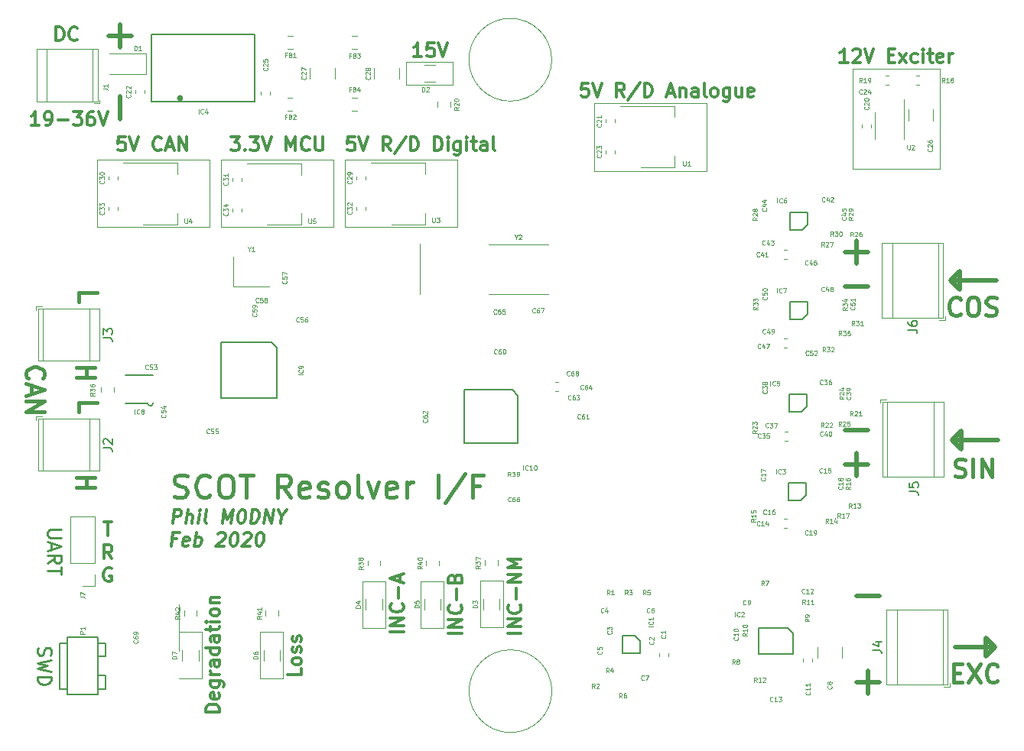
<source format=gto>
%TF.GenerationSoftware,KiCad,Pcbnew,5.1.5-52549c5~84~ubuntu18.04.1*%
%TF.CreationDate,2020-02-19T21:11:28+00:00*%
%TF.ProjectId,scot-resolver,73636f74-2d72-4657-936f-6c7665722e6b,rev?*%
%TF.SameCoordinates,Original*%
%TF.FileFunction,Legend,Top*%
%TF.FilePolarity,Positive*%
%FSLAX46Y46*%
G04 Gerber Fmt 4.6, Leading zero omitted, Abs format (unit mm)*
G04 Created by KiCad (PCBNEW 5.1.5-52549c5~84~ubuntu18.04.1) date 2020-02-19 21:11:28*
%MOMM*%
%LPD*%
G04 APERTURE LIST*
%ADD10C,0.300000*%
%ADD11C,0.500000*%
%ADD12C,0.400000*%
%ADD13C,0.120000*%
%ADD14C,0.450000*%
%ADD15C,0.250000*%
%ADD16C,0.150000*%
%ADD17C,0.100000*%
G04 APERTURE END LIST*
D10*
X90816857Y-113804000D02*
X90674000Y-113732571D01*
X90459714Y-113732571D01*
X90245428Y-113804000D01*
X90102571Y-113946857D01*
X90031142Y-114089714D01*
X89959714Y-114375428D01*
X89959714Y-114589714D01*
X90031142Y-114875428D01*
X90102571Y-115018285D01*
X90245428Y-115161142D01*
X90459714Y-115232571D01*
X90602571Y-115232571D01*
X90816857Y-115161142D01*
X90888285Y-115089714D01*
X90888285Y-114589714D01*
X90602571Y-114589714D01*
X90888285Y-112692571D02*
X90388285Y-111978285D01*
X90031142Y-112692571D02*
X90031142Y-111192571D01*
X90602571Y-111192571D01*
X90745428Y-111264000D01*
X90816857Y-111335428D01*
X90888285Y-111478285D01*
X90888285Y-111692571D01*
X90816857Y-111835428D01*
X90745428Y-111906857D01*
X90602571Y-111978285D01*
X90031142Y-111978285D01*
X89995428Y-108652571D02*
X90852571Y-108652571D01*
X90424000Y-110152571D02*
X90424000Y-108652571D01*
D11*
X91821000Y-64008000D02*
X91821000Y-61468000D01*
X90551000Y-54737000D02*
X93091000Y-54737000D01*
X91821000Y-56007000D02*
X91821000Y-53467000D01*
D12*
X87233238Y-96377047D02*
X87233238Y-95424666D01*
X89233238Y-95424666D01*
X86979238Y-103695571D02*
X88979238Y-103695571D01*
X88026857Y-103695571D02*
X88026857Y-104838428D01*
X86979238Y-104838428D02*
X88979238Y-104838428D01*
X86979238Y-91503571D02*
X88979238Y-91503571D01*
X88026857Y-91503571D02*
X88026857Y-92646428D01*
X86979238Y-92646428D02*
X88979238Y-92646428D01*
X87233238Y-84185047D02*
X87233238Y-83232666D01*
X89233238Y-83232666D01*
D11*
X173355000Y-126365000D02*
X175895000Y-126365000D01*
X173355000Y-116840000D02*
X175895000Y-116840000D01*
X174625000Y-127635000D02*
X174625000Y-125095000D01*
X172085000Y-102235000D02*
X174625000Y-102235000D01*
X172085000Y-98425000D02*
X174625000Y-98425000D01*
X173355000Y-103505000D02*
X173355000Y-100965000D01*
X174625000Y-82550000D02*
X172085000Y-82550000D01*
X173355000Y-77470000D02*
X173355000Y-80010000D01*
X174625000Y-78740000D02*
X172085000Y-78740000D01*
D12*
X184055047Y-125333142D02*
X184721714Y-125333142D01*
X185007428Y-126380761D02*
X184055047Y-126380761D01*
X184055047Y-124380761D01*
X185007428Y-124380761D01*
X185674095Y-124380761D02*
X187007428Y-126380761D01*
X187007428Y-124380761D02*
X185674095Y-126380761D01*
X188912190Y-126190285D02*
X188816952Y-126285523D01*
X188531238Y-126380761D01*
X188340761Y-126380761D01*
X188055047Y-126285523D01*
X187864571Y-126095047D01*
X187769333Y-125904571D01*
X187674095Y-125523619D01*
X187674095Y-125237904D01*
X187769333Y-124856952D01*
X187864571Y-124666476D01*
X188055047Y-124476000D01*
X188340761Y-124380761D01*
X188531238Y-124380761D01*
X188816952Y-124476000D01*
X188912190Y-124571238D01*
X184801047Y-85550285D02*
X184705809Y-85645523D01*
X184420095Y-85740761D01*
X184229619Y-85740761D01*
X183943904Y-85645523D01*
X183753428Y-85455047D01*
X183658190Y-85264571D01*
X183562952Y-84883619D01*
X183562952Y-84597904D01*
X183658190Y-84216952D01*
X183753428Y-84026476D01*
X183943904Y-83836000D01*
X184229619Y-83740761D01*
X184420095Y-83740761D01*
X184705809Y-83836000D01*
X184801047Y-83931238D01*
X186039142Y-83740761D02*
X186420095Y-83740761D01*
X186610571Y-83836000D01*
X186801047Y-84026476D01*
X186896285Y-84407428D01*
X186896285Y-85074095D01*
X186801047Y-85455047D01*
X186610571Y-85645523D01*
X186420095Y-85740761D01*
X186039142Y-85740761D01*
X185848666Y-85645523D01*
X185658190Y-85455047D01*
X185562952Y-85074095D01*
X185562952Y-84407428D01*
X185658190Y-84026476D01*
X185848666Y-83836000D01*
X186039142Y-83740761D01*
X187658190Y-85645523D02*
X187943904Y-85740761D01*
X188420095Y-85740761D01*
X188610571Y-85645523D01*
X188705809Y-85550285D01*
X188801047Y-85359809D01*
X188801047Y-85169333D01*
X188705809Y-84978857D01*
X188610571Y-84883619D01*
X188420095Y-84788380D01*
X188039142Y-84693142D01*
X187848666Y-84597904D01*
X187753428Y-84502666D01*
X187658190Y-84312190D01*
X187658190Y-84121714D01*
X187753428Y-83931238D01*
X187848666Y-83836000D01*
X188039142Y-83740761D01*
X188515333Y-83740761D01*
X188801047Y-83836000D01*
X184213761Y-103552523D02*
X184499476Y-103647761D01*
X184975666Y-103647761D01*
X185166142Y-103552523D01*
X185261380Y-103457285D01*
X185356619Y-103266809D01*
X185356619Y-103076333D01*
X185261380Y-102885857D01*
X185166142Y-102790619D01*
X184975666Y-102695380D01*
X184594714Y-102600142D01*
X184404238Y-102504904D01*
X184309000Y-102409666D01*
X184213761Y-102219190D01*
X184213761Y-102028714D01*
X184309000Y-101838238D01*
X184404238Y-101743000D01*
X184594714Y-101647761D01*
X185070904Y-101647761D01*
X185356619Y-101743000D01*
X186213761Y-103647761D02*
X186213761Y-101647761D01*
X187166142Y-103647761D02*
X187166142Y-101647761D01*
X188309000Y-103647761D01*
X188309000Y-101647761D01*
D13*
X139573001Y-57404000D02*
G75*
G03X139573001Y-57404000I-4587848J0D01*
G01*
X139588848Y-127381000D02*
G75*
G03X139588848Y-127381000I-4587848J0D01*
G01*
D10*
X84709142Y-55288571D02*
X84709142Y-53788571D01*
X85066285Y-53788571D01*
X85280571Y-53860000D01*
X85423428Y-54002857D01*
X85494857Y-54145714D01*
X85566285Y-54431428D01*
X85566285Y-54645714D01*
X85494857Y-54931428D01*
X85423428Y-55074285D01*
X85280571Y-55217142D01*
X85066285Y-55288571D01*
X84709142Y-55288571D01*
X87066285Y-55145714D02*
X86994857Y-55217142D01*
X86780571Y-55288571D01*
X86637714Y-55288571D01*
X86423428Y-55217142D01*
X86280571Y-55074285D01*
X86209142Y-54931428D01*
X86137714Y-54645714D01*
X86137714Y-54431428D01*
X86209142Y-54145714D01*
X86280571Y-54002857D01*
X86423428Y-53860000D01*
X86637714Y-53788571D01*
X86780571Y-53788571D01*
X86994857Y-53860000D01*
X87066285Y-53931428D01*
X98060285Y-110509857D02*
X97560285Y-110509857D01*
X97462071Y-111295571D02*
X97649571Y-109795571D01*
X98363857Y-109795571D01*
X99328142Y-111224142D02*
X99176357Y-111295571D01*
X98890642Y-111295571D01*
X98756714Y-111224142D01*
X98703142Y-111081285D01*
X98774571Y-110509857D01*
X98863857Y-110367000D01*
X99015642Y-110295571D01*
X99301357Y-110295571D01*
X99435285Y-110367000D01*
X99488857Y-110509857D01*
X99471000Y-110652714D01*
X98738857Y-110795571D01*
X100033500Y-111295571D02*
X100221000Y-109795571D01*
X100149571Y-110367000D02*
X100301357Y-110295571D01*
X100587071Y-110295571D01*
X100721000Y-110367000D01*
X100783500Y-110438428D01*
X100837071Y-110581285D01*
X100783500Y-111009857D01*
X100694214Y-111152714D01*
X100613857Y-111224142D01*
X100462071Y-111295571D01*
X100176357Y-111295571D01*
X100042428Y-111224142D01*
X102631714Y-109938428D02*
X102712071Y-109867000D01*
X102863857Y-109795571D01*
X103221000Y-109795571D01*
X103354928Y-109867000D01*
X103417428Y-109938428D01*
X103471000Y-110081285D01*
X103453142Y-110224142D01*
X103354928Y-110438428D01*
X102390642Y-111295571D01*
X103319214Y-111295571D01*
X104435285Y-109795571D02*
X104578142Y-109795571D01*
X104712071Y-109867000D01*
X104774571Y-109938428D01*
X104828142Y-110081285D01*
X104863857Y-110367000D01*
X104819214Y-110724142D01*
X104712071Y-111009857D01*
X104622785Y-111152714D01*
X104542428Y-111224142D01*
X104390642Y-111295571D01*
X104247785Y-111295571D01*
X104113857Y-111224142D01*
X104051357Y-111152714D01*
X103997785Y-111009857D01*
X103962071Y-110724142D01*
X104006714Y-110367000D01*
X104113857Y-110081285D01*
X104203142Y-109938428D01*
X104283500Y-109867000D01*
X104435285Y-109795571D01*
X105488857Y-109938428D02*
X105569214Y-109867000D01*
X105721000Y-109795571D01*
X106078142Y-109795571D01*
X106212071Y-109867000D01*
X106274571Y-109938428D01*
X106328142Y-110081285D01*
X106310285Y-110224142D01*
X106212071Y-110438428D01*
X105247785Y-111295571D01*
X106176357Y-111295571D01*
X107292428Y-109795571D02*
X107435285Y-109795571D01*
X107569214Y-109867000D01*
X107631714Y-109938428D01*
X107685285Y-110081285D01*
X107721000Y-110367000D01*
X107676357Y-110724142D01*
X107569214Y-111009857D01*
X107479928Y-111152714D01*
X107399571Y-111224142D01*
X107247785Y-111295571D01*
X107104928Y-111295571D01*
X106971000Y-111224142D01*
X106908500Y-111152714D01*
X106854928Y-111009857D01*
X106819214Y-110724142D01*
X106863857Y-110367000D01*
X106971000Y-110081285D01*
X107060285Y-109938428D01*
X107140642Y-109867000D01*
X107292428Y-109795571D01*
D13*
X144272000Y-69723000D02*
X144272000Y-62230000D01*
X134175500Y-115125500D02*
X134175500Y-120332500D01*
X131635500Y-115125500D02*
X134175500Y-115125500D01*
X134175500Y-120332500D02*
X131635500Y-120332500D01*
X131635500Y-120332500D02*
X131635500Y-115125500D01*
X125095000Y-120396000D02*
X125095000Y-115189000D01*
X127635000Y-115189000D02*
X127635000Y-120396000D01*
X125095000Y-115189000D02*
X127635000Y-115189000D01*
X127635000Y-120396000D02*
X125095000Y-120396000D01*
X118618000Y-115189000D02*
X121158000Y-115189000D01*
X121158000Y-120396000D02*
X118618000Y-120396000D01*
X121158000Y-115189000D02*
X121158000Y-120396000D01*
X118618000Y-120396000D02*
X118618000Y-115189000D01*
D10*
X97589071Y-108755571D02*
X97776571Y-107255571D01*
X98348000Y-107255571D01*
X98481928Y-107327000D01*
X98544428Y-107398428D01*
X98598000Y-107541285D01*
X98571214Y-107755571D01*
X98481928Y-107898428D01*
X98401571Y-107969857D01*
X98249785Y-108041285D01*
X97678357Y-108041285D01*
X99089071Y-108755571D02*
X99276571Y-107255571D01*
X99731928Y-108755571D02*
X99830142Y-107969857D01*
X99776571Y-107827000D01*
X99642642Y-107755571D01*
X99428357Y-107755571D01*
X99276571Y-107827000D01*
X99196214Y-107898428D01*
X100446214Y-108755571D02*
X100571214Y-107755571D01*
X100633714Y-107255571D02*
X100553357Y-107327000D01*
X100615857Y-107398428D01*
X100696214Y-107327000D01*
X100633714Y-107255571D01*
X100615857Y-107398428D01*
X101374785Y-108755571D02*
X101240857Y-108684142D01*
X101187285Y-108541285D01*
X101348000Y-107255571D01*
X103089071Y-108755571D02*
X103276571Y-107255571D01*
X103642642Y-108327000D01*
X104276571Y-107255571D01*
X104089071Y-108755571D01*
X105276571Y-107255571D02*
X105419428Y-107255571D01*
X105553357Y-107327000D01*
X105615857Y-107398428D01*
X105669428Y-107541285D01*
X105705142Y-107827000D01*
X105660500Y-108184142D01*
X105553357Y-108469857D01*
X105464071Y-108612714D01*
X105383714Y-108684142D01*
X105231928Y-108755571D01*
X105089071Y-108755571D01*
X104955142Y-108684142D01*
X104892642Y-108612714D01*
X104839071Y-108469857D01*
X104803357Y-108184142D01*
X104848000Y-107827000D01*
X104955142Y-107541285D01*
X105044428Y-107398428D01*
X105124785Y-107327000D01*
X105276571Y-107255571D01*
X106231928Y-108755571D02*
X106419428Y-107255571D01*
X106776571Y-107255571D01*
X106981928Y-107327000D01*
X107106928Y-107469857D01*
X107160500Y-107612714D01*
X107196214Y-107898428D01*
X107169428Y-108112714D01*
X107062285Y-108398428D01*
X106973000Y-108541285D01*
X106812285Y-108684142D01*
X106589071Y-108755571D01*
X106231928Y-108755571D01*
X107731928Y-108755571D02*
X107919428Y-107255571D01*
X108589071Y-108755571D01*
X108776571Y-107255571D01*
X109678357Y-108041285D02*
X109589071Y-108755571D01*
X109276571Y-107255571D02*
X109678357Y-108041285D01*
X110276571Y-107255571D01*
D14*
X97796690Y-105786904D02*
X98153833Y-105905952D01*
X98749071Y-105905952D01*
X98987166Y-105786904D01*
X99106214Y-105667857D01*
X99225261Y-105429761D01*
X99225261Y-105191666D01*
X99106214Y-104953571D01*
X98987166Y-104834523D01*
X98749071Y-104715476D01*
X98272880Y-104596428D01*
X98034785Y-104477380D01*
X97915738Y-104358333D01*
X97796690Y-104120238D01*
X97796690Y-103882142D01*
X97915738Y-103644047D01*
X98034785Y-103525000D01*
X98272880Y-103405952D01*
X98868119Y-103405952D01*
X99225261Y-103525000D01*
X101725261Y-105667857D02*
X101606214Y-105786904D01*
X101249071Y-105905952D01*
X101010976Y-105905952D01*
X100653833Y-105786904D01*
X100415738Y-105548809D01*
X100296690Y-105310714D01*
X100177642Y-104834523D01*
X100177642Y-104477380D01*
X100296690Y-104001190D01*
X100415738Y-103763095D01*
X100653833Y-103525000D01*
X101010976Y-103405952D01*
X101249071Y-103405952D01*
X101606214Y-103525000D01*
X101725261Y-103644047D01*
X103272880Y-103405952D02*
X103749071Y-103405952D01*
X103987166Y-103525000D01*
X104225261Y-103763095D01*
X104344309Y-104239285D01*
X104344309Y-105072619D01*
X104225261Y-105548809D01*
X103987166Y-105786904D01*
X103749071Y-105905952D01*
X103272880Y-105905952D01*
X103034785Y-105786904D01*
X102796690Y-105548809D01*
X102677642Y-105072619D01*
X102677642Y-104239285D01*
X102796690Y-103763095D01*
X103034785Y-103525000D01*
X103272880Y-103405952D01*
X105058595Y-103405952D02*
X106487166Y-103405952D01*
X105772880Y-105905952D02*
X105772880Y-103405952D01*
X110653833Y-105905952D02*
X109820500Y-104715476D01*
X109225261Y-105905952D02*
X109225261Y-103405952D01*
X110177642Y-103405952D01*
X110415738Y-103525000D01*
X110534785Y-103644047D01*
X110653833Y-103882142D01*
X110653833Y-104239285D01*
X110534785Y-104477380D01*
X110415738Y-104596428D01*
X110177642Y-104715476D01*
X109225261Y-104715476D01*
X112677642Y-105786904D02*
X112439547Y-105905952D01*
X111963357Y-105905952D01*
X111725261Y-105786904D01*
X111606214Y-105548809D01*
X111606214Y-104596428D01*
X111725261Y-104358333D01*
X111963357Y-104239285D01*
X112439547Y-104239285D01*
X112677642Y-104358333D01*
X112796690Y-104596428D01*
X112796690Y-104834523D01*
X111606214Y-105072619D01*
X113749071Y-105786904D02*
X113987166Y-105905952D01*
X114463357Y-105905952D01*
X114701452Y-105786904D01*
X114820500Y-105548809D01*
X114820500Y-105429761D01*
X114701452Y-105191666D01*
X114463357Y-105072619D01*
X114106214Y-105072619D01*
X113868119Y-104953571D01*
X113749071Y-104715476D01*
X113749071Y-104596428D01*
X113868119Y-104358333D01*
X114106214Y-104239285D01*
X114463357Y-104239285D01*
X114701452Y-104358333D01*
X116249071Y-105905952D02*
X116010976Y-105786904D01*
X115891928Y-105667857D01*
X115772880Y-105429761D01*
X115772880Y-104715476D01*
X115891928Y-104477380D01*
X116010976Y-104358333D01*
X116249071Y-104239285D01*
X116606214Y-104239285D01*
X116844309Y-104358333D01*
X116963357Y-104477380D01*
X117082404Y-104715476D01*
X117082404Y-105429761D01*
X116963357Y-105667857D01*
X116844309Y-105786904D01*
X116606214Y-105905952D01*
X116249071Y-105905952D01*
X118510976Y-105905952D02*
X118272880Y-105786904D01*
X118153833Y-105548809D01*
X118153833Y-103405952D01*
X119225261Y-104239285D02*
X119820500Y-105905952D01*
X120415738Y-104239285D01*
X122320500Y-105786904D02*
X122082404Y-105905952D01*
X121606214Y-105905952D01*
X121368119Y-105786904D01*
X121249071Y-105548809D01*
X121249071Y-104596428D01*
X121368119Y-104358333D01*
X121606214Y-104239285D01*
X122082404Y-104239285D01*
X122320500Y-104358333D01*
X122439547Y-104596428D01*
X122439547Y-104834523D01*
X121249071Y-105072619D01*
X123510976Y-105905952D02*
X123510976Y-104239285D01*
X123510976Y-104715476D02*
X123630023Y-104477380D01*
X123749071Y-104358333D01*
X123987166Y-104239285D01*
X124225261Y-104239285D01*
X126963357Y-105905952D02*
X126963357Y-103405952D01*
X129939547Y-103286904D02*
X127796690Y-106501190D01*
X131606214Y-104596428D02*
X130772880Y-104596428D01*
X130772880Y-105905952D02*
X130772880Y-103405952D01*
X131963357Y-103405952D01*
D13*
X107315000Y-125984000D02*
X107315000Y-120777000D01*
X109855000Y-125984000D02*
X107315000Y-125984000D01*
X109855000Y-120777000D02*
X109855000Y-125984000D01*
X107315000Y-120777000D02*
X109855000Y-120777000D01*
X100838000Y-120777000D02*
X100838000Y-125984000D01*
X98298000Y-120777000D02*
X100838000Y-120777000D01*
X98298000Y-122936000D02*
X98298000Y-117729000D01*
X100838000Y-125984000D02*
X98298000Y-125984000D01*
D15*
X82704857Y-122551285D02*
X82633428Y-122765571D01*
X82633428Y-123122714D01*
X82704857Y-123265571D01*
X82776285Y-123337000D01*
X82919142Y-123408428D01*
X83062000Y-123408428D01*
X83204857Y-123337000D01*
X83276285Y-123265571D01*
X83347714Y-123122714D01*
X83419142Y-122837000D01*
X83490571Y-122694142D01*
X83562000Y-122622714D01*
X83704857Y-122551285D01*
X83847714Y-122551285D01*
X83990571Y-122622714D01*
X84062000Y-122694142D01*
X84133428Y-122837000D01*
X84133428Y-123194142D01*
X84062000Y-123408428D01*
X84133428Y-123908428D02*
X82633428Y-124265571D01*
X83704857Y-124551285D01*
X82633428Y-124837000D01*
X84133428Y-125194142D01*
X82633428Y-125765571D02*
X84133428Y-125765571D01*
X84133428Y-126122714D01*
X84062000Y-126337000D01*
X83919142Y-126479857D01*
X83776285Y-126551285D01*
X83490571Y-126622714D01*
X83276285Y-126622714D01*
X82990571Y-126551285D01*
X82847714Y-126479857D01*
X82704857Y-126337000D01*
X82633428Y-126122714D01*
X82633428Y-125765571D01*
X85276428Y-109494142D02*
X84062142Y-109494142D01*
X83919285Y-109565571D01*
X83847857Y-109637000D01*
X83776428Y-109779857D01*
X83776428Y-110065571D01*
X83847857Y-110208428D01*
X83919285Y-110279857D01*
X84062142Y-110351285D01*
X85276428Y-110351285D01*
X84205000Y-110994142D02*
X84205000Y-111708428D01*
X83776428Y-110851285D02*
X85276428Y-111351285D01*
X83776428Y-111851285D01*
X83776428Y-113208428D02*
X84490714Y-112708428D01*
X83776428Y-112351285D02*
X85276428Y-112351285D01*
X85276428Y-112922714D01*
X85205000Y-113065571D01*
X85133571Y-113137000D01*
X84990714Y-113208428D01*
X84776428Y-113208428D01*
X84633571Y-113137000D01*
X84562142Y-113065571D01*
X84490714Y-112922714D01*
X84490714Y-112351285D01*
X85276428Y-113637000D02*
X85276428Y-114494142D01*
X83776428Y-114065571D02*
X85276428Y-114065571D01*
D10*
X102786571Y-129674142D02*
X101286571Y-129674142D01*
X101286571Y-129317000D01*
X101358000Y-129102714D01*
X101500857Y-128959857D01*
X101643714Y-128888428D01*
X101929428Y-128817000D01*
X102143714Y-128817000D01*
X102429428Y-128888428D01*
X102572285Y-128959857D01*
X102715142Y-129102714D01*
X102786571Y-129317000D01*
X102786571Y-129674142D01*
X102715142Y-127602714D02*
X102786571Y-127745571D01*
X102786571Y-128031285D01*
X102715142Y-128174142D01*
X102572285Y-128245571D01*
X102000857Y-128245571D01*
X101858000Y-128174142D01*
X101786571Y-128031285D01*
X101786571Y-127745571D01*
X101858000Y-127602714D01*
X102000857Y-127531285D01*
X102143714Y-127531285D01*
X102286571Y-128245571D01*
X101786571Y-126245571D02*
X103000857Y-126245571D01*
X103143714Y-126317000D01*
X103215142Y-126388428D01*
X103286571Y-126531285D01*
X103286571Y-126745571D01*
X103215142Y-126888428D01*
X102715142Y-126245571D02*
X102786571Y-126388428D01*
X102786571Y-126674142D01*
X102715142Y-126817000D01*
X102643714Y-126888428D01*
X102500857Y-126959857D01*
X102072285Y-126959857D01*
X101929428Y-126888428D01*
X101858000Y-126817000D01*
X101786571Y-126674142D01*
X101786571Y-126388428D01*
X101858000Y-126245571D01*
X102786571Y-125531285D02*
X101786571Y-125531285D01*
X102072285Y-125531285D02*
X101929428Y-125459857D01*
X101858000Y-125388428D01*
X101786571Y-125245571D01*
X101786571Y-125102714D01*
X102786571Y-123959857D02*
X102000857Y-123959857D01*
X101858000Y-124031285D01*
X101786571Y-124174142D01*
X101786571Y-124459857D01*
X101858000Y-124602714D01*
X102715142Y-123959857D02*
X102786571Y-124102714D01*
X102786571Y-124459857D01*
X102715142Y-124602714D01*
X102572285Y-124674142D01*
X102429428Y-124674142D01*
X102286571Y-124602714D01*
X102215142Y-124459857D01*
X102215142Y-124102714D01*
X102143714Y-123959857D01*
X102786571Y-122602714D02*
X101286571Y-122602714D01*
X102715142Y-122602714D02*
X102786571Y-122745571D01*
X102786571Y-123031285D01*
X102715142Y-123174142D01*
X102643714Y-123245571D01*
X102500857Y-123317000D01*
X102072285Y-123317000D01*
X101929428Y-123245571D01*
X101858000Y-123174142D01*
X101786571Y-123031285D01*
X101786571Y-122745571D01*
X101858000Y-122602714D01*
X102786571Y-121245571D02*
X102000857Y-121245571D01*
X101858000Y-121317000D01*
X101786571Y-121459857D01*
X101786571Y-121745571D01*
X101858000Y-121888428D01*
X102715142Y-121245571D02*
X102786571Y-121388428D01*
X102786571Y-121745571D01*
X102715142Y-121888428D01*
X102572285Y-121959857D01*
X102429428Y-121959857D01*
X102286571Y-121888428D01*
X102215142Y-121745571D01*
X102215142Y-121388428D01*
X102143714Y-121245571D01*
X101786571Y-120745571D02*
X101786571Y-120174142D01*
X101286571Y-120531285D02*
X102572285Y-120531285D01*
X102715142Y-120459857D01*
X102786571Y-120317000D01*
X102786571Y-120174142D01*
X102786571Y-119674142D02*
X101786571Y-119674142D01*
X101286571Y-119674142D02*
X101358000Y-119745571D01*
X101429428Y-119674142D01*
X101358000Y-119602714D01*
X101286571Y-119674142D01*
X101429428Y-119674142D01*
X102786571Y-118745571D02*
X102715142Y-118888428D01*
X102643714Y-118959857D01*
X102500857Y-119031285D01*
X102072285Y-119031285D01*
X101929428Y-118959857D01*
X101858000Y-118888428D01*
X101786571Y-118745571D01*
X101786571Y-118531285D01*
X101858000Y-118388428D01*
X101929428Y-118317000D01*
X102072285Y-118245571D01*
X102500857Y-118245571D01*
X102643714Y-118317000D01*
X102715142Y-118388428D01*
X102786571Y-118531285D01*
X102786571Y-118745571D01*
X101786571Y-117602714D02*
X102786571Y-117602714D01*
X101929428Y-117602714D02*
X101858000Y-117531285D01*
X101786571Y-117388428D01*
X101786571Y-117174142D01*
X101858000Y-117031285D01*
X102000857Y-116959857D01*
X102786571Y-116959857D01*
X111867071Y-124872571D02*
X111867071Y-125586857D01*
X110367071Y-125586857D01*
X111867071Y-124158285D02*
X111795642Y-124301142D01*
X111724214Y-124372571D01*
X111581357Y-124444000D01*
X111152785Y-124444000D01*
X111009928Y-124372571D01*
X110938500Y-124301142D01*
X110867071Y-124158285D01*
X110867071Y-123944000D01*
X110938500Y-123801142D01*
X111009928Y-123729714D01*
X111152785Y-123658285D01*
X111581357Y-123658285D01*
X111724214Y-123729714D01*
X111795642Y-123801142D01*
X111867071Y-123944000D01*
X111867071Y-124158285D01*
X111795642Y-123086857D02*
X111867071Y-122944000D01*
X111867071Y-122658285D01*
X111795642Y-122515428D01*
X111652785Y-122444000D01*
X111581357Y-122444000D01*
X111438500Y-122515428D01*
X111367071Y-122658285D01*
X111367071Y-122872571D01*
X111295642Y-123015428D01*
X111152785Y-123086857D01*
X111081357Y-123086857D01*
X110938500Y-123015428D01*
X110867071Y-122872571D01*
X110867071Y-122658285D01*
X110938500Y-122515428D01*
X111795642Y-121872571D02*
X111867071Y-121729714D01*
X111867071Y-121444000D01*
X111795642Y-121301142D01*
X111652785Y-121229714D01*
X111581357Y-121229714D01*
X111438500Y-121301142D01*
X111367071Y-121444000D01*
X111367071Y-121658285D01*
X111295642Y-121801142D01*
X111152785Y-121872571D01*
X111081357Y-121872571D01*
X110938500Y-121801142D01*
X110867071Y-121658285D01*
X110867071Y-121444000D01*
X110938500Y-121301142D01*
X136187571Y-120947142D02*
X134687571Y-120947142D01*
X136187571Y-120232857D02*
X134687571Y-120232857D01*
X136187571Y-119375714D01*
X134687571Y-119375714D01*
X136044714Y-117804285D02*
X136116142Y-117875714D01*
X136187571Y-118090000D01*
X136187571Y-118232857D01*
X136116142Y-118447142D01*
X135973285Y-118590000D01*
X135830428Y-118661428D01*
X135544714Y-118732857D01*
X135330428Y-118732857D01*
X135044714Y-118661428D01*
X134901857Y-118590000D01*
X134759000Y-118447142D01*
X134687571Y-118232857D01*
X134687571Y-118090000D01*
X134759000Y-117875714D01*
X134830428Y-117804285D01*
X135616142Y-117161428D02*
X135616142Y-116018571D01*
X136187571Y-115304285D02*
X134687571Y-115304285D01*
X136187571Y-114447142D01*
X134687571Y-114447142D01*
X136187571Y-113732857D02*
X134687571Y-113732857D01*
X135759000Y-113232857D01*
X134687571Y-112732857D01*
X136187571Y-112732857D01*
X129647071Y-121006785D02*
X128147071Y-121006785D01*
X129647071Y-120292500D02*
X128147071Y-120292500D01*
X129647071Y-119435357D01*
X128147071Y-119435357D01*
X129504214Y-117863928D02*
X129575642Y-117935357D01*
X129647071Y-118149642D01*
X129647071Y-118292500D01*
X129575642Y-118506785D01*
X129432785Y-118649642D01*
X129289928Y-118721071D01*
X129004214Y-118792500D01*
X128789928Y-118792500D01*
X128504214Y-118721071D01*
X128361357Y-118649642D01*
X128218500Y-118506785D01*
X128147071Y-118292500D01*
X128147071Y-118149642D01*
X128218500Y-117935357D01*
X128289928Y-117863928D01*
X129075642Y-117221071D02*
X129075642Y-116078214D01*
X128861357Y-114863928D02*
X128932785Y-114649642D01*
X129004214Y-114578214D01*
X129147071Y-114506785D01*
X129361357Y-114506785D01*
X129504214Y-114578214D01*
X129575642Y-114649642D01*
X129647071Y-114792500D01*
X129647071Y-115363928D01*
X128147071Y-115363928D01*
X128147071Y-114863928D01*
X128218500Y-114721071D01*
X128289928Y-114649642D01*
X128432785Y-114578214D01*
X128575642Y-114578214D01*
X128718500Y-114649642D01*
X128789928Y-114721071D01*
X128861357Y-114863928D01*
X128861357Y-115363928D01*
X123170071Y-120836142D02*
X121670071Y-120836142D01*
X123170071Y-120121857D02*
X121670071Y-120121857D01*
X123170071Y-119264714D01*
X121670071Y-119264714D01*
X123027214Y-117693285D02*
X123098642Y-117764714D01*
X123170071Y-117979000D01*
X123170071Y-118121857D01*
X123098642Y-118336142D01*
X122955785Y-118479000D01*
X122812928Y-118550428D01*
X122527214Y-118621857D01*
X122312928Y-118621857D01*
X122027214Y-118550428D01*
X121884357Y-118479000D01*
X121741500Y-118336142D01*
X121670071Y-118121857D01*
X121670071Y-117979000D01*
X121741500Y-117764714D01*
X121812928Y-117693285D01*
X122598642Y-117050428D02*
X122598642Y-115907571D01*
X122741500Y-115264714D02*
X122741500Y-114550428D01*
X123170071Y-115407571D02*
X121670071Y-114907571D01*
X123170071Y-114407571D01*
D13*
X172910500Y-69469000D02*
X172910500Y-58420000D01*
X182562500Y-69469000D02*
X172910500Y-69469000D01*
X182562500Y-58420000D02*
X182562500Y-69469000D01*
X172910500Y-58420000D02*
X182562500Y-58420000D01*
X144272000Y-69723000D02*
X156718000Y-69723000D01*
X156718000Y-69723000D02*
X156718000Y-62230000D01*
X156718000Y-62230000D02*
X144272000Y-62230000D01*
D10*
X125182428Y-57066571D02*
X124325285Y-57066571D01*
X124753857Y-57066571D02*
X124753857Y-55566571D01*
X124611000Y-55780857D01*
X124468142Y-55923714D01*
X124325285Y-55995142D01*
X126539571Y-55566571D02*
X125825285Y-55566571D01*
X125753857Y-56280857D01*
X125825285Y-56209428D01*
X125968142Y-56138000D01*
X126325285Y-56138000D01*
X126468142Y-56209428D01*
X126539571Y-56280857D01*
X126611000Y-56423714D01*
X126611000Y-56780857D01*
X126539571Y-56923714D01*
X126468142Y-56995142D01*
X126325285Y-57066571D01*
X125968142Y-57066571D01*
X125825285Y-56995142D01*
X125753857Y-56923714D01*
X127039571Y-55566571D02*
X127539571Y-57066571D01*
X128039571Y-55566571D01*
D13*
X128651000Y-57658000D02*
X128651000Y-60198000D01*
X123444000Y-57658000D02*
X128651000Y-57658000D01*
X123444000Y-60198000D02*
X123444000Y-57658000D01*
X128651000Y-60198000D02*
X123444000Y-60198000D01*
X116713000Y-75946000D02*
X129159000Y-75946000D01*
X116713000Y-68453000D02*
X116713000Y-75946000D01*
X129159000Y-75946000D02*
X129159000Y-68453000D01*
X129159000Y-68453000D02*
X116713000Y-68453000D01*
X115443000Y-68453000D02*
X102997000Y-68453000D01*
X102997000Y-75946000D02*
X115443000Y-75946000D01*
X115443000Y-75946000D02*
X115443000Y-68453000D01*
X102997000Y-68453000D02*
X102997000Y-75946000D01*
X89281000Y-75946000D02*
X101727000Y-75946000D01*
X89281000Y-68453000D02*
X89281000Y-75946000D01*
X101727000Y-68453000D02*
X89281000Y-68453000D01*
X101727000Y-75946000D02*
X101727000Y-68453000D01*
D11*
X184277000Y-122478800D02*
X188645800Y-122478800D01*
X187629800Y-121462800D02*
X188645800Y-122478800D01*
X187629800Y-123494800D02*
X187629800Y-121462800D01*
X188645800Y-122478800D02*
X187629800Y-123494800D01*
X183870600Y-99593400D02*
X184886600Y-98577400D01*
X184886600Y-98577400D02*
X184886600Y-100609400D01*
X184886600Y-100609400D02*
X183870600Y-99593400D01*
X188950600Y-99593400D02*
X183870600Y-99593400D01*
X184759600Y-82854800D02*
X183743600Y-81838800D01*
X184759600Y-80822800D02*
X184759600Y-82854800D01*
X183743600Y-81838800D02*
X184759600Y-80822800D01*
X188823600Y-81838800D02*
X183743600Y-81838800D01*
D10*
X172351571Y-57701571D02*
X171494428Y-57701571D01*
X171923000Y-57701571D02*
X171923000Y-56201571D01*
X171780142Y-56415857D01*
X171637285Y-56558714D01*
X171494428Y-56630142D01*
X172923000Y-56344428D02*
X172994428Y-56273000D01*
X173137285Y-56201571D01*
X173494428Y-56201571D01*
X173637285Y-56273000D01*
X173708714Y-56344428D01*
X173780142Y-56487285D01*
X173780142Y-56630142D01*
X173708714Y-56844428D01*
X172851571Y-57701571D01*
X173780142Y-57701571D01*
X174208714Y-56201571D02*
X174708714Y-57701571D01*
X175208714Y-56201571D01*
X176851571Y-56915857D02*
X177351571Y-56915857D01*
X177565857Y-57701571D02*
X176851571Y-57701571D01*
X176851571Y-56201571D01*
X177565857Y-56201571D01*
X178065857Y-57701571D02*
X178851571Y-56701571D01*
X178065857Y-56701571D02*
X178851571Y-57701571D01*
X180065857Y-57630142D02*
X179923000Y-57701571D01*
X179637285Y-57701571D01*
X179494428Y-57630142D01*
X179423000Y-57558714D01*
X179351571Y-57415857D01*
X179351571Y-56987285D01*
X179423000Y-56844428D01*
X179494428Y-56773000D01*
X179637285Y-56701571D01*
X179923000Y-56701571D01*
X180065857Y-56773000D01*
X180708714Y-57701571D02*
X180708714Y-56701571D01*
X180708714Y-56201571D02*
X180637285Y-56273000D01*
X180708714Y-56344428D01*
X180780142Y-56273000D01*
X180708714Y-56201571D01*
X180708714Y-56344428D01*
X181208714Y-56701571D02*
X181780142Y-56701571D01*
X181423000Y-56201571D02*
X181423000Y-57487285D01*
X181494428Y-57630142D01*
X181637285Y-57701571D01*
X181780142Y-57701571D01*
X182851571Y-57630142D02*
X182708714Y-57701571D01*
X182423000Y-57701571D01*
X182280142Y-57630142D01*
X182208714Y-57487285D01*
X182208714Y-56915857D01*
X182280142Y-56773000D01*
X182423000Y-56701571D01*
X182708714Y-56701571D01*
X182851571Y-56773000D01*
X182923000Y-56915857D01*
X182923000Y-57058714D01*
X182208714Y-57201571D01*
X183565857Y-57701571D02*
X183565857Y-56701571D01*
X183565857Y-56987285D02*
X183637285Y-56844428D01*
X183708714Y-56773000D01*
X183851571Y-56701571D01*
X183994428Y-56701571D01*
X143614285Y-60011571D02*
X142900000Y-60011571D01*
X142828571Y-60725857D01*
X142900000Y-60654428D01*
X143042857Y-60583000D01*
X143400000Y-60583000D01*
X143542857Y-60654428D01*
X143614285Y-60725857D01*
X143685714Y-60868714D01*
X143685714Y-61225857D01*
X143614285Y-61368714D01*
X143542857Y-61440142D01*
X143400000Y-61511571D01*
X143042857Y-61511571D01*
X142900000Y-61440142D01*
X142828571Y-61368714D01*
X144114285Y-60011571D02*
X144614285Y-61511571D01*
X145114285Y-60011571D01*
X147614285Y-61511571D02*
X147114285Y-60797285D01*
X146757142Y-61511571D02*
X146757142Y-60011571D01*
X147328571Y-60011571D01*
X147471428Y-60083000D01*
X147542857Y-60154428D01*
X147614285Y-60297285D01*
X147614285Y-60511571D01*
X147542857Y-60654428D01*
X147471428Y-60725857D01*
X147328571Y-60797285D01*
X146757142Y-60797285D01*
X149328571Y-59940142D02*
X148042857Y-61868714D01*
X149828571Y-61511571D02*
X149828571Y-60011571D01*
X150185714Y-60011571D01*
X150400000Y-60083000D01*
X150542857Y-60225857D01*
X150614285Y-60368714D01*
X150685714Y-60654428D01*
X150685714Y-60868714D01*
X150614285Y-61154428D01*
X150542857Y-61297285D01*
X150400000Y-61440142D01*
X150185714Y-61511571D01*
X149828571Y-61511571D01*
X152400000Y-61083000D02*
X153114285Y-61083000D01*
X152257142Y-61511571D02*
X152757142Y-60011571D01*
X153257142Y-61511571D01*
X153757142Y-60511571D02*
X153757142Y-61511571D01*
X153757142Y-60654428D02*
X153828571Y-60583000D01*
X153971428Y-60511571D01*
X154185714Y-60511571D01*
X154328571Y-60583000D01*
X154400000Y-60725857D01*
X154400000Y-61511571D01*
X155757142Y-61511571D02*
X155757142Y-60725857D01*
X155685714Y-60583000D01*
X155542857Y-60511571D01*
X155257142Y-60511571D01*
X155114285Y-60583000D01*
X155757142Y-61440142D02*
X155614285Y-61511571D01*
X155257142Y-61511571D01*
X155114285Y-61440142D01*
X155042857Y-61297285D01*
X155042857Y-61154428D01*
X155114285Y-61011571D01*
X155257142Y-60940142D01*
X155614285Y-60940142D01*
X155757142Y-60868714D01*
X156685714Y-61511571D02*
X156542857Y-61440142D01*
X156471428Y-61297285D01*
X156471428Y-60011571D01*
X157471428Y-61511571D02*
X157328571Y-61440142D01*
X157257142Y-61368714D01*
X157185714Y-61225857D01*
X157185714Y-60797285D01*
X157257142Y-60654428D01*
X157328571Y-60583000D01*
X157471428Y-60511571D01*
X157685714Y-60511571D01*
X157828571Y-60583000D01*
X157900000Y-60654428D01*
X157971428Y-60797285D01*
X157971428Y-61225857D01*
X157900000Y-61368714D01*
X157828571Y-61440142D01*
X157685714Y-61511571D01*
X157471428Y-61511571D01*
X159257142Y-60511571D02*
X159257142Y-61725857D01*
X159185714Y-61868714D01*
X159114285Y-61940142D01*
X158971428Y-62011571D01*
X158757142Y-62011571D01*
X158614285Y-61940142D01*
X159257142Y-61440142D02*
X159114285Y-61511571D01*
X158828571Y-61511571D01*
X158685714Y-61440142D01*
X158614285Y-61368714D01*
X158542857Y-61225857D01*
X158542857Y-60797285D01*
X158614285Y-60654428D01*
X158685714Y-60583000D01*
X158828571Y-60511571D01*
X159114285Y-60511571D01*
X159257142Y-60583000D01*
X160614285Y-60511571D02*
X160614285Y-61511571D01*
X159971428Y-60511571D02*
X159971428Y-61297285D01*
X160042857Y-61440142D01*
X160185714Y-61511571D01*
X160400000Y-61511571D01*
X160542857Y-61440142D01*
X160614285Y-61368714D01*
X161900000Y-61440142D02*
X161757142Y-61511571D01*
X161471428Y-61511571D01*
X161328571Y-61440142D01*
X161257142Y-61297285D01*
X161257142Y-60725857D01*
X161328571Y-60583000D01*
X161471428Y-60511571D01*
X161757142Y-60511571D01*
X161900000Y-60583000D01*
X161971428Y-60725857D01*
X161971428Y-60868714D01*
X161257142Y-61011571D01*
X117737857Y-65980571D02*
X117023571Y-65980571D01*
X116952142Y-66694857D01*
X117023571Y-66623428D01*
X117166428Y-66552000D01*
X117523571Y-66552000D01*
X117666428Y-66623428D01*
X117737857Y-66694857D01*
X117809285Y-66837714D01*
X117809285Y-67194857D01*
X117737857Y-67337714D01*
X117666428Y-67409142D01*
X117523571Y-67480571D01*
X117166428Y-67480571D01*
X117023571Y-67409142D01*
X116952142Y-67337714D01*
X118237857Y-65980571D02*
X118737857Y-67480571D01*
X119237857Y-65980571D01*
X121737857Y-67480571D02*
X121237857Y-66766285D01*
X120880714Y-67480571D02*
X120880714Y-65980571D01*
X121452142Y-65980571D01*
X121595000Y-66052000D01*
X121666428Y-66123428D01*
X121737857Y-66266285D01*
X121737857Y-66480571D01*
X121666428Y-66623428D01*
X121595000Y-66694857D01*
X121452142Y-66766285D01*
X120880714Y-66766285D01*
X123452142Y-65909142D02*
X122166428Y-67837714D01*
X123952142Y-67480571D02*
X123952142Y-65980571D01*
X124309285Y-65980571D01*
X124523571Y-66052000D01*
X124666428Y-66194857D01*
X124737857Y-66337714D01*
X124809285Y-66623428D01*
X124809285Y-66837714D01*
X124737857Y-67123428D01*
X124666428Y-67266285D01*
X124523571Y-67409142D01*
X124309285Y-67480571D01*
X123952142Y-67480571D01*
X126595000Y-67480571D02*
X126595000Y-65980571D01*
X126952142Y-65980571D01*
X127166428Y-66052000D01*
X127309285Y-66194857D01*
X127380714Y-66337714D01*
X127452142Y-66623428D01*
X127452142Y-66837714D01*
X127380714Y-67123428D01*
X127309285Y-67266285D01*
X127166428Y-67409142D01*
X126952142Y-67480571D01*
X126595000Y-67480571D01*
X128095000Y-67480571D02*
X128095000Y-66480571D01*
X128095000Y-65980571D02*
X128023571Y-66052000D01*
X128095000Y-66123428D01*
X128166428Y-66052000D01*
X128095000Y-65980571D01*
X128095000Y-66123428D01*
X129452142Y-66480571D02*
X129452142Y-67694857D01*
X129380714Y-67837714D01*
X129309285Y-67909142D01*
X129166428Y-67980571D01*
X128952142Y-67980571D01*
X128809285Y-67909142D01*
X129452142Y-67409142D02*
X129309285Y-67480571D01*
X129023571Y-67480571D01*
X128880714Y-67409142D01*
X128809285Y-67337714D01*
X128737857Y-67194857D01*
X128737857Y-66766285D01*
X128809285Y-66623428D01*
X128880714Y-66552000D01*
X129023571Y-66480571D01*
X129309285Y-66480571D01*
X129452142Y-66552000D01*
X130166428Y-67480571D02*
X130166428Y-66480571D01*
X130166428Y-65980571D02*
X130095000Y-66052000D01*
X130166428Y-66123428D01*
X130237857Y-66052000D01*
X130166428Y-65980571D01*
X130166428Y-66123428D01*
X130666428Y-66480571D02*
X131237857Y-66480571D01*
X130880714Y-65980571D02*
X130880714Y-67266285D01*
X130952142Y-67409142D01*
X131095000Y-67480571D01*
X131237857Y-67480571D01*
X132380714Y-67480571D02*
X132380714Y-66694857D01*
X132309285Y-66552000D01*
X132166428Y-66480571D01*
X131880714Y-66480571D01*
X131737857Y-66552000D01*
X132380714Y-67409142D02*
X132237857Y-67480571D01*
X131880714Y-67480571D01*
X131737857Y-67409142D01*
X131666428Y-67266285D01*
X131666428Y-67123428D01*
X131737857Y-66980571D01*
X131880714Y-66909142D01*
X132237857Y-66909142D01*
X132380714Y-66837714D01*
X133309285Y-67480571D02*
X133166428Y-67409142D01*
X133095000Y-67266285D01*
X133095000Y-65980571D01*
X82820285Y-64686571D02*
X81963142Y-64686571D01*
X82391714Y-64686571D02*
X82391714Y-63186571D01*
X82248857Y-63400857D01*
X82106000Y-63543714D01*
X81963142Y-63615142D01*
X83534571Y-64686571D02*
X83820285Y-64686571D01*
X83963142Y-64615142D01*
X84034571Y-64543714D01*
X84177428Y-64329428D01*
X84248857Y-64043714D01*
X84248857Y-63472285D01*
X84177428Y-63329428D01*
X84106000Y-63258000D01*
X83963142Y-63186571D01*
X83677428Y-63186571D01*
X83534571Y-63258000D01*
X83463142Y-63329428D01*
X83391714Y-63472285D01*
X83391714Y-63829428D01*
X83463142Y-63972285D01*
X83534571Y-64043714D01*
X83677428Y-64115142D01*
X83963142Y-64115142D01*
X84106000Y-64043714D01*
X84177428Y-63972285D01*
X84248857Y-63829428D01*
X84891714Y-64115142D02*
X86034571Y-64115142D01*
X86606000Y-63186571D02*
X87534571Y-63186571D01*
X87034571Y-63758000D01*
X87248857Y-63758000D01*
X87391714Y-63829428D01*
X87463142Y-63900857D01*
X87534571Y-64043714D01*
X87534571Y-64400857D01*
X87463142Y-64543714D01*
X87391714Y-64615142D01*
X87248857Y-64686571D01*
X86820285Y-64686571D01*
X86677428Y-64615142D01*
X86606000Y-64543714D01*
X88820285Y-63186571D02*
X88534571Y-63186571D01*
X88391714Y-63258000D01*
X88320285Y-63329428D01*
X88177428Y-63543714D01*
X88106000Y-63829428D01*
X88106000Y-64400857D01*
X88177428Y-64543714D01*
X88248857Y-64615142D01*
X88391714Y-64686571D01*
X88677428Y-64686571D01*
X88820285Y-64615142D01*
X88891714Y-64543714D01*
X88963142Y-64400857D01*
X88963142Y-64043714D01*
X88891714Y-63900857D01*
X88820285Y-63829428D01*
X88677428Y-63758000D01*
X88391714Y-63758000D01*
X88248857Y-63829428D01*
X88177428Y-63900857D01*
X88106000Y-64043714D01*
X89391714Y-63186571D02*
X89891714Y-64686571D01*
X90391714Y-63186571D01*
X104041428Y-65980571D02*
X104970000Y-65980571D01*
X104470000Y-66552000D01*
X104684285Y-66552000D01*
X104827142Y-66623428D01*
X104898571Y-66694857D01*
X104970000Y-66837714D01*
X104970000Y-67194857D01*
X104898571Y-67337714D01*
X104827142Y-67409142D01*
X104684285Y-67480571D01*
X104255714Y-67480571D01*
X104112857Y-67409142D01*
X104041428Y-67337714D01*
X105612857Y-67337714D02*
X105684285Y-67409142D01*
X105612857Y-67480571D01*
X105541428Y-67409142D01*
X105612857Y-67337714D01*
X105612857Y-67480571D01*
X106184285Y-65980571D02*
X107112857Y-65980571D01*
X106612857Y-66552000D01*
X106827142Y-66552000D01*
X106970000Y-66623428D01*
X107041428Y-66694857D01*
X107112857Y-66837714D01*
X107112857Y-67194857D01*
X107041428Y-67337714D01*
X106970000Y-67409142D01*
X106827142Y-67480571D01*
X106398571Y-67480571D01*
X106255714Y-67409142D01*
X106184285Y-67337714D01*
X107541428Y-65980571D02*
X108041428Y-67480571D01*
X108541428Y-65980571D01*
X110184285Y-67480571D02*
X110184285Y-65980571D01*
X110684285Y-67052000D01*
X111184285Y-65980571D01*
X111184285Y-67480571D01*
X112755714Y-67337714D02*
X112684285Y-67409142D01*
X112470000Y-67480571D01*
X112327142Y-67480571D01*
X112112857Y-67409142D01*
X111969999Y-67266285D01*
X111898571Y-67123428D01*
X111827142Y-66837714D01*
X111827142Y-66623428D01*
X111898571Y-66337714D01*
X111969999Y-66194857D01*
X112112857Y-66052000D01*
X112327142Y-65980571D01*
X112470000Y-65980571D01*
X112684285Y-66052000D01*
X112755714Y-66123428D01*
X113398571Y-65980571D02*
X113398571Y-67194857D01*
X113470000Y-67337714D01*
X113541428Y-67409142D01*
X113684285Y-67480571D01*
X113970000Y-67480571D01*
X114112857Y-67409142D01*
X114184285Y-67337714D01*
X114255714Y-67194857D01*
X114255714Y-65980571D01*
X92341285Y-65980571D02*
X91627000Y-65980571D01*
X91555571Y-66694857D01*
X91627000Y-66623428D01*
X91769857Y-66552000D01*
X92127000Y-66552000D01*
X92269857Y-66623428D01*
X92341285Y-66694857D01*
X92412714Y-66837714D01*
X92412714Y-67194857D01*
X92341285Y-67337714D01*
X92269857Y-67409142D01*
X92127000Y-67480571D01*
X91769857Y-67480571D01*
X91627000Y-67409142D01*
X91555571Y-67337714D01*
X92841285Y-65980571D02*
X93341285Y-67480571D01*
X93841285Y-65980571D01*
X96341285Y-67337714D02*
X96269857Y-67409142D01*
X96055571Y-67480571D01*
X95912714Y-67480571D01*
X95698428Y-67409142D01*
X95555571Y-67266285D01*
X95484142Y-67123428D01*
X95412714Y-66837714D01*
X95412714Y-66623428D01*
X95484142Y-66337714D01*
X95555571Y-66194857D01*
X95698428Y-66052000D01*
X95912714Y-65980571D01*
X96055571Y-65980571D01*
X96269857Y-66052000D01*
X96341285Y-66123428D01*
X96912714Y-67052000D02*
X97627000Y-67052000D01*
X96769857Y-67480571D02*
X97269857Y-65980571D01*
X97769857Y-67480571D01*
X98269857Y-67480571D02*
X98269857Y-65980571D01*
X99127000Y-67480571D01*
X99127000Y-65980571D01*
D12*
X81581714Y-92694285D02*
X81486476Y-92599047D01*
X81391238Y-92313333D01*
X81391238Y-92122857D01*
X81486476Y-91837142D01*
X81676952Y-91646666D01*
X81867428Y-91551428D01*
X82248380Y-91456190D01*
X82534095Y-91456190D01*
X82915047Y-91551428D01*
X83105523Y-91646666D01*
X83296000Y-91837142D01*
X83391238Y-92122857D01*
X83391238Y-92313333D01*
X83296000Y-92599047D01*
X83200761Y-92694285D01*
X81962666Y-93456190D02*
X81962666Y-94408571D01*
X81391238Y-93265714D02*
X83391238Y-93932380D01*
X81391238Y-94599047D01*
X81391238Y-95265714D02*
X83391238Y-95265714D01*
X81391238Y-96408571D01*
X83391238Y-96408571D01*
D13*
X124988700Y-77819600D02*
X124988700Y-83419600D01*
X132563700Y-83359600D02*
X139163700Y-83359600D01*
X132563700Y-77879600D02*
X139163700Y-77879600D01*
X104291200Y-82511800D02*
X108291200Y-82511800D01*
X104291200Y-79211800D02*
X104291200Y-82511800D01*
X105831200Y-68878400D02*
X111841200Y-68878400D01*
X108081200Y-75698400D02*
X111841200Y-75698400D01*
X111841200Y-68878400D02*
X111841200Y-70138400D01*
X111841200Y-75698400D02*
X111841200Y-74438400D01*
X92114800Y-68853000D02*
X98124800Y-68853000D01*
X94364800Y-75673000D02*
X98124800Y-75673000D01*
X98124800Y-68853000D02*
X98124800Y-70113000D01*
X98124800Y-75673000D02*
X98124800Y-74413000D01*
X119581500Y-68818800D02*
X125591500Y-68818800D01*
X121831500Y-75638800D02*
X125591500Y-75638800D01*
X125591500Y-68818800D02*
X125591500Y-70078800D01*
X125591500Y-75638800D02*
X125591500Y-74378800D01*
X178597200Y-64719200D02*
X178597200Y-61794200D01*
X178597200Y-64719200D02*
X178597200Y-66219200D01*
X175377200Y-64719200D02*
X175377200Y-63219200D01*
X175377200Y-64719200D02*
X175377200Y-66219200D01*
X147182400Y-62515700D02*
X153192400Y-62515700D01*
X149432400Y-69335700D02*
X153192400Y-69335700D01*
X153192400Y-62515700D02*
X153192400Y-63775700D01*
X153192400Y-69335700D02*
X153192400Y-68075700D01*
X100278000Y-118997252D02*
X100278000Y-118474748D01*
X98858000Y-118997252D02*
X98858000Y-118474748D01*
X109295000Y-118997252D02*
X109295000Y-118474748D01*
X107875000Y-118997252D02*
X107875000Y-118474748D01*
X125655000Y-112950248D02*
X125655000Y-113472752D01*
X127075000Y-112950248D02*
X127075000Y-113472752D01*
X119178000Y-112950248D02*
X119178000Y-113472752D01*
X120598000Y-112950248D02*
X120598000Y-113472752D01*
X132195500Y-112886748D02*
X132195500Y-113409252D01*
X133615500Y-112886748D02*
X133615500Y-113409252D01*
X91083200Y-94257652D02*
X91083200Y-93735148D01*
X89663200Y-94257652D02*
X89663200Y-93735148D01*
X126925000Y-62086748D02*
X126925000Y-62609252D01*
X128345000Y-62086748D02*
X128345000Y-62609252D01*
X176905767Y-59180000D02*
X176563233Y-59180000D01*
X176905767Y-60200000D02*
X176563233Y-60200000D01*
X180271267Y-59180000D02*
X179928733Y-59180000D01*
X180271267Y-60200000D02*
X179928733Y-60200000D01*
D16*
X85915500Y-127762000D02*
X85915500Y-124587000D01*
X89344500Y-127762000D02*
X85915500Y-127762000D01*
X89344500Y-121412000D02*
X89344500Y-127762000D01*
X85915500Y-121412000D02*
X89344500Y-121412000D01*
X85915500Y-124587000D02*
X85915500Y-121412000D01*
X85090000Y-122047000D02*
X85915500Y-122047000D01*
X85090000Y-127127000D02*
X85090000Y-122047000D01*
X85915500Y-127127000D02*
X85090000Y-127127000D01*
X90170000Y-125666500D02*
X89344500Y-125666500D01*
X90170000Y-127127000D02*
X90170000Y-125666500D01*
X89344500Y-127127000D02*
X90170000Y-127127000D01*
X90170000Y-123507500D02*
X89344500Y-123507500D01*
X90170000Y-122047000D02*
X90170000Y-123507500D01*
X89344500Y-122047000D02*
X90170000Y-122047000D01*
D13*
X88960000Y-115757000D02*
X87630000Y-115757000D01*
X88960000Y-114427000D02*
X88960000Y-115757000D01*
X88960000Y-113157000D02*
X86300000Y-113157000D01*
X86300000Y-113157000D02*
X86300000Y-108017000D01*
X88960000Y-113157000D02*
X88960000Y-108017000D01*
X88960000Y-108017000D02*
X86300000Y-108017000D01*
X183124500Y-86251500D02*
X183124500Y-85851500D01*
X182484500Y-86251500D02*
X183124500Y-86251500D01*
X176144500Y-77691500D02*
X182884500Y-77691500D01*
X176144500Y-86011500D02*
X182884500Y-86011500D01*
X182884500Y-86011500D02*
X182884500Y-77691500D01*
X176144500Y-86011500D02*
X176144500Y-77691500D01*
X177264500Y-86011500D02*
X177264500Y-77691500D01*
X182364500Y-86011500D02*
X182364500Y-77691500D01*
X175968000Y-95041000D02*
X175968000Y-95441000D01*
X176608000Y-95041000D02*
X175968000Y-95041000D01*
X182948000Y-103601000D02*
X176208000Y-103601000D01*
X182948000Y-95281000D02*
X176208000Y-95281000D01*
X176208000Y-95281000D02*
X176208000Y-103601000D01*
X182948000Y-95281000D02*
X182948000Y-103601000D01*
X181828000Y-95281000D02*
X181828000Y-103601000D01*
X176728000Y-95281000D02*
X176728000Y-103601000D01*
X183632500Y-126891500D02*
X183632500Y-126491500D01*
X182992500Y-126891500D02*
X183632500Y-126891500D01*
X176652500Y-118331500D02*
X183392500Y-118331500D01*
X176652500Y-126651500D02*
X183392500Y-126651500D01*
X183392500Y-126651500D02*
X183392500Y-118331500D01*
X176652500Y-126651500D02*
X176652500Y-118331500D01*
X177772500Y-126651500D02*
X177772500Y-118331500D01*
X182872500Y-126651500D02*
X182872500Y-118331500D01*
X82496000Y-84754000D02*
X82496000Y-85154000D01*
X83136000Y-84754000D02*
X82496000Y-84754000D01*
X89476000Y-90774000D02*
X82736000Y-90774000D01*
X89476000Y-84994000D02*
X82736000Y-84994000D01*
X82736000Y-84994000D02*
X82736000Y-90774000D01*
X89476000Y-84994000D02*
X89476000Y-90774000D01*
X88356000Y-84994000D02*
X88356000Y-90774000D01*
X83256000Y-84994000D02*
X83256000Y-90774000D01*
X82496000Y-96946000D02*
X82496000Y-97346000D01*
X83136000Y-96946000D02*
X82496000Y-96946000D01*
X89476000Y-102966000D02*
X82736000Y-102966000D01*
X89476000Y-97186000D02*
X82736000Y-97186000D01*
X82736000Y-97186000D02*
X82736000Y-102966000D01*
X89476000Y-97186000D02*
X89476000Y-102966000D01*
X88356000Y-97186000D02*
X88356000Y-102966000D01*
X83256000Y-97186000D02*
X83256000Y-102966000D01*
X89525500Y-62248500D02*
X89525500Y-61848500D01*
X88885500Y-62248500D02*
X89525500Y-62248500D01*
X82545500Y-56228500D02*
X89285500Y-56228500D01*
X82545500Y-62008500D02*
X89285500Y-62008500D01*
X89285500Y-62008500D02*
X89285500Y-56228500D01*
X82545500Y-62008500D02*
X82545500Y-56228500D01*
X83665500Y-62008500D02*
X83665500Y-56228500D01*
X88765500Y-62008500D02*
X88765500Y-56228500D01*
D16*
X135217400Y-94001800D02*
X135817400Y-94601800D01*
X129917400Y-94001800D02*
X135217400Y-94001800D01*
X129917400Y-99901800D02*
X129917400Y-94001800D01*
X135817400Y-99901800D02*
X129917400Y-99901800D01*
X135817400Y-94601800D02*
X135817400Y-99901800D01*
X108570400Y-88721000D02*
X109170400Y-89321000D01*
X102970400Y-88721000D02*
X108570400Y-88721000D01*
X102970400Y-94921000D02*
X102970400Y-88721000D01*
X109170400Y-94921000D02*
X102970400Y-94921000D01*
X109170400Y-89321000D02*
X109170400Y-94921000D01*
X94841100Y-95466500D02*
G75*
G03X95441100Y-95466500I300000J0D01*
G01*
X95441100Y-92366500D02*
X92341100Y-92366500D01*
X94841100Y-95466500D02*
X92341100Y-95466500D01*
X167929200Y-85566600D02*
X167329200Y-86166600D01*
X167929200Y-84216600D02*
X167929200Y-85566600D01*
X165979200Y-84216600D02*
X167929200Y-84216600D01*
X165979200Y-86166600D02*
X165979200Y-84216600D01*
X167329200Y-86166600D02*
X165979200Y-86166600D01*
X167891100Y-75686000D02*
X167291100Y-76286000D01*
X167891100Y-74336000D02*
X167891100Y-75686000D01*
X165941100Y-74336000D02*
X167891100Y-74336000D01*
X165941100Y-76286000D02*
X165941100Y-74336000D01*
X167291100Y-76286000D02*
X165941100Y-76286000D01*
X167840300Y-95815500D02*
X167240300Y-96415500D01*
X167840300Y-94465500D02*
X167840300Y-95815500D01*
X165890300Y-94465500D02*
X167840300Y-94465500D01*
X165890300Y-96415500D02*
X165890300Y-94465500D01*
X167240300Y-96415500D02*
X165890300Y-96415500D01*
X98679000Y-61658500D02*
G75*
G03X98679000Y-61658500I-254000J0D01*
G01*
X95215000Y-54634500D02*
X95215000Y-62034500D01*
X95215000Y-62034500D02*
X106715000Y-62034500D01*
X106715000Y-62034500D02*
X106715000Y-54634500D01*
X106715000Y-54634500D02*
X95215000Y-54634500D01*
X98552000Y-61658500D02*
G75*
G03X98552000Y-61658500I-127000J0D01*
G01*
X98501200Y-61658500D02*
G75*
G03X98501200Y-61658500I-76200J0D01*
G01*
X167764100Y-105619900D02*
X167164100Y-106219900D01*
X167764100Y-104269900D02*
X167764100Y-105619900D01*
X165814100Y-104269900D02*
X167764100Y-104269900D01*
X165814100Y-106219900D02*
X165814100Y-104269900D01*
X167164100Y-106219900D02*
X165814100Y-106219900D01*
X165655700Y-120406100D02*
X166255700Y-121006100D01*
X162445700Y-120406100D02*
X165655700Y-120406100D01*
X162445700Y-123256100D02*
X162445700Y-120406100D01*
X166255700Y-123256100D02*
X162445700Y-123256100D01*
X166255700Y-121006100D02*
X166255700Y-123256100D01*
X148723700Y-121199000D02*
X149323700Y-121799000D01*
X147373700Y-121199000D02*
X148723700Y-121199000D01*
X147373700Y-123149000D02*
X147373700Y-121199000D01*
X149323700Y-123149000D02*
X147373700Y-123149000D01*
X149323700Y-121799000D02*
X149323700Y-123149000D01*
D13*
X117467748Y-63067000D02*
X117990252Y-63067000D01*
X117467748Y-61647000D02*
X117990252Y-61647000D01*
X117476748Y-56209000D02*
X117999252Y-56209000D01*
X117476748Y-54789000D02*
X117999252Y-54789000D01*
X110346748Y-63067000D02*
X110869252Y-63067000D01*
X110346748Y-61647000D02*
X110869252Y-61647000D01*
X110887252Y-54789000D02*
X110364748Y-54789000D01*
X110887252Y-56209000D02*
X110364748Y-56209000D01*
X98658000Y-122805436D02*
X98658000Y-124009564D01*
X100478000Y-122805436D02*
X100478000Y-124009564D01*
X107675000Y-122805436D02*
X107675000Y-124009564D01*
X109495000Y-122805436D02*
X109495000Y-124009564D01*
X127287700Y-118358064D02*
X127287700Y-117153936D01*
X125467700Y-118358064D02*
X125467700Y-117153936D01*
X120798000Y-118358064D02*
X120798000Y-117153936D01*
X118978000Y-118358064D02*
X118978000Y-117153936D01*
X133815500Y-118358064D02*
X133815500Y-117153936D01*
X131995500Y-118358064D02*
X131995500Y-117153936D01*
X126676564Y-58018000D02*
X125472436Y-58018000D01*
X126676564Y-59838000D02*
X125472436Y-59838000D01*
X94698500Y-56713500D02*
X90638500Y-56713500D01*
X94698500Y-58983500D02*
X94698500Y-56713500D01*
X90638500Y-58983500D02*
X94698500Y-58983500D01*
X139987233Y-94172500D02*
X140329767Y-94172500D01*
X139987233Y-93152500D02*
X140329767Y-93152500D01*
X165612867Y-88288400D02*
X165270333Y-88288400D01*
X165612867Y-89308400D02*
X165270333Y-89308400D01*
X165602767Y-78458600D02*
X165260233Y-78458600D01*
X165602767Y-79478600D02*
X165260233Y-79478600D01*
X165729767Y-98588100D02*
X165387233Y-98588100D01*
X165729767Y-99608100D02*
X165387233Y-99608100D01*
X105208800Y-74198267D02*
X105208800Y-73855733D01*
X104188800Y-74198267D02*
X104188800Y-73855733D01*
X91543600Y-74073867D02*
X91543600Y-73731333D01*
X90523600Y-74073867D02*
X90523600Y-73731333D01*
X118975600Y-74045867D02*
X118975600Y-73703333D01*
X117955600Y-74045867D02*
X117955600Y-73703333D01*
X104188800Y-70480133D02*
X104188800Y-70822667D01*
X105208800Y-70480133D02*
X105208800Y-70822667D01*
X90523600Y-70327733D02*
X90523600Y-70670267D01*
X91543600Y-70327733D02*
X91543600Y-70670267D01*
X117955600Y-70327733D02*
X117955600Y-70670267D01*
X118975600Y-70327733D02*
X118975600Y-70670267D01*
X119925000Y-58289436D02*
X119925000Y-59493564D01*
X122645000Y-58289436D02*
X122645000Y-59493564D01*
X112813000Y-58289436D02*
X112813000Y-59493564D01*
X115533000Y-58289436D02*
X115533000Y-59493564D01*
X179043500Y-62924936D02*
X179043500Y-64129064D01*
X181763500Y-62924936D02*
X181763500Y-64129064D01*
X107376500Y-60929733D02*
X107376500Y-61272267D01*
X108396500Y-60929733D02*
X108396500Y-61272267D01*
X146560000Y-67773367D02*
X146560000Y-67430833D01*
X145540000Y-67773367D02*
X145540000Y-67430833D01*
X93470000Y-60802733D02*
X93470000Y-61145267D01*
X94490000Y-60802733D02*
X94490000Y-61145267D01*
X145540000Y-64015833D02*
X145540000Y-64358367D01*
X146560000Y-64015833D02*
X146560000Y-64358367D01*
X174906400Y-64901867D02*
X174906400Y-64559333D01*
X173886400Y-64901867D02*
X173886400Y-64559333D01*
X165602767Y-108290900D02*
X165260233Y-108290900D01*
X165602767Y-109310900D02*
X165260233Y-109310900D01*
X168442100Y-124099167D02*
X168442100Y-123756633D01*
X167422100Y-124099167D02*
X167422100Y-123756633D01*
X171679700Y-123714264D02*
X171679700Y-122510136D01*
X168959700Y-123714264D02*
X168959700Y-122510136D01*
X152465500Y-123488267D02*
X152465500Y-123145733D01*
X151445500Y-123488267D02*
X151445500Y-123145733D01*
D17*
X135625604Y-77077095D02*
X135625604Y-77315190D01*
X135458938Y-76815190D02*
X135625604Y-77077095D01*
X135792271Y-76815190D01*
X135935128Y-76862809D02*
X135958938Y-76839000D01*
X136006557Y-76815190D01*
X136125604Y-76815190D01*
X136173223Y-76839000D01*
X136197033Y-76862809D01*
X136220842Y-76910428D01*
X136220842Y-76958047D01*
X136197033Y-77029476D01*
X135911319Y-77315190D01*
X136220842Y-77315190D01*
X106053104Y-78399895D02*
X106053104Y-78637990D01*
X105886438Y-78137990D02*
X106053104Y-78399895D01*
X106219771Y-78137990D01*
X106648342Y-78637990D02*
X106362628Y-78637990D01*
X106505485Y-78637990D02*
X106505485Y-78137990D01*
X106457866Y-78209419D01*
X106410247Y-78257038D01*
X106362628Y-78280847D01*
X112649047Y-75037190D02*
X112649047Y-75441952D01*
X112672857Y-75489571D01*
X112696666Y-75513380D01*
X112744285Y-75537190D01*
X112839523Y-75537190D01*
X112887142Y-75513380D01*
X112910952Y-75489571D01*
X112934761Y-75441952D01*
X112934761Y-75037190D01*
X113410952Y-75037190D02*
X113172857Y-75037190D01*
X113149047Y-75275285D01*
X113172857Y-75251476D01*
X113220476Y-75227666D01*
X113339523Y-75227666D01*
X113387142Y-75251476D01*
X113410952Y-75275285D01*
X113434761Y-75322904D01*
X113434761Y-75441952D01*
X113410952Y-75489571D01*
X113387142Y-75513380D01*
X113339523Y-75537190D01*
X113220476Y-75537190D01*
X113172857Y-75513380D01*
X113149047Y-75489571D01*
X98933047Y-75037190D02*
X98933047Y-75441952D01*
X98956857Y-75489571D01*
X98980666Y-75513380D01*
X99028285Y-75537190D01*
X99123523Y-75537190D01*
X99171142Y-75513380D01*
X99194952Y-75489571D01*
X99218761Y-75441952D01*
X99218761Y-75037190D01*
X99671142Y-75203857D02*
X99671142Y-75537190D01*
X99552095Y-75013380D02*
X99433047Y-75370523D01*
X99742571Y-75370523D01*
X126365047Y-74910190D02*
X126365047Y-75314952D01*
X126388857Y-75362571D01*
X126412666Y-75386380D01*
X126460285Y-75410190D01*
X126555523Y-75410190D01*
X126603142Y-75386380D01*
X126626952Y-75362571D01*
X126650761Y-75314952D01*
X126650761Y-74910190D01*
X126841238Y-74910190D02*
X127150761Y-74910190D01*
X126984095Y-75100666D01*
X127055523Y-75100666D01*
X127103142Y-75124476D01*
X127126952Y-75148285D01*
X127150761Y-75195904D01*
X127150761Y-75314952D01*
X127126952Y-75362571D01*
X127103142Y-75386380D01*
X127055523Y-75410190D01*
X126912666Y-75410190D01*
X126865047Y-75386380D01*
X126841238Y-75362571D01*
X178943047Y-66845690D02*
X178943047Y-67250452D01*
X178966857Y-67298071D01*
X178990666Y-67321880D01*
X179038285Y-67345690D01*
X179133523Y-67345690D01*
X179181142Y-67321880D01*
X179204952Y-67298071D01*
X179228761Y-67250452D01*
X179228761Y-66845690D01*
X179443047Y-66893309D02*
X179466857Y-66869500D01*
X179514476Y-66845690D01*
X179633523Y-66845690D01*
X179681142Y-66869500D01*
X179704952Y-66893309D01*
X179728761Y-66940928D01*
X179728761Y-66988547D01*
X179704952Y-67059976D01*
X179419238Y-67345690D01*
X179728761Y-67345690D01*
X154127247Y-68636390D02*
X154127247Y-69041152D01*
X154151057Y-69088771D01*
X154174866Y-69112580D01*
X154222485Y-69136390D01*
X154317723Y-69136390D01*
X154365342Y-69112580D01*
X154389152Y-69088771D01*
X154412961Y-69041152D01*
X154412961Y-68636390D01*
X154912961Y-69136390D02*
X154627247Y-69136390D01*
X154770104Y-69136390D02*
X154770104Y-68636390D01*
X154722485Y-68707819D01*
X154674866Y-68755438D01*
X154627247Y-68779247D01*
X98393490Y-119057428D02*
X98155395Y-119224095D01*
X98393490Y-119343142D02*
X97893490Y-119343142D01*
X97893490Y-119152666D01*
X97917300Y-119105047D01*
X97941109Y-119081238D01*
X97988728Y-119057428D01*
X98060157Y-119057428D01*
X98107776Y-119081238D01*
X98131585Y-119105047D01*
X98155395Y-119152666D01*
X98155395Y-119343142D01*
X98060157Y-118628857D02*
X98393490Y-118628857D01*
X97869680Y-118747904D02*
X98226823Y-118866952D01*
X98226823Y-118557428D01*
X97941109Y-118390761D02*
X97917300Y-118366952D01*
X97893490Y-118319333D01*
X97893490Y-118200285D01*
X97917300Y-118152666D01*
X97941109Y-118128857D01*
X97988728Y-118105047D01*
X98036347Y-118105047D01*
X98107776Y-118128857D01*
X98393490Y-118414571D01*
X98393490Y-118105047D01*
X107426890Y-119057428D02*
X107188795Y-119224095D01*
X107426890Y-119343142D02*
X106926890Y-119343142D01*
X106926890Y-119152666D01*
X106950700Y-119105047D01*
X106974509Y-119081238D01*
X107022128Y-119057428D01*
X107093557Y-119057428D01*
X107141176Y-119081238D01*
X107164985Y-119105047D01*
X107188795Y-119152666D01*
X107188795Y-119343142D01*
X107093557Y-118628857D02*
X107426890Y-118628857D01*
X106903080Y-118747904D02*
X107260223Y-118866952D01*
X107260223Y-118557428D01*
X107426890Y-118105047D02*
X107426890Y-118390761D01*
X107426890Y-118247904D02*
X106926890Y-118247904D01*
X106998319Y-118295523D01*
X107045938Y-118343142D01*
X107069747Y-118390761D01*
X125232290Y-113503828D02*
X124994195Y-113670495D01*
X125232290Y-113789542D02*
X124732290Y-113789542D01*
X124732290Y-113599066D01*
X124756100Y-113551447D01*
X124779909Y-113527638D01*
X124827528Y-113503828D01*
X124898957Y-113503828D01*
X124946576Y-113527638D01*
X124970385Y-113551447D01*
X124994195Y-113599066D01*
X124994195Y-113789542D01*
X124898957Y-113075257D02*
X125232290Y-113075257D01*
X124708480Y-113194304D02*
X125065623Y-113313352D01*
X125065623Y-113003828D01*
X124732290Y-112718114D02*
X124732290Y-112670495D01*
X124756100Y-112622876D01*
X124779909Y-112599066D01*
X124827528Y-112575257D01*
X124922766Y-112551447D01*
X125041814Y-112551447D01*
X125137052Y-112575257D01*
X125184671Y-112599066D01*
X125208480Y-112622876D01*
X125232290Y-112670495D01*
X125232290Y-112718114D01*
X125208480Y-112765733D01*
X125184671Y-112789542D01*
X125137052Y-112813352D01*
X125041814Y-112837161D01*
X124922766Y-112837161D01*
X124827528Y-112813352D01*
X124779909Y-112789542D01*
X124756100Y-112765733D01*
X124732290Y-112718114D01*
X135022471Y-103566090D02*
X134855804Y-103327995D01*
X134736757Y-103566090D02*
X134736757Y-103066090D01*
X134927233Y-103066090D01*
X134974852Y-103089900D01*
X134998661Y-103113709D01*
X135022471Y-103161328D01*
X135022471Y-103232757D01*
X134998661Y-103280376D01*
X134974852Y-103304185D01*
X134927233Y-103327995D01*
X134736757Y-103327995D01*
X135189138Y-103066090D02*
X135498661Y-103066090D01*
X135331995Y-103256566D01*
X135403423Y-103256566D01*
X135451042Y-103280376D01*
X135474852Y-103304185D01*
X135498661Y-103351804D01*
X135498661Y-103470852D01*
X135474852Y-103518471D01*
X135451042Y-103542280D01*
X135403423Y-103566090D01*
X135260566Y-103566090D01*
X135212947Y-103542280D01*
X135189138Y-103518471D01*
X135736757Y-103566090D02*
X135831995Y-103566090D01*
X135879614Y-103542280D01*
X135903423Y-103518471D01*
X135951042Y-103447042D01*
X135974852Y-103351804D01*
X135974852Y-103161328D01*
X135951042Y-103113709D01*
X135927233Y-103089900D01*
X135879614Y-103066090D01*
X135784376Y-103066090D01*
X135736757Y-103089900D01*
X135712947Y-103113709D01*
X135689138Y-103161328D01*
X135689138Y-103280376D01*
X135712947Y-103327995D01*
X135736757Y-103351804D01*
X135784376Y-103375614D01*
X135879614Y-103375614D01*
X135927233Y-103351804D01*
X135951042Y-103327995D01*
X135974852Y-103280376D01*
X118666390Y-113541928D02*
X118428295Y-113708595D01*
X118666390Y-113827642D02*
X118166390Y-113827642D01*
X118166390Y-113637166D01*
X118190200Y-113589547D01*
X118214009Y-113565738D01*
X118261628Y-113541928D01*
X118333057Y-113541928D01*
X118380676Y-113565738D01*
X118404485Y-113589547D01*
X118428295Y-113637166D01*
X118428295Y-113827642D01*
X118166390Y-113375261D02*
X118166390Y-113065738D01*
X118356866Y-113232404D01*
X118356866Y-113160976D01*
X118380676Y-113113357D01*
X118404485Y-113089547D01*
X118452104Y-113065738D01*
X118571152Y-113065738D01*
X118618771Y-113089547D01*
X118642580Y-113113357D01*
X118666390Y-113160976D01*
X118666390Y-113303833D01*
X118642580Y-113351452D01*
X118618771Y-113375261D01*
X118380676Y-112780023D02*
X118356866Y-112827642D01*
X118333057Y-112851452D01*
X118285438Y-112875261D01*
X118261628Y-112875261D01*
X118214009Y-112851452D01*
X118190200Y-112827642D01*
X118166390Y-112780023D01*
X118166390Y-112684785D01*
X118190200Y-112637166D01*
X118214009Y-112613357D01*
X118261628Y-112589547D01*
X118285438Y-112589547D01*
X118333057Y-112613357D01*
X118356866Y-112637166D01*
X118380676Y-112684785D01*
X118380676Y-112780023D01*
X118404485Y-112827642D01*
X118428295Y-112851452D01*
X118475914Y-112875261D01*
X118571152Y-112875261D01*
X118618771Y-112851452D01*
X118642580Y-112827642D01*
X118666390Y-112780023D01*
X118666390Y-112684785D01*
X118642580Y-112637166D01*
X118618771Y-112613357D01*
X118571152Y-112589547D01*
X118475914Y-112589547D01*
X118428295Y-112613357D01*
X118404485Y-112637166D01*
X118380676Y-112684785D01*
X131633090Y-113465728D02*
X131394995Y-113632395D01*
X131633090Y-113751442D02*
X131133090Y-113751442D01*
X131133090Y-113560966D01*
X131156900Y-113513347D01*
X131180709Y-113489538D01*
X131228328Y-113465728D01*
X131299757Y-113465728D01*
X131347376Y-113489538D01*
X131371185Y-113513347D01*
X131394995Y-113560966D01*
X131394995Y-113751442D01*
X131133090Y-113299061D02*
X131133090Y-112989538D01*
X131323566Y-113156204D01*
X131323566Y-113084776D01*
X131347376Y-113037157D01*
X131371185Y-113013347D01*
X131418804Y-112989538D01*
X131537852Y-112989538D01*
X131585471Y-113013347D01*
X131609280Y-113037157D01*
X131633090Y-113084776D01*
X131633090Y-113227633D01*
X131609280Y-113275252D01*
X131585471Y-113299061D01*
X131133090Y-112822871D02*
X131133090Y-112489538D01*
X131633090Y-112703823D01*
X88949390Y-94317828D02*
X88711295Y-94484495D01*
X88949390Y-94603542D02*
X88449390Y-94603542D01*
X88449390Y-94413066D01*
X88473200Y-94365447D01*
X88497009Y-94341638D01*
X88544628Y-94317828D01*
X88616057Y-94317828D01*
X88663676Y-94341638D01*
X88687485Y-94365447D01*
X88711295Y-94413066D01*
X88711295Y-94603542D01*
X88449390Y-94151161D02*
X88449390Y-93841638D01*
X88639866Y-94008304D01*
X88639866Y-93936876D01*
X88663676Y-93889257D01*
X88687485Y-93865447D01*
X88735104Y-93841638D01*
X88854152Y-93841638D01*
X88901771Y-93865447D01*
X88925580Y-93889257D01*
X88949390Y-93936876D01*
X88949390Y-94079733D01*
X88925580Y-94127352D01*
X88901771Y-94151161D01*
X88449390Y-93413066D02*
X88449390Y-93508304D01*
X88473200Y-93555923D01*
X88497009Y-93579733D01*
X88568438Y-93627352D01*
X88663676Y-93651161D01*
X88854152Y-93651161D01*
X88901771Y-93627352D01*
X88925580Y-93603542D01*
X88949390Y-93555923D01*
X88949390Y-93460685D01*
X88925580Y-93413066D01*
X88901771Y-93389257D01*
X88854152Y-93365447D01*
X88735104Y-93365447D01*
X88687485Y-93389257D01*
X88663676Y-93413066D01*
X88639866Y-93460685D01*
X88639866Y-93555923D01*
X88663676Y-93603542D01*
X88687485Y-93627352D01*
X88735104Y-93651161D01*
X171661971Y-87957790D02*
X171495304Y-87719695D01*
X171376257Y-87957790D02*
X171376257Y-87457790D01*
X171566733Y-87457790D01*
X171614352Y-87481600D01*
X171638161Y-87505409D01*
X171661971Y-87553028D01*
X171661971Y-87624457D01*
X171638161Y-87672076D01*
X171614352Y-87695885D01*
X171566733Y-87719695D01*
X171376257Y-87719695D01*
X171828638Y-87457790D02*
X172138161Y-87457790D01*
X171971495Y-87648266D01*
X172042923Y-87648266D01*
X172090542Y-87672076D01*
X172114352Y-87695885D01*
X172138161Y-87743504D01*
X172138161Y-87862552D01*
X172114352Y-87910171D01*
X172090542Y-87933980D01*
X172042923Y-87957790D01*
X171900066Y-87957790D01*
X171852447Y-87933980D01*
X171828638Y-87910171D01*
X172590542Y-87457790D02*
X172352447Y-87457790D01*
X172328638Y-87695885D01*
X172352447Y-87672076D01*
X172400066Y-87648266D01*
X172519114Y-87648266D01*
X172566733Y-87672076D01*
X172590542Y-87695885D01*
X172614352Y-87743504D01*
X172614352Y-87862552D01*
X172590542Y-87910171D01*
X172566733Y-87933980D01*
X172519114Y-87957790D01*
X172400066Y-87957790D01*
X172352447Y-87933980D01*
X172328638Y-87910171D01*
X172260390Y-84852628D02*
X172022295Y-85019295D01*
X172260390Y-85138342D02*
X171760390Y-85138342D01*
X171760390Y-84947866D01*
X171784200Y-84900247D01*
X171808009Y-84876438D01*
X171855628Y-84852628D01*
X171927057Y-84852628D01*
X171974676Y-84876438D01*
X171998485Y-84900247D01*
X172022295Y-84947866D01*
X172022295Y-85138342D01*
X171760390Y-84685961D02*
X171760390Y-84376438D01*
X171950866Y-84543104D01*
X171950866Y-84471676D01*
X171974676Y-84424057D01*
X171998485Y-84400247D01*
X172046104Y-84376438D01*
X172165152Y-84376438D01*
X172212771Y-84400247D01*
X172236580Y-84424057D01*
X172260390Y-84471676D01*
X172260390Y-84614533D01*
X172236580Y-84662152D01*
X172212771Y-84685961D01*
X171927057Y-83947866D02*
X172260390Y-83947866D01*
X171736580Y-84066914D02*
X172093723Y-84185961D01*
X172093723Y-83876438D01*
X162354390Y-84801828D02*
X162116295Y-84968495D01*
X162354390Y-85087542D02*
X161854390Y-85087542D01*
X161854390Y-84897066D01*
X161878200Y-84849447D01*
X161902009Y-84825638D01*
X161949628Y-84801828D01*
X162021057Y-84801828D01*
X162068676Y-84825638D01*
X162092485Y-84849447D01*
X162116295Y-84897066D01*
X162116295Y-85087542D01*
X161854390Y-84635161D02*
X161854390Y-84325638D01*
X162044866Y-84492304D01*
X162044866Y-84420876D01*
X162068676Y-84373257D01*
X162092485Y-84349447D01*
X162140104Y-84325638D01*
X162259152Y-84325638D01*
X162306771Y-84349447D01*
X162330580Y-84373257D01*
X162354390Y-84420876D01*
X162354390Y-84563733D01*
X162330580Y-84611352D01*
X162306771Y-84635161D01*
X161854390Y-84158971D02*
X161854390Y-83849447D01*
X162044866Y-84016114D01*
X162044866Y-83944685D01*
X162068676Y-83897066D01*
X162092485Y-83873257D01*
X162140104Y-83849447D01*
X162259152Y-83849447D01*
X162306771Y-83873257D01*
X162330580Y-83897066D01*
X162354390Y-83944685D01*
X162354390Y-84087542D01*
X162330580Y-84135161D01*
X162306771Y-84158971D01*
X169858571Y-89761190D02*
X169691904Y-89523095D01*
X169572857Y-89761190D02*
X169572857Y-89261190D01*
X169763333Y-89261190D01*
X169810952Y-89285000D01*
X169834761Y-89308809D01*
X169858571Y-89356428D01*
X169858571Y-89427857D01*
X169834761Y-89475476D01*
X169810952Y-89499285D01*
X169763333Y-89523095D01*
X169572857Y-89523095D01*
X170025238Y-89261190D02*
X170334761Y-89261190D01*
X170168095Y-89451666D01*
X170239523Y-89451666D01*
X170287142Y-89475476D01*
X170310952Y-89499285D01*
X170334761Y-89546904D01*
X170334761Y-89665952D01*
X170310952Y-89713571D01*
X170287142Y-89737380D01*
X170239523Y-89761190D01*
X170096666Y-89761190D01*
X170049047Y-89737380D01*
X170025238Y-89713571D01*
X170525238Y-89308809D02*
X170549047Y-89285000D01*
X170596666Y-89261190D01*
X170715714Y-89261190D01*
X170763333Y-89285000D01*
X170787142Y-89308809D01*
X170810952Y-89356428D01*
X170810952Y-89404047D01*
X170787142Y-89475476D01*
X170501428Y-89761190D01*
X170810952Y-89761190D01*
X173084371Y-86840190D02*
X172917704Y-86602095D01*
X172798657Y-86840190D02*
X172798657Y-86340190D01*
X172989133Y-86340190D01*
X173036752Y-86364000D01*
X173060561Y-86387809D01*
X173084371Y-86435428D01*
X173084371Y-86506857D01*
X173060561Y-86554476D01*
X173036752Y-86578285D01*
X172989133Y-86602095D01*
X172798657Y-86602095D01*
X173251038Y-86340190D02*
X173560561Y-86340190D01*
X173393895Y-86530666D01*
X173465323Y-86530666D01*
X173512942Y-86554476D01*
X173536752Y-86578285D01*
X173560561Y-86625904D01*
X173560561Y-86744952D01*
X173536752Y-86792571D01*
X173512942Y-86816380D01*
X173465323Y-86840190D01*
X173322466Y-86840190D01*
X173274847Y-86816380D01*
X173251038Y-86792571D01*
X174036752Y-86840190D02*
X173751038Y-86840190D01*
X173893895Y-86840190D02*
X173893895Y-86340190D01*
X173846276Y-86411619D01*
X173798657Y-86459238D01*
X173751038Y-86483047D01*
X170739671Y-76934190D02*
X170573004Y-76696095D01*
X170453957Y-76934190D02*
X170453957Y-76434190D01*
X170644433Y-76434190D01*
X170692052Y-76458000D01*
X170715861Y-76481809D01*
X170739671Y-76529428D01*
X170739671Y-76600857D01*
X170715861Y-76648476D01*
X170692052Y-76672285D01*
X170644433Y-76696095D01*
X170453957Y-76696095D01*
X170906338Y-76434190D02*
X171215861Y-76434190D01*
X171049195Y-76624666D01*
X171120623Y-76624666D01*
X171168242Y-76648476D01*
X171192052Y-76672285D01*
X171215861Y-76719904D01*
X171215861Y-76838952D01*
X171192052Y-76886571D01*
X171168242Y-76910380D01*
X171120623Y-76934190D01*
X170977766Y-76934190D01*
X170930147Y-76910380D01*
X170906338Y-76886571D01*
X171525385Y-76434190D02*
X171573004Y-76434190D01*
X171620623Y-76458000D01*
X171644433Y-76481809D01*
X171668242Y-76529428D01*
X171692052Y-76624666D01*
X171692052Y-76743714D01*
X171668242Y-76838952D01*
X171644433Y-76886571D01*
X171620623Y-76910380D01*
X171573004Y-76934190D01*
X171525385Y-76934190D01*
X171477766Y-76910380D01*
X171453957Y-76886571D01*
X171430147Y-76838952D01*
X171406338Y-76743714D01*
X171406338Y-76624666D01*
X171430147Y-76529428D01*
X171453957Y-76481809D01*
X171477766Y-76458000D01*
X171525385Y-76434190D01*
X172933490Y-74845028D02*
X172695395Y-75011695D01*
X172933490Y-75130742D02*
X172433490Y-75130742D01*
X172433490Y-74940266D01*
X172457300Y-74892647D01*
X172481109Y-74868838D01*
X172528728Y-74845028D01*
X172600157Y-74845028D01*
X172647776Y-74868838D01*
X172671585Y-74892647D01*
X172695395Y-74940266D01*
X172695395Y-75130742D01*
X172481109Y-74654552D02*
X172457300Y-74630742D01*
X172433490Y-74583123D01*
X172433490Y-74464076D01*
X172457300Y-74416457D01*
X172481109Y-74392647D01*
X172528728Y-74368838D01*
X172576347Y-74368838D01*
X172647776Y-74392647D01*
X172933490Y-74678361D01*
X172933490Y-74368838D01*
X172933490Y-74130742D02*
X172933490Y-74035504D01*
X172909680Y-73987885D01*
X172885871Y-73964076D01*
X172814442Y-73916457D01*
X172719204Y-73892647D01*
X172528728Y-73892647D01*
X172481109Y-73916457D01*
X172457300Y-73940266D01*
X172433490Y-73987885D01*
X172433490Y-74083123D01*
X172457300Y-74130742D01*
X172481109Y-74154552D01*
X172528728Y-74178361D01*
X172647776Y-74178361D01*
X172695395Y-74154552D01*
X172719204Y-74130742D01*
X172743014Y-74083123D01*
X172743014Y-73987885D01*
X172719204Y-73940266D01*
X172695395Y-73916457D01*
X172647776Y-73892647D01*
X162341690Y-74870428D02*
X162103595Y-75037095D01*
X162341690Y-75156142D02*
X161841690Y-75156142D01*
X161841690Y-74965666D01*
X161865500Y-74918047D01*
X161889309Y-74894238D01*
X161936928Y-74870428D01*
X162008357Y-74870428D01*
X162055976Y-74894238D01*
X162079785Y-74918047D01*
X162103595Y-74965666D01*
X162103595Y-75156142D01*
X161889309Y-74679952D02*
X161865500Y-74656142D01*
X161841690Y-74608523D01*
X161841690Y-74489476D01*
X161865500Y-74441857D01*
X161889309Y-74418047D01*
X161936928Y-74394238D01*
X161984547Y-74394238D01*
X162055976Y-74418047D01*
X162341690Y-74703761D01*
X162341690Y-74394238D01*
X162055976Y-74108523D02*
X162032166Y-74156142D01*
X162008357Y-74179952D01*
X161960738Y-74203761D01*
X161936928Y-74203761D01*
X161889309Y-74179952D01*
X161865500Y-74156142D01*
X161841690Y-74108523D01*
X161841690Y-74013285D01*
X161865500Y-73965666D01*
X161889309Y-73941857D01*
X161936928Y-73918047D01*
X161960738Y-73918047D01*
X162008357Y-73941857D01*
X162032166Y-73965666D01*
X162055976Y-74013285D01*
X162055976Y-74108523D01*
X162079785Y-74156142D01*
X162103595Y-74179952D01*
X162151214Y-74203761D01*
X162246452Y-74203761D01*
X162294071Y-74179952D01*
X162317880Y-74156142D01*
X162341690Y-74108523D01*
X162341690Y-74013285D01*
X162317880Y-73965666D01*
X162294071Y-73941857D01*
X162246452Y-73918047D01*
X162151214Y-73918047D01*
X162103595Y-73941857D01*
X162079785Y-73965666D01*
X162055976Y-74013285D01*
X169746671Y-78102590D02*
X169580004Y-77864495D01*
X169460957Y-78102590D02*
X169460957Y-77602590D01*
X169651433Y-77602590D01*
X169699052Y-77626400D01*
X169722861Y-77650209D01*
X169746671Y-77697828D01*
X169746671Y-77769257D01*
X169722861Y-77816876D01*
X169699052Y-77840685D01*
X169651433Y-77864495D01*
X169460957Y-77864495D01*
X169937147Y-77650209D02*
X169960957Y-77626400D01*
X170008576Y-77602590D01*
X170127623Y-77602590D01*
X170175242Y-77626400D01*
X170199052Y-77650209D01*
X170222861Y-77697828D01*
X170222861Y-77745447D01*
X170199052Y-77816876D01*
X169913338Y-78102590D01*
X170222861Y-78102590D01*
X170389528Y-77602590D02*
X170722861Y-77602590D01*
X170508576Y-78102590D01*
X172944671Y-76984990D02*
X172778004Y-76746895D01*
X172658957Y-76984990D02*
X172658957Y-76484990D01*
X172849433Y-76484990D01*
X172897052Y-76508800D01*
X172920861Y-76532609D01*
X172944671Y-76580228D01*
X172944671Y-76651657D01*
X172920861Y-76699276D01*
X172897052Y-76723085D01*
X172849433Y-76746895D01*
X172658957Y-76746895D01*
X173135147Y-76532609D02*
X173158957Y-76508800D01*
X173206576Y-76484990D01*
X173325623Y-76484990D01*
X173373242Y-76508800D01*
X173397052Y-76532609D01*
X173420861Y-76580228D01*
X173420861Y-76627847D01*
X173397052Y-76699276D01*
X173111338Y-76984990D01*
X173420861Y-76984990D01*
X173849433Y-76484990D02*
X173754195Y-76484990D01*
X173706576Y-76508800D01*
X173682766Y-76532609D01*
X173635147Y-76604038D01*
X173611338Y-76699276D01*
X173611338Y-76889752D01*
X173635147Y-76937371D01*
X173658957Y-76961180D01*
X173706576Y-76984990D01*
X173801814Y-76984990D01*
X173849433Y-76961180D01*
X173873242Y-76937371D01*
X173897052Y-76889752D01*
X173897052Y-76770704D01*
X173873242Y-76723085D01*
X173849433Y-76699276D01*
X173801814Y-76675466D01*
X173706576Y-76675466D01*
X173658957Y-76699276D01*
X173635147Y-76723085D01*
X173611338Y-76770704D01*
X171623871Y-98003490D02*
X171457204Y-97765395D01*
X171338157Y-98003490D02*
X171338157Y-97503490D01*
X171528633Y-97503490D01*
X171576252Y-97527300D01*
X171600061Y-97551109D01*
X171623871Y-97598728D01*
X171623871Y-97670157D01*
X171600061Y-97717776D01*
X171576252Y-97741585D01*
X171528633Y-97765395D01*
X171338157Y-97765395D01*
X171814347Y-97551109D02*
X171838157Y-97527300D01*
X171885776Y-97503490D01*
X172004823Y-97503490D01*
X172052442Y-97527300D01*
X172076252Y-97551109D01*
X172100061Y-97598728D01*
X172100061Y-97646347D01*
X172076252Y-97717776D01*
X171790538Y-98003490D01*
X172100061Y-98003490D01*
X172552442Y-97503490D02*
X172314347Y-97503490D01*
X172290538Y-97741585D01*
X172314347Y-97717776D01*
X172361966Y-97693966D01*
X172481014Y-97693966D01*
X172528633Y-97717776D01*
X172552442Y-97741585D01*
X172576252Y-97789204D01*
X172576252Y-97908252D01*
X172552442Y-97955871D01*
X172528633Y-97979680D01*
X172481014Y-98003490D01*
X172361966Y-98003490D01*
X172314347Y-97979680D01*
X172290538Y-97955871D01*
X171917490Y-94720528D02*
X171679395Y-94887195D01*
X171917490Y-95006242D02*
X171417490Y-95006242D01*
X171417490Y-94815766D01*
X171441300Y-94768147D01*
X171465109Y-94744338D01*
X171512728Y-94720528D01*
X171584157Y-94720528D01*
X171631776Y-94744338D01*
X171655585Y-94768147D01*
X171679395Y-94815766D01*
X171679395Y-95006242D01*
X171465109Y-94530052D02*
X171441300Y-94506242D01*
X171417490Y-94458623D01*
X171417490Y-94339576D01*
X171441300Y-94291957D01*
X171465109Y-94268147D01*
X171512728Y-94244338D01*
X171560347Y-94244338D01*
X171631776Y-94268147D01*
X171917490Y-94553861D01*
X171917490Y-94244338D01*
X171584157Y-93815766D02*
X171917490Y-93815766D01*
X171393680Y-93934814D02*
X171750823Y-94053861D01*
X171750823Y-93744338D01*
X162290890Y-98482128D02*
X162052795Y-98648795D01*
X162290890Y-98767842D02*
X161790890Y-98767842D01*
X161790890Y-98577366D01*
X161814700Y-98529747D01*
X161838509Y-98505938D01*
X161886128Y-98482128D01*
X161957557Y-98482128D01*
X162005176Y-98505938D01*
X162028985Y-98529747D01*
X162052795Y-98577366D01*
X162052795Y-98767842D01*
X161838509Y-98291652D02*
X161814700Y-98267842D01*
X161790890Y-98220223D01*
X161790890Y-98101176D01*
X161814700Y-98053557D01*
X161838509Y-98029747D01*
X161886128Y-98005938D01*
X161933747Y-98005938D01*
X162005176Y-98029747D01*
X162290890Y-98315461D01*
X162290890Y-98005938D01*
X161790890Y-97839271D02*
X161790890Y-97529747D01*
X161981366Y-97696414D01*
X161981366Y-97624985D01*
X162005176Y-97577366D01*
X162028985Y-97553557D01*
X162076604Y-97529747D01*
X162195652Y-97529747D01*
X162243271Y-97553557D01*
X162267080Y-97577366D01*
X162290890Y-97624985D01*
X162290890Y-97767842D01*
X162267080Y-97815461D01*
X162243271Y-97839271D01*
X169672871Y-98130490D02*
X169506204Y-97892395D01*
X169387157Y-98130490D02*
X169387157Y-97630490D01*
X169577633Y-97630490D01*
X169625252Y-97654300D01*
X169649061Y-97678109D01*
X169672871Y-97725728D01*
X169672871Y-97797157D01*
X169649061Y-97844776D01*
X169625252Y-97868585D01*
X169577633Y-97892395D01*
X169387157Y-97892395D01*
X169863347Y-97678109D02*
X169887157Y-97654300D01*
X169934776Y-97630490D01*
X170053823Y-97630490D01*
X170101442Y-97654300D01*
X170125252Y-97678109D01*
X170149061Y-97725728D01*
X170149061Y-97773347D01*
X170125252Y-97844776D01*
X169839538Y-98130490D01*
X170149061Y-98130490D01*
X170339538Y-97678109D02*
X170363347Y-97654300D01*
X170410966Y-97630490D01*
X170530014Y-97630490D01*
X170577633Y-97654300D01*
X170601442Y-97678109D01*
X170625252Y-97725728D01*
X170625252Y-97773347D01*
X170601442Y-97844776D01*
X170315728Y-98130490D01*
X170625252Y-98130490D01*
X172916871Y-96860490D02*
X172750204Y-96622395D01*
X172631157Y-96860490D02*
X172631157Y-96360490D01*
X172821633Y-96360490D01*
X172869252Y-96384300D01*
X172893061Y-96408109D01*
X172916871Y-96455728D01*
X172916871Y-96527157D01*
X172893061Y-96574776D01*
X172869252Y-96598585D01*
X172821633Y-96622395D01*
X172631157Y-96622395D01*
X173107347Y-96408109D02*
X173131157Y-96384300D01*
X173178776Y-96360490D01*
X173297823Y-96360490D01*
X173345442Y-96384300D01*
X173369252Y-96408109D01*
X173393061Y-96455728D01*
X173393061Y-96503347D01*
X173369252Y-96574776D01*
X173083538Y-96860490D01*
X173393061Y-96860490D01*
X173869252Y-96860490D02*
X173583538Y-96860490D01*
X173726395Y-96860490D02*
X173726395Y-96360490D01*
X173678776Y-96431919D01*
X173631157Y-96479538D01*
X173583538Y-96503347D01*
X129258190Y-62669428D02*
X129020095Y-62836095D01*
X129258190Y-62955142D02*
X128758190Y-62955142D01*
X128758190Y-62764666D01*
X128782000Y-62717047D01*
X128805809Y-62693238D01*
X128853428Y-62669428D01*
X128924857Y-62669428D01*
X128972476Y-62693238D01*
X128996285Y-62717047D01*
X129020095Y-62764666D01*
X129020095Y-62955142D01*
X128805809Y-62478952D02*
X128782000Y-62455142D01*
X128758190Y-62407523D01*
X128758190Y-62288476D01*
X128782000Y-62240857D01*
X128805809Y-62217047D01*
X128853428Y-62193238D01*
X128901047Y-62193238D01*
X128972476Y-62217047D01*
X129258190Y-62502761D01*
X129258190Y-62193238D01*
X128758190Y-61883714D02*
X128758190Y-61836095D01*
X128782000Y-61788476D01*
X128805809Y-61764666D01*
X128853428Y-61740857D01*
X128948666Y-61717047D01*
X129067714Y-61717047D01*
X129162952Y-61740857D01*
X129210571Y-61764666D01*
X129234380Y-61788476D01*
X129258190Y-61836095D01*
X129258190Y-61883714D01*
X129234380Y-61931333D01*
X129210571Y-61955142D01*
X129162952Y-61978952D01*
X129067714Y-62002761D01*
X128948666Y-62002761D01*
X128853428Y-61978952D01*
X128805809Y-61955142D01*
X128782000Y-61931333D01*
X128758190Y-61883714D01*
X173922571Y-59916190D02*
X173755904Y-59678095D01*
X173636857Y-59916190D02*
X173636857Y-59416190D01*
X173827333Y-59416190D01*
X173874952Y-59440000D01*
X173898761Y-59463809D01*
X173922571Y-59511428D01*
X173922571Y-59582857D01*
X173898761Y-59630476D01*
X173874952Y-59654285D01*
X173827333Y-59678095D01*
X173636857Y-59678095D01*
X174398761Y-59916190D02*
X174113047Y-59916190D01*
X174255904Y-59916190D02*
X174255904Y-59416190D01*
X174208285Y-59487619D01*
X174160666Y-59535238D01*
X174113047Y-59559047D01*
X174636857Y-59916190D02*
X174732095Y-59916190D01*
X174779714Y-59892380D01*
X174803523Y-59868571D01*
X174851142Y-59797142D01*
X174874952Y-59701904D01*
X174874952Y-59511428D01*
X174851142Y-59463809D01*
X174827333Y-59440000D01*
X174779714Y-59416190D01*
X174684476Y-59416190D01*
X174636857Y-59440000D01*
X174613047Y-59463809D01*
X174589238Y-59511428D01*
X174589238Y-59630476D01*
X174613047Y-59678095D01*
X174636857Y-59701904D01*
X174684476Y-59725714D01*
X174779714Y-59725714D01*
X174827333Y-59701904D01*
X174851142Y-59678095D01*
X174874952Y-59630476D01*
X183066571Y-59916190D02*
X182899904Y-59678095D01*
X182780857Y-59916190D02*
X182780857Y-59416190D01*
X182971333Y-59416190D01*
X183018952Y-59440000D01*
X183042761Y-59463809D01*
X183066571Y-59511428D01*
X183066571Y-59582857D01*
X183042761Y-59630476D01*
X183018952Y-59654285D01*
X182971333Y-59678095D01*
X182780857Y-59678095D01*
X183542761Y-59916190D02*
X183257047Y-59916190D01*
X183399904Y-59916190D02*
X183399904Y-59416190D01*
X183352285Y-59487619D01*
X183304666Y-59535238D01*
X183257047Y-59559047D01*
X183828476Y-59630476D02*
X183780857Y-59606666D01*
X183757047Y-59582857D01*
X183733238Y-59535238D01*
X183733238Y-59511428D01*
X183757047Y-59463809D01*
X183780857Y-59440000D01*
X183828476Y-59416190D01*
X183923714Y-59416190D01*
X183971333Y-59440000D01*
X183995142Y-59463809D01*
X184018952Y-59511428D01*
X184018952Y-59535238D01*
X183995142Y-59582857D01*
X183971333Y-59606666D01*
X183923714Y-59630476D01*
X183828476Y-59630476D01*
X183780857Y-59654285D01*
X183757047Y-59678095D01*
X183733238Y-59725714D01*
X183733238Y-59820952D01*
X183757047Y-59868571D01*
X183780857Y-59892380D01*
X183828476Y-59916190D01*
X183923714Y-59916190D01*
X183971333Y-59892380D01*
X183995142Y-59868571D01*
X184018952Y-59820952D01*
X184018952Y-59725714D01*
X183995142Y-59678095D01*
X183971333Y-59654285D01*
X183923714Y-59630476D01*
X171522271Y-108163490D02*
X171355604Y-107925395D01*
X171236557Y-108163490D02*
X171236557Y-107663490D01*
X171427033Y-107663490D01*
X171474652Y-107687300D01*
X171498461Y-107711109D01*
X171522271Y-107758728D01*
X171522271Y-107830157D01*
X171498461Y-107877776D01*
X171474652Y-107901585D01*
X171427033Y-107925395D01*
X171236557Y-107925395D01*
X171998461Y-108163490D02*
X171712747Y-108163490D01*
X171855604Y-108163490D02*
X171855604Y-107663490D01*
X171807985Y-107734919D01*
X171760366Y-107782538D01*
X171712747Y-107806347D01*
X172165128Y-107663490D02*
X172498461Y-107663490D01*
X172284176Y-108163490D01*
X172603290Y-104702728D02*
X172365195Y-104869395D01*
X172603290Y-104988442D02*
X172103290Y-104988442D01*
X172103290Y-104797966D01*
X172127100Y-104750347D01*
X172150909Y-104726538D01*
X172198528Y-104702728D01*
X172269957Y-104702728D01*
X172317576Y-104726538D01*
X172341385Y-104750347D01*
X172365195Y-104797966D01*
X172365195Y-104988442D01*
X172603290Y-104226538D02*
X172603290Y-104512252D01*
X172603290Y-104369395D02*
X172103290Y-104369395D01*
X172174719Y-104417014D01*
X172222338Y-104464633D01*
X172246147Y-104512252D01*
X172103290Y-103797966D02*
X172103290Y-103893204D01*
X172127100Y-103940823D01*
X172150909Y-103964633D01*
X172222338Y-104012252D01*
X172317576Y-104036061D01*
X172508052Y-104036061D01*
X172555671Y-104012252D01*
X172579480Y-103988442D01*
X172603290Y-103940823D01*
X172603290Y-103845585D01*
X172579480Y-103797966D01*
X172555671Y-103774157D01*
X172508052Y-103750347D01*
X172389004Y-103750347D01*
X172341385Y-103774157D01*
X172317576Y-103797966D01*
X172293766Y-103845585D01*
X172293766Y-103940823D01*
X172317576Y-103988442D01*
X172341385Y-104012252D01*
X172389004Y-104036061D01*
X162163890Y-108288928D02*
X161925795Y-108455595D01*
X162163890Y-108574642D02*
X161663890Y-108574642D01*
X161663890Y-108384166D01*
X161687700Y-108336547D01*
X161711509Y-108312738D01*
X161759128Y-108288928D01*
X161830557Y-108288928D01*
X161878176Y-108312738D01*
X161901985Y-108336547D01*
X161925795Y-108384166D01*
X161925795Y-108574642D01*
X162163890Y-107812738D02*
X162163890Y-108098452D01*
X162163890Y-107955595D02*
X161663890Y-107955595D01*
X161735319Y-108003214D01*
X161782938Y-108050833D01*
X161806747Y-108098452D01*
X161663890Y-107360357D02*
X161663890Y-107598452D01*
X161901985Y-107622261D01*
X161878176Y-107598452D01*
X161854366Y-107550833D01*
X161854366Y-107431785D01*
X161878176Y-107384166D01*
X161901985Y-107360357D01*
X161949604Y-107336547D01*
X162068652Y-107336547D01*
X162116271Y-107360357D01*
X162140080Y-107384166D01*
X162163890Y-107431785D01*
X162163890Y-107550833D01*
X162140080Y-107598452D01*
X162116271Y-107622261D01*
X170176071Y-108747690D02*
X170009404Y-108509595D01*
X169890357Y-108747690D02*
X169890357Y-108247690D01*
X170080833Y-108247690D01*
X170128452Y-108271500D01*
X170152261Y-108295309D01*
X170176071Y-108342928D01*
X170176071Y-108414357D01*
X170152261Y-108461976D01*
X170128452Y-108485785D01*
X170080833Y-108509595D01*
X169890357Y-108509595D01*
X170652261Y-108747690D02*
X170366547Y-108747690D01*
X170509404Y-108747690D02*
X170509404Y-108247690D01*
X170461785Y-108319119D01*
X170414166Y-108366738D01*
X170366547Y-108390547D01*
X171080833Y-108414357D02*
X171080833Y-108747690D01*
X170961785Y-108223880D02*
X170842738Y-108581023D01*
X171152261Y-108581023D01*
X172789871Y-107047490D02*
X172623204Y-106809395D01*
X172504157Y-107047490D02*
X172504157Y-106547490D01*
X172694633Y-106547490D01*
X172742252Y-106571300D01*
X172766061Y-106595109D01*
X172789871Y-106642728D01*
X172789871Y-106714157D01*
X172766061Y-106761776D01*
X172742252Y-106785585D01*
X172694633Y-106809395D01*
X172504157Y-106809395D01*
X173266061Y-107047490D02*
X172980347Y-107047490D01*
X173123204Y-107047490D02*
X173123204Y-106547490D01*
X173075585Y-106618919D01*
X173027966Y-106666538D01*
X172980347Y-106690347D01*
X173432728Y-106547490D02*
X173742252Y-106547490D01*
X173575585Y-106737966D01*
X173647014Y-106737966D01*
X173694633Y-106761776D01*
X173718442Y-106785585D01*
X173742252Y-106833204D01*
X173742252Y-106952252D01*
X173718442Y-106999871D01*
X173694633Y-107023680D01*
X173647014Y-107047490D01*
X173504157Y-107047490D01*
X173456538Y-107023680D01*
X173432728Y-106999871D01*
X162276671Y-126349890D02*
X162110004Y-126111795D01*
X161990957Y-126349890D02*
X161990957Y-125849890D01*
X162181433Y-125849890D01*
X162229052Y-125873700D01*
X162252861Y-125897509D01*
X162276671Y-125945128D01*
X162276671Y-126016557D01*
X162252861Y-126064176D01*
X162229052Y-126087985D01*
X162181433Y-126111795D01*
X161990957Y-126111795D01*
X162752861Y-126349890D02*
X162467147Y-126349890D01*
X162610004Y-126349890D02*
X162610004Y-125849890D01*
X162562385Y-125921319D01*
X162514766Y-125968938D01*
X162467147Y-125992747D01*
X162943338Y-125897509D02*
X162967147Y-125873700D01*
X163014766Y-125849890D01*
X163133814Y-125849890D01*
X163181433Y-125873700D01*
X163205242Y-125897509D01*
X163229052Y-125945128D01*
X163229052Y-125992747D01*
X163205242Y-126064176D01*
X162919528Y-126349890D01*
X163229052Y-126349890D01*
X167633671Y-117739290D02*
X167467004Y-117501195D01*
X167347957Y-117739290D02*
X167347957Y-117239290D01*
X167538433Y-117239290D01*
X167586052Y-117263100D01*
X167609861Y-117286909D01*
X167633671Y-117334528D01*
X167633671Y-117405957D01*
X167609861Y-117453576D01*
X167586052Y-117477385D01*
X167538433Y-117501195D01*
X167347957Y-117501195D01*
X168109861Y-117739290D02*
X167824147Y-117739290D01*
X167967004Y-117739290D02*
X167967004Y-117239290D01*
X167919385Y-117310719D01*
X167871766Y-117358338D01*
X167824147Y-117382147D01*
X168586052Y-117739290D02*
X168300338Y-117739290D01*
X168443195Y-117739290D02*
X168443195Y-117239290D01*
X168395576Y-117310719D01*
X168347957Y-117358338D01*
X168300338Y-117382147D01*
X161198690Y-120958728D02*
X160960595Y-121125395D01*
X161198690Y-121244442D02*
X160698690Y-121244442D01*
X160698690Y-121053966D01*
X160722500Y-121006347D01*
X160746309Y-120982538D01*
X160793928Y-120958728D01*
X160865357Y-120958728D01*
X160912976Y-120982538D01*
X160936785Y-121006347D01*
X160960595Y-121053966D01*
X160960595Y-121244442D01*
X161198690Y-120482538D02*
X161198690Y-120768252D01*
X161198690Y-120625395D02*
X160698690Y-120625395D01*
X160770119Y-120673014D01*
X160817738Y-120720633D01*
X160841547Y-120768252D01*
X160698690Y-120173014D02*
X160698690Y-120125395D01*
X160722500Y-120077776D01*
X160746309Y-120053966D01*
X160793928Y-120030157D01*
X160889166Y-120006347D01*
X161008214Y-120006347D01*
X161103452Y-120030157D01*
X161151071Y-120053966D01*
X161174880Y-120077776D01*
X161198690Y-120125395D01*
X161198690Y-120173014D01*
X161174880Y-120220633D01*
X161151071Y-120244442D01*
X161103452Y-120268252D01*
X161008214Y-120292061D01*
X160889166Y-120292061D01*
X160793928Y-120268252D01*
X160746309Y-120244442D01*
X160722500Y-120220633D01*
X160698690Y-120173014D01*
X168107490Y-119374433D02*
X167869395Y-119541100D01*
X168107490Y-119660147D02*
X167607490Y-119660147D01*
X167607490Y-119469671D01*
X167631300Y-119422052D01*
X167655109Y-119398242D01*
X167702728Y-119374433D01*
X167774157Y-119374433D01*
X167821776Y-119398242D01*
X167845585Y-119422052D01*
X167869395Y-119469671D01*
X167869395Y-119660147D01*
X168107490Y-119136338D02*
X168107490Y-119041100D01*
X168083680Y-118993480D01*
X168059871Y-118969671D01*
X167988442Y-118922052D01*
X167893204Y-118898242D01*
X167702728Y-118898242D01*
X167655109Y-118922052D01*
X167631300Y-118945861D01*
X167607490Y-118993480D01*
X167607490Y-119088719D01*
X167631300Y-119136338D01*
X167655109Y-119160147D01*
X167702728Y-119183957D01*
X167821776Y-119183957D01*
X167869395Y-119160147D01*
X167893204Y-119136338D01*
X167917014Y-119088719D01*
X167917014Y-118993480D01*
X167893204Y-118945861D01*
X167869395Y-118922052D01*
X167821776Y-118898242D01*
X159850166Y-124368690D02*
X159683500Y-124130595D01*
X159564452Y-124368690D02*
X159564452Y-123868690D01*
X159754928Y-123868690D01*
X159802547Y-123892500D01*
X159826357Y-123916309D01*
X159850166Y-123963928D01*
X159850166Y-124035357D01*
X159826357Y-124082976D01*
X159802547Y-124106785D01*
X159754928Y-124130595D01*
X159564452Y-124130595D01*
X160135880Y-124082976D02*
X160088261Y-124059166D01*
X160064452Y-124035357D01*
X160040642Y-123987738D01*
X160040642Y-123963928D01*
X160064452Y-123916309D01*
X160088261Y-123892500D01*
X160135880Y-123868690D01*
X160231119Y-123868690D01*
X160278738Y-123892500D01*
X160302547Y-123916309D01*
X160326357Y-123963928D01*
X160326357Y-123987738D01*
X160302547Y-124035357D01*
X160278738Y-124059166D01*
X160231119Y-124082976D01*
X160135880Y-124082976D01*
X160088261Y-124106785D01*
X160064452Y-124130595D01*
X160040642Y-124178214D01*
X160040642Y-124273452D01*
X160064452Y-124321071D01*
X160088261Y-124344880D01*
X160135880Y-124368690D01*
X160231119Y-124368690D01*
X160278738Y-124344880D01*
X160302547Y-124321071D01*
X160326357Y-124273452D01*
X160326357Y-124178214D01*
X160302547Y-124130595D01*
X160278738Y-124106785D01*
X160231119Y-124082976D01*
X163073566Y-115656490D02*
X162906900Y-115418395D01*
X162787852Y-115656490D02*
X162787852Y-115156490D01*
X162978328Y-115156490D01*
X163025947Y-115180300D01*
X163049757Y-115204109D01*
X163073566Y-115251728D01*
X163073566Y-115323157D01*
X163049757Y-115370776D01*
X163025947Y-115394585D01*
X162978328Y-115418395D01*
X162787852Y-115418395D01*
X163240233Y-115156490D02*
X163573566Y-115156490D01*
X163359280Y-115656490D01*
X147350966Y-128115190D02*
X147184300Y-127877095D01*
X147065252Y-128115190D02*
X147065252Y-127615190D01*
X147255728Y-127615190D01*
X147303347Y-127639000D01*
X147327157Y-127662809D01*
X147350966Y-127710428D01*
X147350966Y-127781857D01*
X147327157Y-127829476D01*
X147303347Y-127853285D01*
X147255728Y-127877095D01*
X147065252Y-127877095D01*
X147779538Y-127615190D02*
X147684300Y-127615190D01*
X147636680Y-127639000D01*
X147612871Y-127662809D01*
X147565252Y-127734238D01*
X147541442Y-127829476D01*
X147541442Y-128019952D01*
X147565252Y-128067571D01*
X147589061Y-128091380D01*
X147636680Y-128115190D01*
X147731919Y-128115190D01*
X147779538Y-128091380D01*
X147803347Y-128067571D01*
X147827157Y-128019952D01*
X147827157Y-127900904D01*
X147803347Y-127853285D01*
X147779538Y-127829476D01*
X147731919Y-127805666D01*
X147636680Y-127805666D01*
X147589061Y-127829476D01*
X147565252Y-127853285D01*
X147541442Y-127900904D01*
X149967166Y-116685190D02*
X149800500Y-116447095D01*
X149681452Y-116685190D02*
X149681452Y-116185190D01*
X149871928Y-116185190D01*
X149919547Y-116209000D01*
X149943357Y-116232809D01*
X149967166Y-116280428D01*
X149967166Y-116351857D01*
X149943357Y-116399476D01*
X149919547Y-116423285D01*
X149871928Y-116447095D01*
X149681452Y-116447095D01*
X150419547Y-116185190D02*
X150181452Y-116185190D01*
X150157642Y-116423285D01*
X150181452Y-116399476D01*
X150229071Y-116375666D01*
X150348119Y-116375666D01*
X150395738Y-116399476D01*
X150419547Y-116423285D01*
X150443357Y-116470904D01*
X150443357Y-116589952D01*
X150419547Y-116637571D01*
X150395738Y-116661380D01*
X150348119Y-116685190D01*
X150229071Y-116685190D01*
X150181452Y-116661380D01*
X150157642Y-116637571D01*
X145903166Y-125321190D02*
X145736500Y-125083095D01*
X145617452Y-125321190D02*
X145617452Y-124821190D01*
X145807928Y-124821190D01*
X145855547Y-124845000D01*
X145879357Y-124868809D01*
X145903166Y-124916428D01*
X145903166Y-124987857D01*
X145879357Y-125035476D01*
X145855547Y-125059285D01*
X145807928Y-125083095D01*
X145617452Y-125083095D01*
X146331738Y-124987857D02*
X146331738Y-125321190D01*
X146212690Y-124797380D02*
X146093642Y-125154523D01*
X146403166Y-125154523D01*
X147985966Y-116685190D02*
X147819300Y-116447095D01*
X147700252Y-116685190D02*
X147700252Y-116185190D01*
X147890728Y-116185190D01*
X147938347Y-116209000D01*
X147962157Y-116232809D01*
X147985966Y-116280428D01*
X147985966Y-116351857D01*
X147962157Y-116399476D01*
X147938347Y-116423285D01*
X147890728Y-116447095D01*
X147700252Y-116447095D01*
X148152633Y-116185190D02*
X148462157Y-116185190D01*
X148295490Y-116375666D01*
X148366919Y-116375666D01*
X148414538Y-116399476D01*
X148438347Y-116423285D01*
X148462157Y-116470904D01*
X148462157Y-116589952D01*
X148438347Y-116637571D01*
X148414538Y-116661380D01*
X148366919Y-116685190D01*
X148224061Y-116685190D01*
X148176442Y-116661380D01*
X148152633Y-116637571D01*
X144338666Y-127035690D02*
X144172000Y-126797595D01*
X144052952Y-127035690D02*
X144052952Y-126535690D01*
X144243428Y-126535690D01*
X144291047Y-126559500D01*
X144314857Y-126583309D01*
X144338666Y-126630928D01*
X144338666Y-126702357D01*
X144314857Y-126749976D01*
X144291047Y-126773785D01*
X144243428Y-126797595D01*
X144052952Y-126797595D01*
X144529142Y-126583309D02*
X144552952Y-126559500D01*
X144600571Y-126535690D01*
X144719619Y-126535690D01*
X144767238Y-126559500D01*
X144791047Y-126583309D01*
X144814857Y-126630928D01*
X144814857Y-126678547D01*
X144791047Y-126749976D01*
X144505333Y-127035690D01*
X144814857Y-127035690D01*
X145989666Y-116685190D02*
X145823000Y-116447095D01*
X145703952Y-116685190D02*
X145703952Y-116185190D01*
X145894428Y-116185190D01*
X145942047Y-116209000D01*
X145965857Y-116232809D01*
X145989666Y-116280428D01*
X145989666Y-116351857D01*
X145965857Y-116399476D01*
X145942047Y-116423285D01*
X145894428Y-116447095D01*
X145703952Y-116447095D01*
X146465857Y-116685190D02*
X146180142Y-116685190D01*
X146323000Y-116685190D02*
X146323000Y-116185190D01*
X146275380Y-116256619D01*
X146227761Y-116304238D01*
X146180142Y-116328047D01*
X87856190Y-121019047D02*
X87356190Y-121019047D01*
X87356190Y-120828571D01*
X87380000Y-120780952D01*
X87403809Y-120757142D01*
X87451428Y-120733333D01*
X87522857Y-120733333D01*
X87570476Y-120757142D01*
X87594285Y-120780952D01*
X87618095Y-120828571D01*
X87618095Y-121019047D01*
X87856190Y-120257142D02*
X87856190Y-120542857D01*
X87856190Y-120400000D02*
X87356190Y-120400000D01*
X87427619Y-120447619D01*
X87475238Y-120495238D01*
X87499047Y-120542857D01*
X87356190Y-116923666D02*
X87713333Y-116923666D01*
X87784761Y-116947476D01*
X87832380Y-116995095D01*
X87856190Y-117066523D01*
X87856190Y-117114142D01*
X87356190Y-116733190D02*
X87356190Y-116399857D01*
X87856190Y-116614142D01*
D16*
X179030380Y-87328333D02*
X179744666Y-87328333D01*
X179887523Y-87375952D01*
X179982761Y-87471190D01*
X180030380Y-87614047D01*
X180030380Y-87709285D01*
X179030380Y-86423571D02*
X179030380Y-86614047D01*
X179078000Y-86709285D01*
X179125619Y-86756904D01*
X179268476Y-86852142D01*
X179458952Y-86899761D01*
X179839904Y-86899761D01*
X179935142Y-86852142D01*
X179982761Y-86804523D01*
X180030380Y-86709285D01*
X180030380Y-86518809D01*
X179982761Y-86423571D01*
X179935142Y-86375952D01*
X179839904Y-86328333D01*
X179601809Y-86328333D01*
X179506571Y-86375952D01*
X179458952Y-86423571D01*
X179411333Y-86518809D01*
X179411333Y-86709285D01*
X179458952Y-86804523D01*
X179506571Y-86852142D01*
X179601809Y-86899761D01*
X179157380Y-105235333D02*
X179871666Y-105235333D01*
X180014523Y-105282952D01*
X180109761Y-105378190D01*
X180157380Y-105521047D01*
X180157380Y-105616285D01*
X179157380Y-104282952D02*
X179157380Y-104759142D01*
X179633571Y-104806761D01*
X179585952Y-104759142D01*
X179538333Y-104663904D01*
X179538333Y-104425809D01*
X179585952Y-104330571D01*
X179633571Y-104282952D01*
X179728809Y-104235333D01*
X179966904Y-104235333D01*
X180062142Y-104282952D01*
X180109761Y-104330571D01*
X180157380Y-104425809D01*
X180157380Y-104663904D01*
X180109761Y-104759142D01*
X180062142Y-104806761D01*
X175104880Y-122824833D02*
X175819166Y-122824833D01*
X175962023Y-122872452D01*
X176057261Y-122967690D01*
X176104880Y-123110547D01*
X176104880Y-123205785D01*
X175438214Y-121920071D02*
X176104880Y-121920071D01*
X175057261Y-122158166D02*
X175771547Y-122396261D01*
X175771547Y-121777214D01*
X89928380Y-88217333D02*
X90642666Y-88217333D01*
X90785523Y-88264952D01*
X90880761Y-88360190D01*
X90928380Y-88503047D01*
X90928380Y-88598285D01*
X89928380Y-87836380D02*
X89928380Y-87217333D01*
X90309333Y-87550666D01*
X90309333Y-87407809D01*
X90356952Y-87312571D01*
X90404571Y-87264952D01*
X90499809Y-87217333D01*
X90737904Y-87217333D01*
X90833142Y-87264952D01*
X90880761Y-87312571D01*
X90928380Y-87407809D01*
X90928380Y-87693523D01*
X90880761Y-87788761D01*
X90833142Y-87836380D01*
X89928380Y-100409333D02*
X90642666Y-100409333D01*
X90785523Y-100456952D01*
X90880761Y-100552190D01*
X90928380Y-100695047D01*
X90928380Y-100790285D01*
X90023619Y-99980761D02*
X89976000Y-99933142D01*
X89928380Y-99837904D01*
X89928380Y-99599809D01*
X89976000Y-99504571D01*
X90023619Y-99456952D01*
X90118857Y-99409333D01*
X90214095Y-99409333D01*
X90356952Y-99456952D01*
X90928380Y-100028380D01*
X90928380Y-99409333D01*
D17*
X89896190Y-60618666D02*
X90253333Y-60618666D01*
X90324761Y-60642476D01*
X90372380Y-60690095D01*
X90396190Y-60761523D01*
X90396190Y-60809142D01*
X90396190Y-60118666D02*
X90396190Y-60404380D01*
X90396190Y-60261523D02*
X89896190Y-60261523D01*
X89967619Y-60309142D01*
X90015238Y-60356761D01*
X90039047Y-60404380D01*
X136433809Y-102842190D02*
X136433809Y-102342190D01*
X136957619Y-102794571D02*
X136933809Y-102818380D01*
X136862380Y-102842190D01*
X136814761Y-102842190D01*
X136743333Y-102818380D01*
X136695714Y-102770761D01*
X136671904Y-102723142D01*
X136648095Y-102627904D01*
X136648095Y-102556476D01*
X136671904Y-102461238D01*
X136695714Y-102413619D01*
X136743333Y-102366000D01*
X136814761Y-102342190D01*
X136862380Y-102342190D01*
X136933809Y-102366000D01*
X136957619Y-102389809D01*
X137433809Y-102842190D02*
X137148095Y-102842190D01*
X137290952Y-102842190D02*
X137290952Y-102342190D01*
X137243333Y-102413619D01*
X137195714Y-102461238D01*
X137148095Y-102485047D01*
X137743333Y-102342190D02*
X137790952Y-102342190D01*
X137838571Y-102366000D01*
X137862380Y-102389809D01*
X137886190Y-102437428D01*
X137910000Y-102532666D01*
X137910000Y-102651714D01*
X137886190Y-102746952D01*
X137862380Y-102794571D01*
X137838571Y-102818380D01*
X137790952Y-102842190D01*
X137743333Y-102842190D01*
X137695714Y-102818380D01*
X137671904Y-102794571D01*
X137648095Y-102746952D01*
X137624285Y-102651714D01*
X137624285Y-102532666D01*
X137648095Y-102437428D01*
X137671904Y-102389809D01*
X137695714Y-102366000D01*
X137743333Y-102342190D01*
X112046590Y-92309095D02*
X111546590Y-92309095D01*
X111998971Y-91785285D02*
X112022780Y-91809095D01*
X112046590Y-91880523D01*
X112046590Y-91928142D01*
X112022780Y-91999571D01*
X111975161Y-92047190D01*
X111927542Y-92071000D01*
X111832304Y-92094809D01*
X111760876Y-92094809D01*
X111665638Y-92071000D01*
X111618019Y-92047190D01*
X111570400Y-91999571D01*
X111546590Y-91928142D01*
X111546590Y-91880523D01*
X111570400Y-91809095D01*
X111594209Y-91785285D01*
X112046590Y-91547190D02*
X112046590Y-91451952D01*
X112022780Y-91404333D01*
X111998971Y-91380523D01*
X111927542Y-91332904D01*
X111832304Y-91309095D01*
X111641828Y-91309095D01*
X111594209Y-91332904D01*
X111570400Y-91356714D01*
X111546590Y-91404333D01*
X111546590Y-91499571D01*
X111570400Y-91547190D01*
X111594209Y-91571000D01*
X111641828Y-91594809D01*
X111760876Y-91594809D01*
X111808495Y-91571000D01*
X111832304Y-91547190D01*
X111856114Y-91499571D01*
X111856114Y-91404333D01*
X111832304Y-91356714D01*
X111808495Y-91332904D01*
X111760876Y-91309095D01*
X93403004Y-96642690D02*
X93403004Y-96142690D01*
X93926814Y-96595071D02*
X93903004Y-96618880D01*
X93831576Y-96642690D01*
X93783957Y-96642690D01*
X93712528Y-96618880D01*
X93664909Y-96571261D01*
X93641100Y-96523642D01*
X93617290Y-96428404D01*
X93617290Y-96356976D01*
X93641100Y-96261738D01*
X93664909Y-96214119D01*
X93712528Y-96166500D01*
X93783957Y-96142690D01*
X93831576Y-96142690D01*
X93903004Y-96166500D01*
X93926814Y-96190309D01*
X94212528Y-96356976D02*
X94164909Y-96333166D01*
X94141100Y-96309357D01*
X94117290Y-96261738D01*
X94117290Y-96237928D01*
X94141100Y-96190309D01*
X94164909Y-96166500D01*
X94212528Y-96142690D01*
X94307766Y-96142690D01*
X94355385Y-96166500D01*
X94379195Y-96190309D01*
X94403004Y-96237928D01*
X94403004Y-96261738D01*
X94379195Y-96309357D01*
X94355385Y-96333166D01*
X94307766Y-96356976D01*
X94212528Y-96356976D01*
X94164909Y-96380785D01*
X94141100Y-96404595D01*
X94117290Y-96452214D01*
X94117290Y-96547452D01*
X94141100Y-96595071D01*
X94164909Y-96618880D01*
X94212528Y-96642690D01*
X94307766Y-96642690D01*
X94355385Y-96618880D01*
X94379195Y-96595071D01*
X94403004Y-96547452D01*
X94403004Y-96452214D01*
X94379195Y-96404595D01*
X94355385Y-96380785D01*
X94307766Y-96356976D01*
X164535704Y-83233390D02*
X164535704Y-82733390D01*
X165059514Y-83185771D02*
X165035704Y-83209580D01*
X164964276Y-83233390D01*
X164916657Y-83233390D01*
X164845228Y-83209580D01*
X164797609Y-83161961D01*
X164773800Y-83114342D01*
X164749990Y-83019104D01*
X164749990Y-82947676D01*
X164773800Y-82852438D01*
X164797609Y-82804819D01*
X164845228Y-82757200D01*
X164916657Y-82733390D01*
X164964276Y-82733390D01*
X165035704Y-82757200D01*
X165059514Y-82781009D01*
X165226180Y-82733390D02*
X165559514Y-82733390D01*
X165345228Y-83233390D01*
X164548404Y-73251190D02*
X164548404Y-72751190D01*
X165072214Y-73203571D02*
X165048404Y-73227380D01*
X164976976Y-73251190D01*
X164929357Y-73251190D01*
X164857928Y-73227380D01*
X164810309Y-73179761D01*
X164786500Y-73132142D01*
X164762690Y-73036904D01*
X164762690Y-72965476D01*
X164786500Y-72870238D01*
X164810309Y-72822619D01*
X164857928Y-72775000D01*
X164929357Y-72751190D01*
X164976976Y-72751190D01*
X165048404Y-72775000D01*
X165072214Y-72798809D01*
X165500785Y-72751190D02*
X165405547Y-72751190D01*
X165357928Y-72775000D01*
X165334119Y-72798809D01*
X165286500Y-72870238D01*
X165262690Y-72965476D01*
X165262690Y-73155952D01*
X165286500Y-73203571D01*
X165310309Y-73227380D01*
X165357928Y-73251190D01*
X165453166Y-73251190D01*
X165500785Y-73227380D01*
X165524595Y-73203571D01*
X165548404Y-73155952D01*
X165548404Y-73036904D01*
X165524595Y-72989285D01*
X165500785Y-72965476D01*
X165453166Y-72941666D01*
X165357928Y-72941666D01*
X165310309Y-72965476D01*
X165286500Y-72989285D01*
X165262690Y-73036904D01*
X163786404Y-93507690D02*
X163786404Y-93007690D01*
X164310214Y-93460071D02*
X164286404Y-93483880D01*
X164214976Y-93507690D01*
X164167357Y-93507690D01*
X164095928Y-93483880D01*
X164048309Y-93436261D01*
X164024500Y-93388642D01*
X164000690Y-93293404D01*
X164000690Y-93221976D01*
X164024500Y-93126738D01*
X164048309Y-93079119D01*
X164095928Y-93031500D01*
X164167357Y-93007690D01*
X164214976Y-93007690D01*
X164286404Y-93031500D01*
X164310214Y-93055309D01*
X164762595Y-93007690D02*
X164524500Y-93007690D01*
X164500690Y-93245785D01*
X164524500Y-93221976D01*
X164572119Y-93198166D01*
X164691166Y-93198166D01*
X164738785Y-93221976D01*
X164762595Y-93245785D01*
X164786404Y-93293404D01*
X164786404Y-93412452D01*
X164762595Y-93460071D01*
X164738785Y-93483880D01*
X164691166Y-93507690D01*
X164572119Y-93507690D01*
X164524500Y-93483880D01*
X164500690Y-93460071D01*
X100476904Y-63360690D02*
X100476904Y-62860690D01*
X101000714Y-63313071D02*
X100976904Y-63336880D01*
X100905476Y-63360690D01*
X100857857Y-63360690D01*
X100786428Y-63336880D01*
X100738809Y-63289261D01*
X100715000Y-63241642D01*
X100691190Y-63146404D01*
X100691190Y-63074976D01*
X100715000Y-62979738D01*
X100738809Y-62932119D01*
X100786428Y-62884500D01*
X100857857Y-62860690D01*
X100905476Y-62860690D01*
X100976904Y-62884500D01*
X101000714Y-62908309D01*
X101429285Y-63027357D02*
X101429285Y-63360690D01*
X101310238Y-62836880D02*
X101191190Y-63194023D01*
X101500714Y-63194023D01*
X164421404Y-103286690D02*
X164421404Y-102786690D01*
X164945214Y-103239071D02*
X164921404Y-103262880D01*
X164849976Y-103286690D01*
X164802357Y-103286690D01*
X164730928Y-103262880D01*
X164683309Y-103215261D01*
X164659500Y-103167642D01*
X164635690Y-103072404D01*
X164635690Y-103000976D01*
X164659500Y-102905738D01*
X164683309Y-102858119D01*
X164730928Y-102810500D01*
X164802357Y-102786690D01*
X164849976Y-102786690D01*
X164921404Y-102810500D01*
X164945214Y-102834309D01*
X165111880Y-102786690D02*
X165421404Y-102786690D01*
X165254738Y-102977166D01*
X165326166Y-102977166D01*
X165373785Y-103000976D01*
X165397595Y-103024785D01*
X165421404Y-103072404D01*
X165421404Y-103191452D01*
X165397595Y-103239071D01*
X165373785Y-103262880D01*
X165326166Y-103286690D01*
X165183309Y-103286690D01*
X165135690Y-103262880D01*
X165111880Y-103239071D01*
X159849404Y-119110890D02*
X159849404Y-118610890D01*
X160373214Y-119063271D02*
X160349404Y-119087080D01*
X160277976Y-119110890D01*
X160230357Y-119110890D01*
X160158928Y-119087080D01*
X160111309Y-119039461D01*
X160087500Y-118991842D01*
X160063690Y-118896604D01*
X160063690Y-118825176D01*
X160087500Y-118729938D01*
X160111309Y-118682319D01*
X160158928Y-118634700D01*
X160230357Y-118610890D01*
X160277976Y-118610890D01*
X160349404Y-118634700D01*
X160373214Y-118658509D01*
X160563690Y-118658509D02*
X160587500Y-118634700D01*
X160635119Y-118610890D01*
X160754166Y-118610890D01*
X160801785Y-118634700D01*
X160825595Y-118658509D01*
X160849404Y-118706128D01*
X160849404Y-118753747D01*
X160825595Y-118825176D01*
X160539880Y-119110890D01*
X160849404Y-119110890D01*
X150784690Y-120185595D02*
X150284690Y-120185595D01*
X150737071Y-119661785D02*
X150760880Y-119685595D01*
X150784690Y-119757023D01*
X150784690Y-119804642D01*
X150760880Y-119876071D01*
X150713261Y-119923690D01*
X150665642Y-119947500D01*
X150570404Y-119971309D01*
X150498976Y-119971309D01*
X150403738Y-119947500D01*
X150356119Y-119923690D01*
X150308500Y-119876071D01*
X150284690Y-119804642D01*
X150284690Y-119757023D01*
X150308500Y-119685595D01*
X150332309Y-119661785D01*
X150784690Y-119185595D02*
X150784690Y-119471309D01*
X150784690Y-119328452D02*
X150284690Y-119328452D01*
X150356119Y-119376071D01*
X150403738Y-119423690D01*
X150427547Y-119471309D01*
X117312333Y-60671285D02*
X117145666Y-60671285D01*
X117145666Y-60933190D02*
X117145666Y-60433190D01*
X117383761Y-60433190D01*
X117740904Y-60671285D02*
X117812333Y-60695095D01*
X117836142Y-60718904D01*
X117859952Y-60766523D01*
X117859952Y-60837952D01*
X117836142Y-60885571D01*
X117812333Y-60909380D01*
X117764714Y-60933190D01*
X117574238Y-60933190D01*
X117574238Y-60433190D01*
X117740904Y-60433190D01*
X117788523Y-60457000D01*
X117812333Y-60480809D01*
X117836142Y-60528428D01*
X117836142Y-60576047D01*
X117812333Y-60623666D01*
X117788523Y-60647476D01*
X117740904Y-60671285D01*
X117574238Y-60671285D01*
X118288523Y-60599857D02*
X118288523Y-60933190D01*
X118169476Y-60409380D02*
X118050428Y-60766523D01*
X118359952Y-60766523D01*
X117321333Y-56923785D02*
X117154666Y-56923785D01*
X117154666Y-57185690D02*
X117154666Y-56685690D01*
X117392761Y-56685690D01*
X117749904Y-56923785D02*
X117821333Y-56947595D01*
X117845142Y-56971404D01*
X117868952Y-57019023D01*
X117868952Y-57090452D01*
X117845142Y-57138071D01*
X117821333Y-57161880D01*
X117773714Y-57185690D01*
X117583238Y-57185690D01*
X117583238Y-56685690D01*
X117749904Y-56685690D01*
X117797523Y-56709500D01*
X117821333Y-56733309D01*
X117845142Y-56780928D01*
X117845142Y-56828547D01*
X117821333Y-56876166D01*
X117797523Y-56899976D01*
X117749904Y-56923785D01*
X117583238Y-56923785D01*
X118035619Y-56685690D02*
X118345142Y-56685690D01*
X118178476Y-56876166D01*
X118249904Y-56876166D01*
X118297523Y-56899976D01*
X118321333Y-56923785D01*
X118345142Y-56971404D01*
X118345142Y-57090452D01*
X118321333Y-57138071D01*
X118297523Y-57161880D01*
X118249904Y-57185690D01*
X118107047Y-57185690D01*
X118059428Y-57161880D01*
X118035619Y-57138071D01*
X110200333Y-63718285D02*
X110033666Y-63718285D01*
X110033666Y-63980190D02*
X110033666Y-63480190D01*
X110271761Y-63480190D01*
X110628904Y-63718285D02*
X110700333Y-63742095D01*
X110724142Y-63765904D01*
X110747952Y-63813523D01*
X110747952Y-63884952D01*
X110724142Y-63932571D01*
X110700333Y-63956380D01*
X110652714Y-63980190D01*
X110462238Y-63980190D01*
X110462238Y-63480190D01*
X110628904Y-63480190D01*
X110676523Y-63504000D01*
X110700333Y-63527809D01*
X110724142Y-63575428D01*
X110724142Y-63623047D01*
X110700333Y-63670666D01*
X110676523Y-63694476D01*
X110628904Y-63718285D01*
X110462238Y-63718285D01*
X110938428Y-63527809D02*
X110962238Y-63504000D01*
X111009857Y-63480190D01*
X111128904Y-63480190D01*
X111176523Y-63504000D01*
X111200333Y-63527809D01*
X111224142Y-63575428D01*
X111224142Y-63623047D01*
X111200333Y-63694476D01*
X110914619Y-63980190D01*
X111224142Y-63980190D01*
X110218333Y-56860285D02*
X110051666Y-56860285D01*
X110051666Y-57122190D02*
X110051666Y-56622190D01*
X110289761Y-56622190D01*
X110646904Y-56860285D02*
X110718333Y-56884095D01*
X110742142Y-56907904D01*
X110765952Y-56955523D01*
X110765952Y-57026952D01*
X110742142Y-57074571D01*
X110718333Y-57098380D01*
X110670714Y-57122190D01*
X110480238Y-57122190D01*
X110480238Y-56622190D01*
X110646904Y-56622190D01*
X110694523Y-56646000D01*
X110718333Y-56669809D01*
X110742142Y-56717428D01*
X110742142Y-56765047D01*
X110718333Y-56812666D01*
X110694523Y-56836476D01*
X110646904Y-56860285D01*
X110480238Y-56860285D01*
X111242142Y-57122190D02*
X110956428Y-57122190D01*
X111099285Y-57122190D02*
X111099285Y-56622190D01*
X111051666Y-56693619D01*
X111004047Y-56741238D01*
X110956428Y-56765047D01*
X98016190Y-123776547D02*
X97516190Y-123776547D01*
X97516190Y-123657500D01*
X97540000Y-123586071D01*
X97587619Y-123538452D01*
X97635238Y-123514642D01*
X97730476Y-123490833D01*
X97801904Y-123490833D01*
X97897142Y-123514642D01*
X97944761Y-123538452D01*
X97992380Y-123586071D01*
X98016190Y-123657500D01*
X98016190Y-123776547D01*
X97516190Y-123324166D02*
X97516190Y-122990833D01*
X98016190Y-123205119D01*
X107033190Y-123774947D02*
X106533190Y-123774947D01*
X106533190Y-123655900D01*
X106557000Y-123584471D01*
X106604619Y-123536852D01*
X106652238Y-123513042D01*
X106747476Y-123489233D01*
X106818904Y-123489233D01*
X106914142Y-123513042D01*
X106961761Y-123536852D01*
X107009380Y-123584471D01*
X107033190Y-123655900D01*
X107033190Y-123774947D01*
X106533190Y-123060661D02*
X106533190Y-123155900D01*
X106557000Y-123203519D01*
X106580809Y-123227328D01*
X106652238Y-123274947D01*
X106747476Y-123298757D01*
X106937952Y-123298757D01*
X106985571Y-123274947D01*
X107009380Y-123251138D01*
X107033190Y-123203519D01*
X107033190Y-123108280D01*
X107009380Y-123060661D01*
X106985571Y-123036852D01*
X106937952Y-123013042D01*
X106818904Y-123013042D01*
X106771285Y-123036852D01*
X106747476Y-123060661D01*
X106723666Y-123108280D01*
X106723666Y-123203519D01*
X106747476Y-123251138D01*
X106771285Y-123274947D01*
X106818904Y-123298757D01*
X124876690Y-118125047D02*
X124376690Y-118125047D01*
X124376690Y-118006000D01*
X124400500Y-117934571D01*
X124448119Y-117886952D01*
X124495738Y-117863142D01*
X124590976Y-117839333D01*
X124662404Y-117839333D01*
X124757642Y-117863142D01*
X124805261Y-117886952D01*
X124852880Y-117934571D01*
X124876690Y-118006000D01*
X124876690Y-118125047D01*
X124376690Y-117386952D02*
X124376690Y-117625047D01*
X124614785Y-117648857D01*
X124590976Y-117625047D01*
X124567166Y-117577428D01*
X124567166Y-117458380D01*
X124590976Y-117410761D01*
X124614785Y-117386952D01*
X124662404Y-117363142D01*
X124781452Y-117363142D01*
X124829071Y-117386952D01*
X124852880Y-117410761D01*
X124876690Y-117458380D01*
X124876690Y-117577428D01*
X124852880Y-117625047D01*
X124829071Y-117648857D01*
X118399690Y-118137747D02*
X117899690Y-118137747D01*
X117899690Y-118018700D01*
X117923500Y-117947271D01*
X117971119Y-117899652D01*
X118018738Y-117875842D01*
X118113976Y-117852033D01*
X118185404Y-117852033D01*
X118280642Y-117875842D01*
X118328261Y-117899652D01*
X118375880Y-117947271D01*
X118399690Y-118018700D01*
X118399690Y-118137747D01*
X118066357Y-117423461D02*
X118399690Y-117423461D01*
X117875880Y-117542509D02*
X118233023Y-117661557D01*
X118233023Y-117352033D01*
X131353690Y-118125047D02*
X130853690Y-118125047D01*
X130853690Y-118006000D01*
X130877500Y-117934571D01*
X130925119Y-117886952D01*
X130972738Y-117863142D01*
X131067976Y-117839333D01*
X131139404Y-117839333D01*
X131234642Y-117863142D01*
X131282261Y-117886952D01*
X131329880Y-117934571D01*
X131353690Y-118006000D01*
X131353690Y-118125047D01*
X130853690Y-117672666D02*
X130853690Y-117363142D01*
X131044166Y-117529809D01*
X131044166Y-117458380D01*
X131067976Y-117410761D01*
X131091785Y-117386952D01*
X131139404Y-117363142D01*
X131258452Y-117363142D01*
X131306071Y-117386952D01*
X131329880Y-117410761D01*
X131353690Y-117458380D01*
X131353690Y-117601238D01*
X131329880Y-117648857D01*
X131306071Y-117672666D01*
X125233952Y-60932190D02*
X125233952Y-60432190D01*
X125353000Y-60432190D01*
X125424428Y-60456000D01*
X125472047Y-60503619D01*
X125495857Y-60551238D01*
X125519666Y-60646476D01*
X125519666Y-60717904D01*
X125495857Y-60813142D01*
X125472047Y-60860761D01*
X125424428Y-60908380D01*
X125353000Y-60932190D01*
X125233952Y-60932190D01*
X125710142Y-60479809D02*
X125733952Y-60456000D01*
X125781571Y-60432190D01*
X125900619Y-60432190D01*
X125948238Y-60456000D01*
X125972047Y-60479809D01*
X125995857Y-60527428D01*
X125995857Y-60575047D01*
X125972047Y-60646476D01*
X125686333Y-60932190D01*
X125995857Y-60932190D01*
X93356952Y-56360190D02*
X93356952Y-55860190D01*
X93476000Y-55860190D01*
X93547428Y-55884000D01*
X93595047Y-55931619D01*
X93618857Y-55979238D01*
X93642666Y-56074476D01*
X93642666Y-56145904D01*
X93618857Y-56241142D01*
X93595047Y-56288761D01*
X93547428Y-56336380D01*
X93476000Y-56360190D01*
X93356952Y-56360190D01*
X94118857Y-56360190D02*
X93833142Y-56360190D01*
X93976000Y-56360190D02*
X93976000Y-55860190D01*
X93928380Y-55931619D01*
X93880761Y-55979238D01*
X93833142Y-56003047D01*
X141550271Y-92367871D02*
X141526461Y-92391680D01*
X141455033Y-92415490D01*
X141407414Y-92415490D01*
X141335985Y-92391680D01*
X141288366Y-92344061D01*
X141264557Y-92296442D01*
X141240747Y-92201204D01*
X141240747Y-92129776D01*
X141264557Y-92034538D01*
X141288366Y-91986919D01*
X141335985Y-91939300D01*
X141407414Y-91915490D01*
X141455033Y-91915490D01*
X141526461Y-91939300D01*
X141550271Y-91963109D01*
X141978842Y-91915490D02*
X141883604Y-91915490D01*
X141835985Y-91939300D01*
X141812176Y-91963109D01*
X141764557Y-92034538D01*
X141740747Y-92129776D01*
X141740747Y-92320252D01*
X141764557Y-92367871D01*
X141788366Y-92391680D01*
X141835985Y-92415490D01*
X141931223Y-92415490D01*
X141978842Y-92391680D01*
X142002652Y-92367871D01*
X142026461Y-92320252D01*
X142026461Y-92201204D01*
X142002652Y-92153585D01*
X141978842Y-92129776D01*
X141931223Y-92105966D01*
X141835985Y-92105966D01*
X141788366Y-92129776D01*
X141764557Y-92153585D01*
X141740747Y-92201204D01*
X142312176Y-92129776D02*
X142264557Y-92105966D01*
X142240747Y-92082157D01*
X142216938Y-92034538D01*
X142216938Y-92010728D01*
X142240747Y-91963109D01*
X142264557Y-91939300D01*
X142312176Y-91915490D01*
X142407414Y-91915490D01*
X142455033Y-91939300D01*
X142478842Y-91963109D01*
X142502652Y-92010728D01*
X142502652Y-92034538D01*
X142478842Y-92082157D01*
X142455033Y-92105966D01*
X142407414Y-92129776D01*
X142312176Y-92129776D01*
X142264557Y-92153585D01*
X142240747Y-92177395D01*
X142216938Y-92225014D01*
X142216938Y-92320252D01*
X142240747Y-92367871D01*
X142264557Y-92391680D01*
X142312176Y-92415490D01*
X142407414Y-92415490D01*
X142455033Y-92391680D01*
X142478842Y-92367871D01*
X142502652Y-92320252D01*
X142502652Y-92225014D01*
X142478842Y-92177395D01*
X142455033Y-92153585D01*
X142407414Y-92129776D01*
X137727571Y-85395571D02*
X137703761Y-85419380D01*
X137632333Y-85443190D01*
X137584714Y-85443190D01*
X137513285Y-85419380D01*
X137465666Y-85371761D01*
X137441857Y-85324142D01*
X137418047Y-85228904D01*
X137418047Y-85157476D01*
X137441857Y-85062238D01*
X137465666Y-85014619D01*
X137513285Y-84967000D01*
X137584714Y-84943190D01*
X137632333Y-84943190D01*
X137703761Y-84967000D01*
X137727571Y-84990809D01*
X138156142Y-84943190D02*
X138060904Y-84943190D01*
X138013285Y-84967000D01*
X137989476Y-84990809D01*
X137941857Y-85062238D01*
X137918047Y-85157476D01*
X137918047Y-85347952D01*
X137941857Y-85395571D01*
X137965666Y-85419380D01*
X138013285Y-85443190D01*
X138108523Y-85443190D01*
X138156142Y-85419380D01*
X138179952Y-85395571D01*
X138203761Y-85347952D01*
X138203761Y-85228904D01*
X138179952Y-85181285D01*
X138156142Y-85157476D01*
X138108523Y-85133666D01*
X138013285Y-85133666D01*
X137965666Y-85157476D01*
X137941857Y-85181285D01*
X137918047Y-85228904D01*
X138370428Y-84943190D02*
X138703761Y-84943190D01*
X138489476Y-85443190D01*
X135043071Y-106312471D02*
X135019261Y-106336280D01*
X134947833Y-106360090D01*
X134900214Y-106360090D01*
X134828785Y-106336280D01*
X134781166Y-106288661D01*
X134757357Y-106241042D01*
X134733547Y-106145804D01*
X134733547Y-106074376D01*
X134757357Y-105979138D01*
X134781166Y-105931519D01*
X134828785Y-105883900D01*
X134900214Y-105860090D01*
X134947833Y-105860090D01*
X135019261Y-105883900D01*
X135043071Y-105907709D01*
X135471642Y-105860090D02*
X135376404Y-105860090D01*
X135328785Y-105883900D01*
X135304976Y-105907709D01*
X135257357Y-105979138D01*
X135233547Y-106074376D01*
X135233547Y-106264852D01*
X135257357Y-106312471D01*
X135281166Y-106336280D01*
X135328785Y-106360090D01*
X135424023Y-106360090D01*
X135471642Y-106336280D01*
X135495452Y-106312471D01*
X135519261Y-106264852D01*
X135519261Y-106145804D01*
X135495452Y-106098185D01*
X135471642Y-106074376D01*
X135424023Y-106050566D01*
X135328785Y-106050566D01*
X135281166Y-106074376D01*
X135257357Y-106098185D01*
X135233547Y-106145804D01*
X135947833Y-105860090D02*
X135852595Y-105860090D01*
X135804976Y-105883900D01*
X135781166Y-105907709D01*
X135733547Y-105979138D01*
X135709738Y-106074376D01*
X135709738Y-106264852D01*
X135733547Y-106312471D01*
X135757357Y-106336280D01*
X135804976Y-106360090D01*
X135900214Y-106360090D01*
X135947833Y-106336280D01*
X135971642Y-106312471D01*
X135995452Y-106264852D01*
X135995452Y-106145804D01*
X135971642Y-106098185D01*
X135947833Y-106074376D01*
X135900214Y-106050566D01*
X135804976Y-106050566D01*
X135757357Y-106074376D01*
X135733547Y-106098185D01*
X135709738Y-106145804D01*
X133432571Y-85522571D02*
X133408761Y-85546380D01*
X133337333Y-85570190D01*
X133289714Y-85570190D01*
X133218285Y-85546380D01*
X133170666Y-85498761D01*
X133146857Y-85451142D01*
X133123047Y-85355904D01*
X133123047Y-85284476D01*
X133146857Y-85189238D01*
X133170666Y-85141619D01*
X133218285Y-85094000D01*
X133289714Y-85070190D01*
X133337333Y-85070190D01*
X133408761Y-85094000D01*
X133432571Y-85117809D01*
X133861142Y-85070190D02*
X133765904Y-85070190D01*
X133718285Y-85094000D01*
X133694476Y-85117809D01*
X133646857Y-85189238D01*
X133623047Y-85284476D01*
X133623047Y-85474952D01*
X133646857Y-85522571D01*
X133670666Y-85546380D01*
X133718285Y-85570190D01*
X133813523Y-85570190D01*
X133861142Y-85546380D01*
X133884952Y-85522571D01*
X133908761Y-85474952D01*
X133908761Y-85355904D01*
X133884952Y-85308285D01*
X133861142Y-85284476D01*
X133813523Y-85260666D01*
X133718285Y-85260666D01*
X133670666Y-85284476D01*
X133646857Y-85308285D01*
X133623047Y-85355904D01*
X134361142Y-85070190D02*
X134123047Y-85070190D01*
X134099238Y-85308285D01*
X134123047Y-85284476D01*
X134170666Y-85260666D01*
X134289714Y-85260666D01*
X134337333Y-85284476D01*
X134361142Y-85308285D01*
X134384952Y-85355904D01*
X134384952Y-85474952D01*
X134361142Y-85522571D01*
X134337333Y-85546380D01*
X134289714Y-85570190D01*
X134170666Y-85570190D01*
X134123047Y-85546380D01*
X134099238Y-85522571D01*
X143048871Y-93891871D02*
X143025061Y-93915680D01*
X142953633Y-93939490D01*
X142906014Y-93939490D01*
X142834585Y-93915680D01*
X142786966Y-93868061D01*
X142763157Y-93820442D01*
X142739347Y-93725204D01*
X142739347Y-93653776D01*
X142763157Y-93558538D01*
X142786966Y-93510919D01*
X142834585Y-93463300D01*
X142906014Y-93439490D01*
X142953633Y-93439490D01*
X143025061Y-93463300D01*
X143048871Y-93487109D01*
X143477442Y-93439490D02*
X143382204Y-93439490D01*
X143334585Y-93463300D01*
X143310776Y-93487109D01*
X143263157Y-93558538D01*
X143239347Y-93653776D01*
X143239347Y-93844252D01*
X143263157Y-93891871D01*
X143286966Y-93915680D01*
X143334585Y-93939490D01*
X143429823Y-93939490D01*
X143477442Y-93915680D01*
X143501252Y-93891871D01*
X143525061Y-93844252D01*
X143525061Y-93725204D01*
X143501252Y-93677585D01*
X143477442Y-93653776D01*
X143429823Y-93629966D01*
X143334585Y-93629966D01*
X143286966Y-93653776D01*
X143263157Y-93677585D01*
X143239347Y-93725204D01*
X143953633Y-93606157D02*
X143953633Y-93939490D01*
X143834585Y-93415680D02*
X143715538Y-93772823D01*
X144025061Y-93772823D01*
X141672971Y-95044271D02*
X141649161Y-95068080D01*
X141577733Y-95091890D01*
X141530114Y-95091890D01*
X141458685Y-95068080D01*
X141411066Y-95020461D01*
X141387257Y-94972842D01*
X141363447Y-94877604D01*
X141363447Y-94806176D01*
X141387257Y-94710938D01*
X141411066Y-94663319D01*
X141458685Y-94615700D01*
X141530114Y-94591890D01*
X141577733Y-94591890D01*
X141649161Y-94615700D01*
X141672971Y-94639509D01*
X142101542Y-94591890D02*
X142006304Y-94591890D01*
X141958685Y-94615700D01*
X141934876Y-94639509D01*
X141887257Y-94710938D01*
X141863447Y-94806176D01*
X141863447Y-94996652D01*
X141887257Y-95044271D01*
X141911066Y-95068080D01*
X141958685Y-95091890D01*
X142053923Y-95091890D01*
X142101542Y-95068080D01*
X142125352Y-95044271D01*
X142149161Y-94996652D01*
X142149161Y-94877604D01*
X142125352Y-94829985D01*
X142101542Y-94806176D01*
X142053923Y-94782366D01*
X141958685Y-94782366D01*
X141911066Y-94806176D01*
X141887257Y-94829985D01*
X141863447Y-94877604D01*
X142315828Y-94591890D02*
X142625352Y-94591890D01*
X142458685Y-94782366D01*
X142530114Y-94782366D01*
X142577733Y-94806176D01*
X142601542Y-94829985D01*
X142625352Y-94877604D01*
X142625352Y-94996652D01*
X142601542Y-95044271D01*
X142577733Y-95068080D01*
X142530114Y-95091890D01*
X142387257Y-95091890D01*
X142339638Y-95068080D01*
X142315828Y-95044271D01*
X125756171Y-97275628D02*
X125779980Y-97299438D01*
X125803790Y-97370866D01*
X125803790Y-97418485D01*
X125779980Y-97489914D01*
X125732361Y-97537533D01*
X125684742Y-97561342D01*
X125589504Y-97585152D01*
X125518076Y-97585152D01*
X125422838Y-97561342D01*
X125375219Y-97537533D01*
X125327600Y-97489914D01*
X125303790Y-97418485D01*
X125303790Y-97370866D01*
X125327600Y-97299438D01*
X125351409Y-97275628D01*
X125303790Y-96847057D02*
X125303790Y-96942295D01*
X125327600Y-96989914D01*
X125351409Y-97013723D01*
X125422838Y-97061342D01*
X125518076Y-97085152D01*
X125708552Y-97085152D01*
X125756171Y-97061342D01*
X125779980Y-97037533D01*
X125803790Y-96989914D01*
X125803790Y-96894676D01*
X125779980Y-96847057D01*
X125756171Y-96823247D01*
X125708552Y-96799438D01*
X125589504Y-96799438D01*
X125541885Y-96823247D01*
X125518076Y-96847057D01*
X125494266Y-96894676D01*
X125494266Y-96989914D01*
X125518076Y-97037533D01*
X125541885Y-97061342D01*
X125589504Y-97085152D01*
X125351409Y-96608961D02*
X125327600Y-96585152D01*
X125303790Y-96537533D01*
X125303790Y-96418485D01*
X125327600Y-96370866D01*
X125351409Y-96347057D01*
X125399028Y-96323247D01*
X125446647Y-96323247D01*
X125518076Y-96347057D01*
X125803790Y-96632771D01*
X125803790Y-96323247D01*
X142731371Y-97143071D02*
X142707561Y-97166880D01*
X142636133Y-97190690D01*
X142588514Y-97190690D01*
X142517085Y-97166880D01*
X142469466Y-97119261D01*
X142445657Y-97071642D01*
X142421847Y-96976404D01*
X142421847Y-96904976D01*
X142445657Y-96809738D01*
X142469466Y-96762119D01*
X142517085Y-96714500D01*
X142588514Y-96690690D01*
X142636133Y-96690690D01*
X142707561Y-96714500D01*
X142731371Y-96738309D01*
X143159942Y-96690690D02*
X143064704Y-96690690D01*
X143017085Y-96714500D01*
X142993276Y-96738309D01*
X142945657Y-96809738D01*
X142921847Y-96904976D01*
X142921847Y-97095452D01*
X142945657Y-97143071D01*
X142969466Y-97166880D01*
X143017085Y-97190690D01*
X143112323Y-97190690D01*
X143159942Y-97166880D01*
X143183752Y-97143071D01*
X143207561Y-97095452D01*
X143207561Y-96976404D01*
X143183752Y-96928785D01*
X143159942Y-96904976D01*
X143112323Y-96881166D01*
X143017085Y-96881166D01*
X142969466Y-96904976D01*
X142945657Y-96928785D01*
X142921847Y-96976404D01*
X143683752Y-97190690D02*
X143398038Y-97190690D01*
X143540895Y-97190690D02*
X143540895Y-96690690D01*
X143493276Y-96762119D01*
X143445657Y-96809738D01*
X143398038Y-96833547D01*
X133496071Y-89940571D02*
X133472261Y-89964380D01*
X133400833Y-89988190D01*
X133353214Y-89988190D01*
X133281785Y-89964380D01*
X133234166Y-89916761D01*
X133210357Y-89869142D01*
X133186547Y-89773904D01*
X133186547Y-89702476D01*
X133210357Y-89607238D01*
X133234166Y-89559619D01*
X133281785Y-89512000D01*
X133353214Y-89488190D01*
X133400833Y-89488190D01*
X133472261Y-89512000D01*
X133496071Y-89535809D01*
X133924642Y-89488190D02*
X133829404Y-89488190D01*
X133781785Y-89512000D01*
X133757976Y-89535809D01*
X133710357Y-89607238D01*
X133686547Y-89702476D01*
X133686547Y-89892952D01*
X133710357Y-89940571D01*
X133734166Y-89964380D01*
X133781785Y-89988190D01*
X133877023Y-89988190D01*
X133924642Y-89964380D01*
X133948452Y-89940571D01*
X133972261Y-89892952D01*
X133972261Y-89773904D01*
X133948452Y-89726285D01*
X133924642Y-89702476D01*
X133877023Y-89678666D01*
X133781785Y-89678666D01*
X133734166Y-89702476D01*
X133710357Y-89726285D01*
X133686547Y-89773904D01*
X134281785Y-89488190D02*
X134329404Y-89488190D01*
X134377023Y-89512000D01*
X134400833Y-89535809D01*
X134424642Y-89583428D01*
X134448452Y-89678666D01*
X134448452Y-89797714D01*
X134424642Y-89892952D01*
X134400833Y-89940571D01*
X134377023Y-89964380D01*
X134329404Y-89988190D01*
X134281785Y-89988190D01*
X134234166Y-89964380D01*
X134210357Y-89940571D01*
X134186547Y-89892952D01*
X134162738Y-89797714D01*
X134162738Y-89678666D01*
X134186547Y-89583428D01*
X134210357Y-89535809D01*
X134234166Y-89512000D01*
X134281785Y-89488190D01*
X106858571Y-85538428D02*
X106882380Y-85562238D01*
X106906190Y-85633666D01*
X106906190Y-85681285D01*
X106882380Y-85752714D01*
X106834761Y-85800333D01*
X106787142Y-85824142D01*
X106691904Y-85847952D01*
X106620476Y-85847952D01*
X106525238Y-85824142D01*
X106477619Y-85800333D01*
X106430000Y-85752714D01*
X106406190Y-85681285D01*
X106406190Y-85633666D01*
X106430000Y-85562238D01*
X106453809Y-85538428D01*
X106406190Y-85086047D02*
X106406190Y-85324142D01*
X106644285Y-85347952D01*
X106620476Y-85324142D01*
X106596666Y-85276523D01*
X106596666Y-85157476D01*
X106620476Y-85109857D01*
X106644285Y-85086047D01*
X106691904Y-85062238D01*
X106810952Y-85062238D01*
X106858571Y-85086047D01*
X106882380Y-85109857D01*
X106906190Y-85157476D01*
X106906190Y-85276523D01*
X106882380Y-85324142D01*
X106858571Y-85347952D01*
X106906190Y-84824142D02*
X106906190Y-84728904D01*
X106882380Y-84681285D01*
X106858571Y-84657476D01*
X106787142Y-84609857D01*
X106691904Y-84586047D01*
X106501428Y-84586047D01*
X106453809Y-84609857D01*
X106430000Y-84633666D01*
X106406190Y-84681285D01*
X106406190Y-84776523D01*
X106430000Y-84824142D01*
X106453809Y-84847952D01*
X106501428Y-84871761D01*
X106620476Y-84871761D01*
X106668095Y-84847952D01*
X106691904Y-84824142D01*
X106715714Y-84776523D01*
X106715714Y-84681285D01*
X106691904Y-84633666D01*
X106668095Y-84609857D01*
X106620476Y-84586047D01*
X107099971Y-84252571D02*
X107076161Y-84276380D01*
X107004733Y-84300190D01*
X106957114Y-84300190D01*
X106885685Y-84276380D01*
X106838066Y-84228761D01*
X106814257Y-84181142D01*
X106790447Y-84085904D01*
X106790447Y-84014476D01*
X106814257Y-83919238D01*
X106838066Y-83871619D01*
X106885685Y-83824000D01*
X106957114Y-83800190D01*
X107004733Y-83800190D01*
X107076161Y-83824000D01*
X107099971Y-83847809D01*
X107552352Y-83800190D02*
X107314257Y-83800190D01*
X107290447Y-84038285D01*
X107314257Y-84014476D01*
X107361876Y-83990666D01*
X107480923Y-83990666D01*
X107528542Y-84014476D01*
X107552352Y-84038285D01*
X107576161Y-84085904D01*
X107576161Y-84204952D01*
X107552352Y-84252571D01*
X107528542Y-84276380D01*
X107480923Y-84300190D01*
X107361876Y-84300190D01*
X107314257Y-84276380D01*
X107290447Y-84252571D01*
X107861876Y-84014476D02*
X107814257Y-83990666D01*
X107790447Y-83966857D01*
X107766638Y-83919238D01*
X107766638Y-83895428D01*
X107790447Y-83847809D01*
X107814257Y-83824000D01*
X107861876Y-83800190D01*
X107957114Y-83800190D01*
X108004733Y-83824000D01*
X108028542Y-83847809D01*
X108052352Y-83895428D01*
X108052352Y-83919238D01*
X108028542Y-83966857D01*
X108004733Y-83990666D01*
X107957114Y-84014476D01*
X107861876Y-84014476D01*
X107814257Y-84038285D01*
X107790447Y-84062095D01*
X107766638Y-84109714D01*
X107766638Y-84204952D01*
X107790447Y-84252571D01*
X107814257Y-84276380D01*
X107861876Y-84300190D01*
X107957114Y-84300190D01*
X108004733Y-84276380D01*
X108028542Y-84252571D01*
X108052352Y-84204952D01*
X108052352Y-84109714D01*
X108028542Y-84062095D01*
X108004733Y-84038285D01*
X107957114Y-84014476D01*
X110185971Y-81876028D02*
X110209780Y-81899838D01*
X110233590Y-81971266D01*
X110233590Y-82018885D01*
X110209780Y-82090314D01*
X110162161Y-82137933D01*
X110114542Y-82161742D01*
X110019304Y-82185552D01*
X109947876Y-82185552D01*
X109852638Y-82161742D01*
X109805019Y-82137933D01*
X109757400Y-82090314D01*
X109733590Y-82018885D01*
X109733590Y-81971266D01*
X109757400Y-81899838D01*
X109781209Y-81876028D01*
X109733590Y-81423647D02*
X109733590Y-81661742D01*
X109971685Y-81685552D01*
X109947876Y-81661742D01*
X109924066Y-81614123D01*
X109924066Y-81495076D01*
X109947876Y-81447457D01*
X109971685Y-81423647D01*
X110019304Y-81399838D01*
X110138352Y-81399838D01*
X110185971Y-81423647D01*
X110209780Y-81447457D01*
X110233590Y-81495076D01*
X110233590Y-81614123D01*
X110209780Y-81661742D01*
X110185971Y-81685552D01*
X109733590Y-81233171D02*
X109733590Y-80899838D01*
X110233590Y-81114123D01*
X111590971Y-86411571D02*
X111567161Y-86435380D01*
X111495733Y-86459190D01*
X111448114Y-86459190D01*
X111376685Y-86435380D01*
X111329066Y-86387761D01*
X111305257Y-86340142D01*
X111281447Y-86244904D01*
X111281447Y-86173476D01*
X111305257Y-86078238D01*
X111329066Y-86030619D01*
X111376685Y-85983000D01*
X111448114Y-85959190D01*
X111495733Y-85959190D01*
X111567161Y-85983000D01*
X111590971Y-86006809D01*
X112043352Y-85959190D02*
X111805257Y-85959190D01*
X111781447Y-86197285D01*
X111805257Y-86173476D01*
X111852876Y-86149666D01*
X111971923Y-86149666D01*
X112019542Y-86173476D01*
X112043352Y-86197285D01*
X112067161Y-86244904D01*
X112067161Y-86363952D01*
X112043352Y-86411571D01*
X112019542Y-86435380D01*
X111971923Y-86459190D01*
X111852876Y-86459190D01*
X111805257Y-86435380D01*
X111781447Y-86411571D01*
X112495733Y-85959190D02*
X112400495Y-85959190D01*
X112352876Y-85983000D01*
X112329066Y-86006809D01*
X112281447Y-86078238D01*
X112257638Y-86173476D01*
X112257638Y-86363952D01*
X112281447Y-86411571D01*
X112305257Y-86435380D01*
X112352876Y-86459190D01*
X112448114Y-86459190D01*
X112495733Y-86435380D01*
X112519542Y-86411571D01*
X112543352Y-86363952D01*
X112543352Y-86244904D01*
X112519542Y-86197285D01*
X112495733Y-86173476D01*
X112448114Y-86149666D01*
X112352876Y-86149666D01*
X112305257Y-86173476D01*
X112281447Y-86197285D01*
X112257638Y-86244904D01*
X101661971Y-98757571D02*
X101638161Y-98781380D01*
X101566733Y-98805190D01*
X101519114Y-98805190D01*
X101447685Y-98781380D01*
X101400066Y-98733761D01*
X101376257Y-98686142D01*
X101352447Y-98590904D01*
X101352447Y-98519476D01*
X101376257Y-98424238D01*
X101400066Y-98376619D01*
X101447685Y-98329000D01*
X101519114Y-98305190D01*
X101566733Y-98305190D01*
X101638161Y-98329000D01*
X101661971Y-98352809D01*
X102114352Y-98305190D02*
X101876257Y-98305190D01*
X101852447Y-98543285D01*
X101876257Y-98519476D01*
X101923876Y-98495666D01*
X102042923Y-98495666D01*
X102090542Y-98519476D01*
X102114352Y-98543285D01*
X102138161Y-98590904D01*
X102138161Y-98709952D01*
X102114352Y-98757571D01*
X102090542Y-98781380D01*
X102042923Y-98805190D01*
X101923876Y-98805190D01*
X101876257Y-98781380D01*
X101852447Y-98757571D01*
X102590542Y-98305190D02*
X102352447Y-98305190D01*
X102328638Y-98543285D01*
X102352447Y-98519476D01*
X102400066Y-98495666D01*
X102519114Y-98495666D01*
X102566733Y-98519476D01*
X102590542Y-98543285D01*
X102614352Y-98590904D01*
X102614352Y-98709952D01*
X102590542Y-98757571D01*
X102566733Y-98781380D01*
X102519114Y-98805190D01*
X102400066Y-98805190D01*
X102352447Y-98781380D01*
X102328638Y-98757571D01*
X96774771Y-96722328D02*
X96798580Y-96746138D01*
X96822390Y-96817566D01*
X96822390Y-96865185D01*
X96798580Y-96936614D01*
X96750961Y-96984233D01*
X96703342Y-97008042D01*
X96608104Y-97031852D01*
X96536676Y-97031852D01*
X96441438Y-97008042D01*
X96393819Y-96984233D01*
X96346200Y-96936614D01*
X96322390Y-96865185D01*
X96322390Y-96817566D01*
X96346200Y-96746138D01*
X96370009Y-96722328D01*
X96322390Y-96269947D02*
X96322390Y-96508042D01*
X96560485Y-96531852D01*
X96536676Y-96508042D01*
X96512866Y-96460423D01*
X96512866Y-96341376D01*
X96536676Y-96293757D01*
X96560485Y-96269947D01*
X96608104Y-96246138D01*
X96727152Y-96246138D01*
X96774771Y-96269947D01*
X96798580Y-96293757D01*
X96822390Y-96341376D01*
X96822390Y-96460423D01*
X96798580Y-96508042D01*
X96774771Y-96531852D01*
X96489057Y-95817566D02*
X96822390Y-95817566D01*
X96298580Y-95936614D02*
X96655723Y-96055661D01*
X96655723Y-95746138D01*
X94877771Y-91643971D02*
X94853961Y-91667780D01*
X94782533Y-91691590D01*
X94734914Y-91691590D01*
X94663485Y-91667780D01*
X94615866Y-91620161D01*
X94592057Y-91572542D01*
X94568247Y-91477304D01*
X94568247Y-91405876D01*
X94592057Y-91310638D01*
X94615866Y-91263019D01*
X94663485Y-91215400D01*
X94734914Y-91191590D01*
X94782533Y-91191590D01*
X94853961Y-91215400D01*
X94877771Y-91239209D01*
X95330152Y-91191590D02*
X95092057Y-91191590D01*
X95068247Y-91429685D01*
X95092057Y-91405876D01*
X95139676Y-91382066D01*
X95258723Y-91382066D01*
X95306342Y-91405876D01*
X95330152Y-91429685D01*
X95353961Y-91477304D01*
X95353961Y-91596352D01*
X95330152Y-91643971D01*
X95306342Y-91667780D01*
X95258723Y-91691590D01*
X95139676Y-91691590D01*
X95092057Y-91667780D01*
X95068247Y-91643971D01*
X95520628Y-91191590D02*
X95830152Y-91191590D01*
X95663485Y-91382066D01*
X95734914Y-91382066D01*
X95782533Y-91405876D01*
X95806342Y-91429685D01*
X95830152Y-91477304D01*
X95830152Y-91596352D01*
X95806342Y-91643971D01*
X95782533Y-91667780D01*
X95734914Y-91691590D01*
X95592057Y-91691590D01*
X95544438Y-91667780D01*
X95520628Y-91643971D01*
X167976571Y-90096171D02*
X167952761Y-90119980D01*
X167881333Y-90143790D01*
X167833714Y-90143790D01*
X167762285Y-90119980D01*
X167714666Y-90072361D01*
X167690857Y-90024742D01*
X167667047Y-89929504D01*
X167667047Y-89858076D01*
X167690857Y-89762838D01*
X167714666Y-89715219D01*
X167762285Y-89667600D01*
X167833714Y-89643790D01*
X167881333Y-89643790D01*
X167952761Y-89667600D01*
X167976571Y-89691409D01*
X168428952Y-89643790D02*
X168190857Y-89643790D01*
X168167047Y-89881885D01*
X168190857Y-89858076D01*
X168238476Y-89834266D01*
X168357523Y-89834266D01*
X168405142Y-89858076D01*
X168428952Y-89881885D01*
X168452761Y-89929504D01*
X168452761Y-90048552D01*
X168428952Y-90096171D01*
X168405142Y-90119980D01*
X168357523Y-90143790D01*
X168238476Y-90143790D01*
X168190857Y-90119980D01*
X168167047Y-90096171D01*
X168643238Y-89691409D02*
X168667047Y-89667600D01*
X168714666Y-89643790D01*
X168833714Y-89643790D01*
X168881333Y-89667600D01*
X168905142Y-89691409D01*
X168928952Y-89739028D01*
X168928952Y-89786647D01*
X168905142Y-89858076D01*
X168619428Y-90143790D01*
X168928952Y-90143790D01*
X173076371Y-84801828D02*
X173100180Y-84825638D01*
X173123990Y-84897066D01*
X173123990Y-84944685D01*
X173100180Y-85016114D01*
X173052561Y-85063733D01*
X173004942Y-85087542D01*
X172909704Y-85111352D01*
X172838276Y-85111352D01*
X172743038Y-85087542D01*
X172695419Y-85063733D01*
X172647800Y-85016114D01*
X172623990Y-84944685D01*
X172623990Y-84897066D01*
X172647800Y-84825638D01*
X172671609Y-84801828D01*
X172623990Y-84349447D02*
X172623990Y-84587542D01*
X172862085Y-84611352D01*
X172838276Y-84587542D01*
X172814466Y-84539923D01*
X172814466Y-84420876D01*
X172838276Y-84373257D01*
X172862085Y-84349447D01*
X172909704Y-84325638D01*
X173028752Y-84325638D01*
X173076371Y-84349447D01*
X173100180Y-84373257D01*
X173123990Y-84420876D01*
X173123990Y-84539923D01*
X173100180Y-84587542D01*
X173076371Y-84611352D01*
X173123990Y-83849447D02*
X173123990Y-84135161D01*
X173123990Y-83992304D02*
X172623990Y-83992304D01*
X172695419Y-84039923D01*
X172743038Y-84087542D01*
X172766847Y-84135161D01*
X163373571Y-83684228D02*
X163397380Y-83708038D01*
X163421190Y-83779466D01*
X163421190Y-83827085D01*
X163397380Y-83898514D01*
X163349761Y-83946133D01*
X163302142Y-83969942D01*
X163206904Y-83993752D01*
X163135476Y-83993752D01*
X163040238Y-83969942D01*
X162992619Y-83946133D01*
X162945000Y-83898514D01*
X162921190Y-83827085D01*
X162921190Y-83779466D01*
X162945000Y-83708038D01*
X162968809Y-83684228D01*
X162921190Y-83231847D02*
X162921190Y-83469942D01*
X163159285Y-83493752D01*
X163135476Y-83469942D01*
X163111666Y-83422323D01*
X163111666Y-83303276D01*
X163135476Y-83255657D01*
X163159285Y-83231847D01*
X163206904Y-83208038D01*
X163325952Y-83208038D01*
X163373571Y-83231847D01*
X163397380Y-83255657D01*
X163421190Y-83303276D01*
X163421190Y-83422323D01*
X163397380Y-83469942D01*
X163373571Y-83493752D01*
X162921190Y-82898514D02*
X162921190Y-82850895D01*
X162945000Y-82803276D01*
X162968809Y-82779466D01*
X163016428Y-82755657D01*
X163111666Y-82731847D01*
X163230714Y-82731847D01*
X163325952Y-82755657D01*
X163373571Y-82779466D01*
X163397380Y-82803276D01*
X163421190Y-82850895D01*
X163421190Y-82898514D01*
X163397380Y-82946133D01*
X163373571Y-82969942D01*
X163325952Y-82993752D01*
X163230714Y-83017561D01*
X163111666Y-83017561D01*
X163016428Y-82993752D01*
X162968809Y-82969942D01*
X162945000Y-82946133D01*
X162921190Y-82898514D01*
X163229171Y-87706971D02*
X163205361Y-87730780D01*
X163133933Y-87754590D01*
X163086314Y-87754590D01*
X163014885Y-87730780D01*
X162967266Y-87683161D01*
X162943457Y-87635542D01*
X162919647Y-87540304D01*
X162919647Y-87468876D01*
X162943457Y-87373638D01*
X162967266Y-87326019D01*
X163014885Y-87278400D01*
X163086314Y-87254590D01*
X163133933Y-87254590D01*
X163205361Y-87278400D01*
X163229171Y-87302209D01*
X163657742Y-87421257D02*
X163657742Y-87754590D01*
X163538695Y-87230780D02*
X163419647Y-87587923D01*
X163729171Y-87587923D01*
X163943457Y-87754590D02*
X164038695Y-87754590D01*
X164086314Y-87730780D01*
X164110123Y-87706971D01*
X164157742Y-87635542D01*
X164181552Y-87540304D01*
X164181552Y-87349828D01*
X164157742Y-87302209D01*
X164133933Y-87278400D01*
X164086314Y-87254590D01*
X163991076Y-87254590D01*
X163943457Y-87278400D01*
X163919647Y-87302209D01*
X163895838Y-87349828D01*
X163895838Y-87468876D01*
X163919647Y-87516495D01*
X163943457Y-87540304D01*
X163991076Y-87564114D01*
X164086314Y-87564114D01*
X164133933Y-87540304D01*
X164157742Y-87516495D01*
X164181552Y-87468876D01*
X169731571Y-83033371D02*
X169707761Y-83057180D01*
X169636333Y-83080990D01*
X169588714Y-83080990D01*
X169517285Y-83057180D01*
X169469666Y-83009561D01*
X169445857Y-82961942D01*
X169422047Y-82866704D01*
X169422047Y-82795276D01*
X169445857Y-82700038D01*
X169469666Y-82652419D01*
X169517285Y-82604800D01*
X169588714Y-82580990D01*
X169636333Y-82580990D01*
X169707761Y-82604800D01*
X169731571Y-82628609D01*
X170160142Y-82747657D02*
X170160142Y-83080990D01*
X170041095Y-82557180D02*
X169922047Y-82914323D01*
X170231571Y-82914323D01*
X170493476Y-82795276D02*
X170445857Y-82771466D01*
X170422047Y-82747657D01*
X170398238Y-82700038D01*
X170398238Y-82676228D01*
X170422047Y-82628609D01*
X170445857Y-82604800D01*
X170493476Y-82580990D01*
X170588714Y-82580990D01*
X170636333Y-82604800D01*
X170660142Y-82628609D01*
X170683952Y-82676228D01*
X170683952Y-82700038D01*
X170660142Y-82747657D01*
X170636333Y-82771466D01*
X170588714Y-82795276D01*
X170493476Y-82795276D01*
X170445857Y-82819085D01*
X170422047Y-82842895D01*
X170398238Y-82890514D01*
X170398238Y-82985752D01*
X170422047Y-83033371D01*
X170445857Y-83057180D01*
X170493476Y-83080990D01*
X170588714Y-83080990D01*
X170636333Y-83057180D01*
X170660142Y-83033371D01*
X170683952Y-82985752D01*
X170683952Y-82890514D01*
X170660142Y-82842895D01*
X170636333Y-82819085D01*
X170588714Y-82795276D01*
X162670371Y-89332571D02*
X162646561Y-89356380D01*
X162575133Y-89380190D01*
X162527514Y-89380190D01*
X162456085Y-89356380D01*
X162408466Y-89308761D01*
X162384657Y-89261142D01*
X162360847Y-89165904D01*
X162360847Y-89094476D01*
X162384657Y-88999238D01*
X162408466Y-88951619D01*
X162456085Y-88904000D01*
X162527514Y-88880190D01*
X162575133Y-88880190D01*
X162646561Y-88904000D01*
X162670371Y-88927809D01*
X163098942Y-89046857D02*
X163098942Y-89380190D01*
X162979895Y-88856380D02*
X162860847Y-89213523D01*
X163170371Y-89213523D01*
X163313228Y-88880190D02*
X163646561Y-88880190D01*
X163432276Y-89380190D01*
X167920271Y-80088571D02*
X167896461Y-80112380D01*
X167825033Y-80136190D01*
X167777414Y-80136190D01*
X167705985Y-80112380D01*
X167658366Y-80064761D01*
X167634557Y-80017142D01*
X167610747Y-79921904D01*
X167610747Y-79850476D01*
X167634557Y-79755238D01*
X167658366Y-79707619D01*
X167705985Y-79660000D01*
X167777414Y-79636190D01*
X167825033Y-79636190D01*
X167896461Y-79660000D01*
X167920271Y-79683809D01*
X168348842Y-79802857D02*
X168348842Y-80136190D01*
X168229795Y-79612380D02*
X168110747Y-79969523D01*
X168420271Y-79969523D01*
X168825033Y-79636190D02*
X168729795Y-79636190D01*
X168682176Y-79660000D01*
X168658366Y-79683809D01*
X168610747Y-79755238D01*
X168586938Y-79850476D01*
X168586938Y-80040952D01*
X168610747Y-80088571D01*
X168634557Y-80112380D01*
X168682176Y-80136190D01*
X168777414Y-80136190D01*
X168825033Y-80112380D01*
X168848842Y-80088571D01*
X168872652Y-80040952D01*
X168872652Y-79921904D01*
X168848842Y-79874285D01*
X168825033Y-79850476D01*
X168777414Y-79826666D01*
X168682176Y-79826666D01*
X168634557Y-79850476D01*
X168610747Y-79874285D01*
X168586938Y-79921904D01*
X172123871Y-74845028D02*
X172147680Y-74868838D01*
X172171490Y-74940266D01*
X172171490Y-74987885D01*
X172147680Y-75059314D01*
X172100061Y-75106933D01*
X172052442Y-75130742D01*
X171957204Y-75154552D01*
X171885776Y-75154552D01*
X171790538Y-75130742D01*
X171742919Y-75106933D01*
X171695300Y-75059314D01*
X171671490Y-74987885D01*
X171671490Y-74940266D01*
X171695300Y-74868838D01*
X171719109Y-74845028D01*
X171838157Y-74416457D02*
X172171490Y-74416457D01*
X171647680Y-74535504D02*
X172004823Y-74654552D01*
X172004823Y-74345028D01*
X171671490Y-73916457D02*
X171671490Y-74154552D01*
X171909585Y-74178361D01*
X171885776Y-74154552D01*
X171861966Y-74106933D01*
X171861966Y-73987885D01*
X171885776Y-73940266D01*
X171909585Y-73916457D01*
X171957204Y-73892647D01*
X172076252Y-73892647D01*
X172123871Y-73916457D01*
X172147680Y-73940266D01*
X172171490Y-73987885D01*
X172171490Y-74106933D01*
X172147680Y-74154552D01*
X172123871Y-74178361D01*
X163310071Y-73849628D02*
X163333880Y-73873438D01*
X163357690Y-73944866D01*
X163357690Y-73992485D01*
X163333880Y-74063914D01*
X163286261Y-74111533D01*
X163238642Y-74135342D01*
X163143404Y-74159152D01*
X163071976Y-74159152D01*
X162976738Y-74135342D01*
X162929119Y-74111533D01*
X162881500Y-74063914D01*
X162857690Y-73992485D01*
X162857690Y-73944866D01*
X162881500Y-73873438D01*
X162905309Y-73849628D01*
X163024357Y-73421057D02*
X163357690Y-73421057D01*
X162833880Y-73540104D02*
X163191023Y-73659152D01*
X163191023Y-73349628D01*
X163024357Y-72944866D02*
X163357690Y-72944866D01*
X162833880Y-73063914D02*
X163191023Y-73182961D01*
X163191023Y-72873438D01*
X163191071Y-77877171D02*
X163167261Y-77900980D01*
X163095833Y-77924790D01*
X163048214Y-77924790D01*
X162976785Y-77900980D01*
X162929166Y-77853361D01*
X162905357Y-77805742D01*
X162881547Y-77710504D01*
X162881547Y-77639076D01*
X162905357Y-77543838D01*
X162929166Y-77496219D01*
X162976785Y-77448600D01*
X163048214Y-77424790D01*
X163095833Y-77424790D01*
X163167261Y-77448600D01*
X163191071Y-77472409D01*
X163619642Y-77591457D02*
X163619642Y-77924790D01*
X163500595Y-77400980D02*
X163381547Y-77758123D01*
X163691071Y-77758123D01*
X163833928Y-77424790D02*
X164143452Y-77424790D01*
X163976785Y-77615266D01*
X164048214Y-77615266D01*
X164095833Y-77639076D01*
X164119642Y-77662885D01*
X164143452Y-77710504D01*
X164143452Y-77829552D01*
X164119642Y-77877171D01*
X164095833Y-77900980D01*
X164048214Y-77924790D01*
X163905357Y-77924790D01*
X163857738Y-77900980D01*
X163833928Y-77877171D01*
X169799871Y-73076571D02*
X169776061Y-73100380D01*
X169704633Y-73124190D01*
X169657014Y-73124190D01*
X169585585Y-73100380D01*
X169537966Y-73052761D01*
X169514157Y-73005142D01*
X169490347Y-72909904D01*
X169490347Y-72838476D01*
X169514157Y-72743238D01*
X169537966Y-72695619D01*
X169585585Y-72648000D01*
X169657014Y-72624190D01*
X169704633Y-72624190D01*
X169776061Y-72648000D01*
X169799871Y-72671809D01*
X170228442Y-72790857D02*
X170228442Y-73124190D01*
X170109395Y-72600380D02*
X169990347Y-72957523D01*
X170299871Y-72957523D01*
X170466538Y-72671809D02*
X170490347Y-72648000D01*
X170537966Y-72624190D01*
X170657014Y-72624190D01*
X170704633Y-72648000D01*
X170728442Y-72671809D01*
X170752252Y-72719428D01*
X170752252Y-72767047D01*
X170728442Y-72838476D01*
X170442728Y-73124190D01*
X170752252Y-73124190D01*
X162556071Y-79172571D02*
X162532261Y-79196380D01*
X162460833Y-79220190D01*
X162413214Y-79220190D01*
X162341785Y-79196380D01*
X162294166Y-79148761D01*
X162270357Y-79101142D01*
X162246547Y-79005904D01*
X162246547Y-78934476D01*
X162270357Y-78839238D01*
X162294166Y-78791619D01*
X162341785Y-78744000D01*
X162413214Y-78720190D01*
X162460833Y-78720190D01*
X162532261Y-78744000D01*
X162556071Y-78767809D01*
X162984642Y-78886857D02*
X162984642Y-79220190D01*
X162865595Y-78696380D02*
X162746547Y-79053523D01*
X163056071Y-79053523D01*
X163508452Y-79220190D02*
X163222738Y-79220190D01*
X163365595Y-79220190D02*
X163365595Y-78720190D01*
X163317976Y-78791619D01*
X163270357Y-78839238D01*
X163222738Y-78863047D01*
X169587071Y-99048071D02*
X169563261Y-99071880D01*
X169491833Y-99095690D01*
X169444214Y-99095690D01*
X169372785Y-99071880D01*
X169325166Y-99024261D01*
X169301357Y-98976642D01*
X169277547Y-98881404D01*
X169277547Y-98809976D01*
X169301357Y-98714738D01*
X169325166Y-98667119D01*
X169372785Y-98619500D01*
X169444214Y-98595690D01*
X169491833Y-98595690D01*
X169563261Y-98619500D01*
X169587071Y-98643309D01*
X170015642Y-98762357D02*
X170015642Y-99095690D01*
X169896595Y-98571880D02*
X169777547Y-98929023D01*
X170087071Y-98929023D01*
X170372785Y-98595690D02*
X170420404Y-98595690D01*
X170468023Y-98619500D01*
X170491833Y-98643309D01*
X170515642Y-98690928D01*
X170539452Y-98786166D01*
X170539452Y-98905214D01*
X170515642Y-99000452D01*
X170491833Y-99048071D01*
X170468023Y-99071880D01*
X170420404Y-99095690D01*
X170372785Y-99095690D01*
X170325166Y-99071880D01*
X170301357Y-99048071D01*
X170277547Y-99000452D01*
X170253738Y-98905214D01*
X170253738Y-98786166D01*
X170277547Y-98690928D01*
X170301357Y-98643309D01*
X170325166Y-98619500D01*
X170372785Y-98595690D01*
X172631871Y-94720528D02*
X172655680Y-94744338D01*
X172679490Y-94815766D01*
X172679490Y-94863385D01*
X172655680Y-94934814D01*
X172608061Y-94982433D01*
X172560442Y-95006242D01*
X172465204Y-95030052D01*
X172393776Y-95030052D01*
X172298538Y-95006242D01*
X172250919Y-94982433D01*
X172203300Y-94934814D01*
X172179490Y-94863385D01*
X172179490Y-94815766D01*
X172203300Y-94744338D01*
X172227109Y-94720528D01*
X172179490Y-94553861D02*
X172179490Y-94244338D01*
X172369966Y-94411004D01*
X172369966Y-94339576D01*
X172393776Y-94291957D01*
X172417585Y-94268147D01*
X172465204Y-94244338D01*
X172584252Y-94244338D01*
X172631871Y-94268147D01*
X172655680Y-94291957D01*
X172679490Y-94339576D01*
X172679490Y-94482433D01*
X172655680Y-94530052D01*
X172631871Y-94553861D01*
X172679490Y-94006242D02*
X172679490Y-93911004D01*
X172655680Y-93863385D01*
X172631871Y-93839576D01*
X172560442Y-93791957D01*
X172465204Y-93768147D01*
X172274728Y-93768147D01*
X172227109Y-93791957D01*
X172203300Y-93815766D01*
X172179490Y-93863385D01*
X172179490Y-93958623D01*
X172203300Y-94006242D01*
X172227109Y-94030052D01*
X172274728Y-94053861D01*
X172393776Y-94053861D01*
X172441395Y-94030052D01*
X172465204Y-94006242D01*
X172489014Y-93958623D01*
X172489014Y-93863385D01*
X172465204Y-93815766D01*
X172441395Y-93791957D01*
X172393776Y-93768147D01*
X163360871Y-94057728D02*
X163384680Y-94081538D01*
X163408490Y-94152966D01*
X163408490Y-94200585D01*
X163384680Y-94272014D01*
X163337061Y-94319633D01*
X163289442Y-94343442D01*
X163194204Y-94367252D01*
X163122776Y-94367252D01*
X163027538Y-94343442D01*
X162979919Y-94319633D01*
X162932300Y-94272014D01*
X162908490Y-94200585D01*
X162908490Y-94152966D01*
X162932300Y-94081538D01*
X162956109Y-94057728D01*
X162908490Y-93891061D02*
X162908490Y-93581538D01*
X163098966Y-93748204D01*
X163098966Y-93676776D01*
X163122776Y-93629157D01*
X163146585Y-93605347D01*
X163194204Y-93581538D01*
X163313252Y-93581538D01*
X163360871Y-93605347D01*
X163384680Y-93629157D01*
X163408490Y-93676776D01*
X163408490Y-93819633D01*
X163384680Y-93867252D01*
X163360871Y-93891061D01*
X163122776Y-93295823D02*
X163098966Y-93343442D01*
X163075157Y-93367252D01*
X163027538Y-93391061D01*
X163003728Y-93391061D01*
X162956109Y-93367252D01*
X162932300Y-93343442D01*
X162908490Y-93295823D01*
X162908490Y-93200585D01*
X162932300Y-93152966D01*
X162956109Y-93129157D01*
X163003728Y-93105347D01*
X163027538Y-93105347D01*
X163075157Y-93129157D01*
X163098966Y-93152966D01*
X163122776Y-93200585D01*
X163122776Y-93295823D01*
X163146585Y-93343442D01*
X163170395Y-93367252D01*
X163218014Y-93391061D01*
X163313252Y-93391061D01*
X163360871Y-93367252D01*
X163384680Y-93343442D01*
X163408490Y-93295823D01*
X163408490Y-93200585D01*
X163384680Y-93152966D01*
X163360871Y-93129157D01*
X163313252Y-93105347D01*
X163218014Y-93105347D01*
X163170395Y-93129157D01*
X163146585Y-93152966D01*
X163122776Y-93200585D01*
X163546671Y-98108271D02*
X163522861Y-98132080D01*
X163451433Y-98155890D01*
X163403814Y-98155890D01*
X163332385Y-98132080D01*
X163284766Y-98084461D01*
X163260957Y-98036842D01*
X163237147Y-97941604D01*
X163237147Y-97870176D01*
X163260957Y-97774938D01*
X163284766Y-97727319D01*
X163332385Y-97679700D01*
X163403814Y-97655890D01*
X163451433Y-97655890D01*
X163522861Y-97679700D01*
X163546671Y-97703509D01*
X163713338Y-97655890D02*
X164022861Y-97655890D01*
X163856195Y-97846366D01*
X163927623Y-97846366D01*
X163975242Y-97870176D01*
X163999052Y-97893985D01*
X164022861Y-97941604D01*
X164022861Y-98060652D01*
X163999052Y-98108271D01*
X163975242Y-98132080D01*
X163927623Y-98155890D01*
X163784766Y-98155890D01*
X163737147Y-98132080D01*
X163713338Y-98108271D01*
X164189528Y-97655890D02*
X164522861Y-97655890D01*
X164308576Y-98155890D01*
X169571271Y-93333071D02*
X169547461Y-93356880D01*
X169476033Y-93380690D01*
X169428414Y-93380690D01*
X169356985Y-93356880D01*
X169309366Y-93309261D01*
X169285557Y-93261642D01*
X169261747Y-93166404D01*
X169261747Y-93094976D01*
X169285557Y-92999738D01*
X169309366Y-92952119D01*
X169356985Y-92904500D01*
X169428414Y-92880690D01*
X169476033Y-92880690D01*
X169547461Y-92904500D01*
X169571271Y-92928309D01*
X169737938Y-92880690D02*
X170047461Y-92880690D01*
X169880795Y-93071166D01*
X169952223Y-93071166D01*
X169999842Y-93094976D01*
X170023652Y-93118785D01*
X170047461Y-93166404D01*
X170047461Y-93285452D01*
X170023652Y-93333071D01*
X169999842Y-93356880D01*
X169952223Y-93380690D01*
X169809366Y-93380690D01*
X169761747Y-93356880D01*
X169737938Y-93333071D01*
X170476033Y-92880690D02*
X170380795Y-92880690D01*
X170333176Y-92904500D01*
X170309366Y-92928309D01*
X170261747Y-92999738D01*
X170237938Y-93094976D01*
X170237938Y-93285452D01*
X170261747Y-93333071D01*
X170285557Y-93356880D01*
X170333176Y-93380690D01*
X170428414Y-93380690D01*
X170476033Y-93356880D01*
X170499842Y-93333071D01*
X170523652Y-93285452D01*
X170523652Y-93166404D01*
X170499842Y-93118785D01*
X170476033Y-93094976D01*
X170428414Y-93071166D01*
X170333176Y-93071166D01*
X170285557Y-93094976D01*
X170261747Y-93118785D01*
X170237938Y-93166404D01*
X162697071Y-99276671D02*
X162673261Y-99300480D01*
X162601833Y-99324290D01*
X162554214Y-99324290D01*
X162482785Y-99300480D01*
X162435166Y-99252861D01*
X162411357Y-99205242D01*
X162387547Y-99110004D01*
X162387547Y-99038576D01*
X162411357Y-98943338D01*
X162435166Y-98895719D01*
X162482785Y-98848100D01*
X162554214Y-98824290D01*
X162601833Y-98824290D01*
X162673261Y-98848100D01*
X162697071Y-98871909D01*
X162863738Y-98824290D02*
X163173261Y-98824290D01*
X163006595Y-99014766D01*
X163078023Y-99014766D01*
X163125642Y-99038576D01*
X163149452Y-99062385D01*
X163173261Y-99110004D01*
X163173261Y-99229052D01*
X163149452Y-99276671D01*
X163125642Y-99300480D01*
X163078023Y-99324290D01*
X162935166Y-99324290D01*
X162887547Y-99300480D01*
X162863738Y-99276671D01*
X163625642Y-98824290D02*
X163387547Y-98824290D01*
X163363738Y-99062385D01*
X163387547Y-99038576D01*
X163435166Y-99014766D01*
X163554214Y-99014766D01*
X163601833Y-99038576D01*
X163625642Y-99062385D01*
X163649452Y-99110004D01*
X163649452Y-99229052D01*
X163625642Y-99276671D01*
X163601833Y-99300480D01*
X163554214Y-99324290D01*
X163435166Y-99324290D01*
X163387547Y-99300480D01*
X163363738Y-99276671D01*
X103683571Y-74348428D02*
X103707380Y-74372238D01*
X103731190Y-74443666D01*
X103731190Y-74491285D01*
X103707380Y-74562714D01*
X103659761Y-74610333D01*
X103612142Y-74634142D01*
X103516904Y-74657952D01*
X103445476Y-74657952D01*
X103350238Y-74634142D01*
X103302619Y-74610333D01*
X103255000Y-74562714D01*
X103231190Y-74491285D01*
X103231190Y-74443666D01*
X103255000Y-74372238D01*
X103278809Y-74348428D01*
X103231190Y-74181761D02*
X103231190Y-73872238D01*
X103421666Y-74038904D01*
X103421666Y-73967476D01*
X103445476Y-73919857D01*
X103469285Y-73896047D01*
X103516904Y-73872238D01*
X103635952Y-73872238D01*
X103683571Y-73896047D01*
X103707380Y-73919857D01*
X103731190Y-73967476D01*
X103731190Y-74110333D01*
X103707380Y-74157952D01*
X103683571Y-74181761D01*
X103397857Y-73443666D02*
X103731190Y-73443666D01*
X103207380Y-73562714D02*
X103564523Y-73681761D01*
X103564523Y-73372238D01*
X89967571Y-74235428D02*
X89991380Y-74259238D01*
X90015190Y-74330666D01*
X90015190Y-74378285D01*
X89991380Y-74449714D01*
X89943761Y-74497333D01*
X89896142Y-74521142D01*
X89800904Y-74544952D01*
X89729476Y-74544952D01*
X89634238Y-74521142D01*
X89586619Y-74497333D01*
X89539000Y-74449714D01*
X89515190Y-74378285D01*
X89515190Y-74330666D01*
X89539000Y-74259238D01*
X89562809Y-74235428D01*
X89515190Y-74068761D02*
X89515190Y-73759238D01*
X89705666Y-73925904D01*
X89705666Y-73854476D01*
X89729476Y-73806857D01*
X89753285Y-73783047D01*
X89800904Y-73759238D01*
X89919952Y-73759238D01*
X89967571Y-73783047D01*
X89991380Y-73806857D01*
X90015190Y-73854476D01*
X90015190Y-73997333D01*
X89991380Y-74044952D01*
X89967571Y-74068761D01*
X89515190Y-73592571D02*
X89515190Y-73283047D01*
X89705666Y-73449714D01*
X89705666Y-73378285D01*
X89729476Y-73330666D01*
X89753285Y-73306857D01*
X89800904Y-73283047D01*
X89919952Y-73283047D01*
X89967571Y-73306857D01*
X89991380Y-73330666D01*
X90015190Y-73378285D01*
X90015190Y-73521142D01*
X89991380Y-73568761D01*
X89967571Y-73592571D01*
X117399571Y-74196028D02*
X117423380Y-74219838D01*
X117447190Y-74291266D01*
X117447190Y-74338885D01*
X117423380Y-74410314D01*
X117375761Y-74457933D01*
X117328142Y-74481742D01*
X117232904Y-74505552D01*
X117161476Y-74505552D01*
X117066238Y-74481742D01*
X117018619Y-74457933D01*
X116971000Y-74410314D01*
X116947190Y-74338885D01*
X116947190Y-74291266D01*
X116971000Y-74219838D01*
X116994809Y-74196028D01*
X116947190Y-74029361D02*
X116947190Y-73719838D01*
X117137666Y-73886504D01*
X117137666Y-73815076D01*
X117161476Y-73767457D01*
X117185285Y-73743647D01*
X117232904Y-73719838D01*
X117351952Y-73719838D01*
X117399571Y-73743647D01*
X117423380Y-73767457D01*
X117447190Y-73815076D01*
X117447190Y-73957933D01*
X117423380Y-74005552D01*
X117399571Y-74029361D01*
X116994809Y-73529361D02*
X116971000Y-73505552D01*
X116947190Y-73457933D01*
X116947190Y-73338885D01*
X116971000Y-73291266D01*
X116994809Y-73267457D01*
X117042428Y-73243647D01*
X117090047Y-73243647D01*
X117161476Y-73267457D01*
X117447190Y-73553171D01*
X117447190Y-73243647D01*
X103683571Y-70972828D02*
X103707380Y-70996638D01*
X103731190Y-71068066D01*
X103731190Y-71115685D01*
X103707380Y-71187114D01*
X103659761Y-71234733D01*
X103612142Y-71258542D01*
X103516904Y-71282352D01*
X103445476Y-71282352D01*
X103350238Y-71258542D01*
X103302619Y-71234733D01*
X103255000Y-71187114D01*
X103231190Y-71115685D01*
X103231190Y-71068066D01*
X103255000Y-70996638D01*
X103278809Y-70972828D01*
X103231190Y-70806161D02*
X103231190Y-70496638D01*
X103421666Y-70663304D01*
X103421666Y-70591876D01*
X103445476Y-70544257D01*
X103469285Y-70520447D01*
X103516904Y-70496638D01*
X103635952Y-70496638D01*
X103683571Y-70520447D01*
X103707380Y-70544257D01*
X103731190Y-70591876D01*
X103731190Y-70734733D01*
X103707380Y-70782352D01*
X103683571Y-70806161D01*
X103731190Y-70020447D02*
X103731190Y-70306161D01*
X103731190Y-70163304D02*
X103231190Y-70163304D01*
X103302619Y-70210923D01*
X103350238Y-70258542D01*
X103374047Y-70306161D01*
X89967571Y-70820428D02*
X89991380Y-70844238D01*
X90015190Y-70915666D01*
X90015190Y-70963285D01*
X89991380Y-71034714D01*
X89943761Y-71082333D01*
X89896142Y-71106142D01*
X89800904Y-71129952D01*
X89729476Y-71129952D01*
X89634238Y-71106142D01*
X89586619Y-71082333D01*
X89539000Y-71034714D01*
X89515190Y-70963285D01*
X89515190Y-70915666D01*
X89539000Y-70844238D01*
X89562809Y-70820428D01*
X89515190Y-70653761D02*
X89515190Y-70344238D01*
X89705666Y-70510904D01*
X89705666Y-70439476D01*
X89729476Y-70391857D01*
X89753285Y-70368047D01*
X89800904Y-70344238D01*
X89919952Y-70344238D01*
X89967571Y-70368047D01*
X89991380Y-70391857D01*
X90015190Y-70439476D01*
X90015190Y-70582333D01*
X89991380Y-70629952D01*
X89967571Y-70653761D01*
X89515190Y-70034714D02*
X89515190Y-69987095D01*
X89539000Y-69939476D01*
X89562809Y-69915666D01*
X89610428Y-69891857D01*
X89705666Y-69868047D01*
X89824714Y-69868047D01*
X89919952Y-69891857D01*
X89967571Y-69915666D01*
X89991380Y-69939476D01*
X90015190Y-69987095D01*
X90015190Y-70034714D01*
X89991380Y-70082333D01*
X89967571Y-70106142D01*
X89919952Y-70129952D01*
X89824714Y-70153761D01*
X89705666Y-70153761D01*
X89610428Y-70129952D01*
X89562809Y-70106142D01*
X89539000Y-70082333D01*
X89515190Y-70034714D01*
X117399571Y-70820428D02*
X117423380Y-70844238D01*
X117447190Y-70915666D01*
X117447190Y-70963285D01*
X117423380Y-71034714D01*
X117375761Y-71082333D01*
X117328142Y-71106142D01*
X117232904Y-71129952D01*
X117161476Y-71129952D01*
X117066238Y-71106142D01*
X117018619Y-71082333D01*
X116971000Y-71034714D01*
X116947190Y-70963285D01*
X116947190Y-70915666D01*
X116971000Y-70844238D01*
X116994809Y-70820428D01*
X116994809Y-70629952D02*
X116971000Y-70606142D01*
X116947190Y-70558523D01*
X116947190Y-70439476D01*
X116971000Y-70391857D01*
X116994809Y-70368047D01*
X117042428Y-70344238D01*
X117090047Y-70344238D01*
X117161476Y-70368047D01*
X117447190Y-70653761D01*
X117447190Y-70344238D01*
X117447190Y-70106142D02*
X117447190Y-70010904D01*
X117423380Y-69963285D01*
X117399571Y-69939476D01*
X117328142Y-69891857D01*
X117232904Y-69868047D01*
X117042428Y-69868047D01*
X116994809Y-69891857D01*
X116971000Y-69915666D01*
X116947190Y-69963285D01*
X116947190Y-70058523D01*
X116971000Y-70106142D01*
X116994809Y-70129952D01*
X117042428Y-70153761D01*
X117161476Y-70153761D01*
X117209095Y-70129952D01*
X117232904Y-70106142D01*
X117256714Y-70058523D01*
X117256714Y-69963285D01*
X117232904Y-69915666D01*
X117209095Y-69891857D01*
X117161476Y-69868047D01*
X119431571Y-59249428D02*
X119455380Y-59273238D01*
X119479190Y-59344666D01*
X119479190Y-59392285D01*
X119455380Y-59463714D01*
X119407761Y-59511333D01*
X119360142Y-59535142D01*
X119264904Y-59558952D01*
X119193476Y-59558952D01*
X119098238Y-59535142D01*
X119050619Y-59511333D01*
X119003000Y-59463714D01*
X118979190Y-59392285D01*
X118979190Y-59344666D01*
X119003000Y-59273238D01*
X119026809Y-59249428D01*
X119026809Y-59058952D02*
X119003000Y-59035142D01*
X118979190Y-58987523D01*
X118979190Y-58868476D01*
X119003000Y-58820857D01*
X119026809Y-58797047D01*
X119074428Y-58773238D01*
X119122047Y-58773238D01*
X119193476Y-58797047D01*
X119479190Y-59082761D01*
X119479190Y-58773238D01*
X119193476Y-58487523D02*
X119169666Y-58535142D01*
X119145857Y-58558952D01*
X119098238Y-58582761D01*
X119074428Y-58582761D01*
X119026809Y-58558952D01*
X119003000Y-58535142D01*
X118979190Y-58487523D01*
X118979190Y-58392285D01*
X119003000Y-58344666D01*
X119026809Y-58320857D01*
X119074428Y-58297047D01*
X119098238Y-58297047D01*
X119145857Y-58320857D01*
X119169666Y-58344666D01*
X119193476Y-58392285D01*
X119193476Y-58487523D01*
X119217285Y-58535142D01*
X119241095Y-58558952D01*
X119288714Y-58582761D01*
X119383952Y-58582761D01*
X119431571Y-58558952D01*
X119455380Y-58535142D01*
X119479190Y-58487523D01*
X119479190Y-58392285D01*
X119455380Y-58344666D01*
X119431571Y-58320857D01*
X119383952Y-58297047D01*
X119288714Y-58297047D01*
X119241095Y-58320857D01*
X119217285Y-58344666D01*
X119193476Y-58392285D01*
X112319571Y-59249428D02*
X112343380Y-59273238D01*
X112367190Y-59344666D01*
X112367190Y-59392285D01*
X112343380Y-59463714D01*
X112295761Y-59511333D01*
X112248142Y-59535142D01*
X112152904Y-59558952D01*
X112081476Y-59558952D01*
X111986238Y-59535142D01*
X111938619Y-59511333D01*
X111891000Y-59463714D01*
X111867190Y-59392285D01*
X111867190Y-59344666D01*
X111891000Y-59273238D01*
X111914809Y-59249428D01*
X111914809Y-59058952D02*
X111891000Y-59035142D01*
X111867190Y-58987523D01*
X111867190Y-58868476D01*
X111891000Y-58820857D01*
X111914809Y-58797047D01*
X111962428Y-58773238D01*
X112010047Y-58773238D01*
X112081476Y-58797047D01*
X112367190Y-59082761D01*
X112367190Y-58773238D01*
X111867190Y-58606571D02*
X111867190Y-58273238D01*
X112367190Y-58487523D01*
X181661571Y-67250428D02*
X181685380Y-67274238D01*
X181709190Y-67345666D01*
X181709190Y-67393285D01*
X181685380Y-67464714D01*
X181637761Y-67512333D01*
X181590142Y-67536142D01*
X181494904Y-67559952D01*
X181423476Y-67559952D01*
X181328238Y-67536142D01*
X181280619Y-67512333D01*
X181233000Y-67464714D01*
X181209190Y-67393285D01*
X181209190Y-67345666D01*
X181233000Y-67274238D01*
X181256809Y-67250428D01*
X181256809Y-67059952D02*
X181233000Y-67036142D01*
X181209190Y-66988523D01*
X181209190Y-66869476D01*
X181233000Y-66821857D01*
X181256809Y-66798047D01*
X181304428Y-66774238D01*
X181352047Y-66774238D01*
X181423476Y-66798047D01*
X181709190Y-67083761D01*
X181709190Y-66774238D01*
X181209190Y-66345666D02*
X181209190Y-66440904D01*
X181233000Y-66488523D01*
X181256809Y-66512333D01*
X181328238Y-66559952D01*
X181423476Y-66583761D01*
X181613952Y-66583761D01*
X181661571Y-66559952D01*
X181685380Y-66536142D01*
X181709190Y-66488523D01*
X181709190Y-66393285D01*
X181685380Y-66345666D01*
X181661571Y-66321857D01*
X181613952Y-66298047D01*
X181494904Y-66298047D01*
X181447285Y-66321857D01*
X181423476Y-66345666D01*
X181399666Y-66393285D01*
X181399666Y-66488523D01*
X181423476Y-66536142D01*
X181447285Y-66559952D01*
X181494904Y-66583761D01*
X108065071Y-58296928D02*
X108088880Y-58320738D01*
X108112690Y-58392166D01*
X108112690Y-58439785D01*
X108088880Y-58511214D01*
X108041261Y-58558833D01*
X107993642Y-58582642D01*
X107898404Y-58606452D01*
X107826976Y-58606452D01*
X107731738Y-58582642D01*
X107684119Y-58558833D01*
X107636500Y-58511214D01*
X107612690Y-58439785D01*
X107612690Y-58392166D01*
X107636500Y-58320738D01*
X107660309Y-58296928D01*
X107660309Y-58106452D02*
X107636500Y-58082642D01*
X107612690Y-58035023D01*
X107612690Y-57915976D01*
X107636500Y-57868357D01*
X107660309Y-57844547D01*
X107707928Y-57820738D01*
X107755547Y-57820738D01*
X107826976Y-57844547D01*
X108112690Y-58130261D01*
X108112690Y-57820738D01*
X107612690Y-57368357D02*
X107612690Y-57606452D01*
X107850785Y-57630261D01*
X107826976Y-57606452D01*
X107803166Y-57558833D01*
X107803166Y-57439785D01*
X107826976Y-57392166D01*
X107850785Y-57368357D01*
X107898404Y-57344547D01*
X108017452Y-57344547D01*
X108065071Y-57368357D01*
X108088880Y-57392166D01*
X108112690Y-57439785D01*
X108112690Y-57558833D01*
X108088880Y-57606452D01*
X108065071Y-57630261D01*
X173922571Y-61138571D02*
X173898761Y-61162380D01*
X173827333Y-61186190D01*
X173779714Y-61186190D01*
X173708285Y-61162380D01*
X173660666Y-61114761D01*
X173636857Y-61067142D01*
X173613047Y-60971904D01*
X173613047Y-60900476D01*
X173636857Y-60805238D01*
X173660666Y-60757619D01*
X173708285Y-60710000D01*
X173779714Y-60686190D01*
X173827333Y-60686190D01*
X173898761Y-60710000D01*
X173922571Y-60733809D01*
X174113047Y-60733809D02*
X174136857Y-60710000D01*
X174184476Y-60686190D01*
X174303523Y-60686190D01*
X174351142Y-60710000D01*
X174374952Y-60733809D01*
X174398761Y-60781428D01*
X174398761Y-60829047D01*
X174374952Y-60900476D01*
X174089238Y-61186190D01*
X174398761Y-61186190D01*
X174827333Y-60852857D02*
X174827333Y-61186190D01*
X174708285Y-60662380D02*
X174589238Y-61019523D01*
X174898761Y-61019523D01*
X145009371Y-67923528D02*
X145033180Y-67947338D01*
X145056990Y-68018766D01*
X145056990Y-68066385D01*
X145033180Y-68137814D01*
X144985561Y-68185433D01*
X144937942Y-68209242D01*
X144842704Y-68233052D01*
X144771276Y-68233052D01*
X144676038Y-68209242D01*
X144628419Y-68185433D01*
X144580800Y-68137814D01*
X144556990Y-68066385D01*
X144556990Y-68018766D01*
X144580800Y-67947338D01*
X144604609Y-67923528D01*
X144604609Y-67733052D02*
X144580800Y-67709242D01*
X144556990Y-67661623D01*
X144556990Y-67542576D01*
X144580800Y-67494957D01*
X144604609Y-67471147D01*
X144652228Y-67447338D01*
X144699847Y-67447338D01*
X144771276Y-67471147D01*
X145056990Y-67756861D01*
X145056990Y-67447338D01*
X144556990Y-67280671D02*
X144556990Y-66971147D01*
X144747466Y-67137814D01*
X144747466Y-67066385D01*
X144771276Y-67018766D01*
X144795085Y-66994957D01*
X144842704Y-66971147D01*
X144961752Y-66971147D01*
X145009371Y-66994957D01*
X145033180Y-67018766D01*
X145056990Y-67066385D01*
X145056990Y-67209242D01*
X145033180Y-67256861D01*
X145009371Y-67280671D01*
X92888571Y-61281428D02*
X92912380Y-61305238D01*
X92936190Y-61376666D01*
X92936190Y-61424285D01*
X92912380Y-61495714D01*
X92864761Y-61543333D01*
X92817142Y-61567142D01*
X92721904Y-61590952D01*
X92650476Y-61590952D01*
X92555238Y-61567142D01*
X92507619Y-61543333D01*
X92460000Y-61495714D01*
X92436190Y-61424285D01*
X92436190Y-61376666D01*
X92460000Y-61305238D01*
X92483809Y-61281428D01*
X92483809Y-61090952D02*
X92460000Y-61067142D01*
X92436190Y-61019523D01*
X92436190Y-60900476D01*
X92460000Y-60852857D01*
X92483809Y-60829047D01*
X92531428Y-60805238D01*
X92579047Y-60805238D01*
X92650476Y-60829047D01*
X92936190Y-61114761D01*
X92936190Y-60805238D01*
X92483809Y-60614761D02*
X92460000Y-60590952D01*
X92436190Y-60543333D01*
X92436190Y-60424285D01*
X92460000Y-60376666D01*
X92483809Y-60352857D01*
X92531428Y-60329047D01*
X92579047Y-60329047D01*
X92650476Y-60352857D01*
X92936190Y-60638571D01*
X92936190Y-60329047D01*
X145022071Y-64519928D02*
X145045880Y-64543738D01*
X145069690Y-64615166D01*
X145069690Y-64662785D01*
X145045880Y-64734214D01*
X144998261Y-64781833D01*
X144950642Y-64805642D01*
X144855404Y-64829452D01*
X144783976Y-64829452D01*
X144688738Y-64805642D01*
X144641119Y-64781833D01*
X144593500Y-64734214D01*
X144569690Y-64662785D01*
X144569690Y-64615166D01*
X144593500Y-64543738D01*
X144617309Y-64519928D01*
X144617309Y-64329452D02*
X144593500Y-64305642D01*
X144569690Y-64258023D01*
X144569690Y-64138976D01*
X144593500Y-64091357D01*
X144617309Y-64067547D01*
X144664928Y-64043738D01*
X144712547Y-64043738D01*
X144783976Y-64067547D01*
X145069690Y-64353261D01*
X145069690Y-64043738D01*
X145069690Y-63567547D02*
X145069690Y-63853261D01*
X145069690Y-63710404D02*
X144569690Y-63710404D01*
X144641119Y-63758023D01*
X144688738Y-63805642D01*
X144712547Y-63853261D01*
X174613071Y-62614928D02*
X174636880Y-62638738D01*
X174660690Y-62710166D01*
X174660690Y-62757785D01*
X174636880Y-62829214D01*
X174589261Y-62876833D01*
X174541642Y-62900642D01*
X174446404Y-62924452D01*
X174374976Y-62924452D01*
X174279738Y-62900642D01*
X174232119Y-62876833D01*
X174184500Y-62829214D01*
X174160690Y-62757785D01*
X174160690Y-62710166D01*
X174184500Y-62638738D01*
X174208309Y-62614928D01*
X174208309Y-62424452D02*
X174184500Y-62400642D01*
X174160690Y-62353023D01*
X174160690Y-62233976D01*
X174184500Y-62186357D01*
X174208309Y-62162547D01*
X174255928Y-62138738D01*
X174303547Y-62138738D01*
X174374976Y-62162547D01*
X174660690Y-62448261D01*
X174660690Y-62138738D01*
X174160690Y-61829214D02*
X174160690Y-61781595D01*
X174184500Y-61733976D01*
X174208309Y-61710166D01*
X174255928Y-61686357D01*
X174351166Y-61662547D01*
X174470214Y-61662547D01*
X174565452Y-61686357D01*
X174613071Y-61710166D01*
X174636880Y-61733976D01*
X174660690Y-61781595D01*
X174660690Y-61829214D01*
X174636880Y-61876833D01*
X174613071Y-61900642D01*
X174565452Y-61924452D01*
X174470214Y-61948261D01*
X174351166Y-61948261D01*
X174255928Y-61924452D01*
X174208309Y-61900642D01*
X174184500Y-61876833D01*
X174160690Y-61829214D01*
X167913071Y-109997071D02*
X167889261Y-110020880D01*
X167817833Y-110044690D01*
X167770214Y-110044690D01*
X167698785Y-110020880D01*
X167651166Y-109973261D01*
X167627357Y-109925642D01*
X167603547Y-109830404D01*
X167603547Y-109758976D01*
X167627357Y-109663738D01*
X167651166Y-109616119D01*
X167698785Y-109568500D01*
X167770214Y-109544690D01*
X167817833Y-109544690D01*
X167889261Y-109568500D01*
X167913071Y-109592309D01*
X168389261Y-110044690D02*
X168103547Y-110044690D01*
X168246404Y-110044690D02*
X168246404Y-109544690D01*
X168198785Y-109616119D01*
X168151166Y-109663738D01*
X168103547Y-109687547D01*
X168627357Y-110044690D02*
X168722595Y-110044690D01*
X168770214Y-110020880D01*
X168794023Y-109997071D01*
X168841642Y-109925642D01*
X168865452Y-109830404D01*
X168865452Y-109639928D01*
X168841642Y-109592309D01*
X168817833Y-109568500D01*
X168770214Y-109544690D01*
X168674976Y-109544690D01*
X168627357Y-109568500D01*
X168603547Y-109592309D01*
X168579738Y-109639928D01*
X168579738Y-109758976D01*
X168603547Y-109806595D01*
X168627357Y-109830404D01*
X168674976Y-109854214D01*
X168770214Y-109854214D01*
X168817833Y-109830404D01*
X168841642Y-109806595D01*
X168865452Y-109758976D01*
X171742871Y-104702728D02*
X171766680Y-104726538D01*
X171790490Y-104797966D01*
X171790490Y-104845585D01*
X171766680Y-104917014D01*
X171719061Y-104964633D01*
X171671442Y-104988442D01*
X171576204Y-105012252D01*
X171504776Y-105012252D01*
X171409538Y-104988442D01*
X171361919Y-104964633D01*
X171314300Y-104917014D01*
X171290490Y-104845585D01*
X171290490Y-104797966D01*
X171314300Y-104726538D01*
X171338109Y-104702728D01*
X171790490Y-104226538D02*
X171790490Y-104512252D01*
X171790490Y-104369395D02*
X171290490Y-104369395D01*
X171361919Y-104417014D01*
X171409538Y-104464633D01*
X171433347Y-104512252D01*
X171504776Y-103940823D02*
X171480966Y-103988442D01*
X171457157Y-104012252D01*
X171409538Y-104036061D01*
X171385728Y-104036061D01*
X171338109Y-104012252D01*
X171314300Y-103988442D01*
X171290490Y-103940823D01*
X171290490Y-103845585D01*
X171314300Y-103797966D01*
X171338109Y-103774157D01*
X171385728Y-103750347D01*
X171409538Y-103750347D01*
X171457157Y-103774157D01*
X171480966Y-103797966D01*
X171504776Y-103845585D01*
X171504776Y-103940823D01*
X171528585Y-103988442D01*
X171552395Y-104012252D01*
X171600014Y-104036061D01*
X171695252Y-104036061D01*
X171742871Y-104012252D01*
X171766680Y-103988442D01*
X171790490Y-103940823D01*
X171790490Y-103845585D01*
X171766680Y-103797966D01*
X171742871Y-103774157D01*
X171695252Y-103750347D01*
X171600014Y-103750347D01*
X171552395Y-103774157D01*
X171528585Y-103797966D01*
X171504776Y-103845585D01*
X163157671Y-103735128D02*
X163181480Y-103758938D01*
X163205290Y-103830366D01*
X163205290Y-103877985D01*
X163181480Y-103949414D01*
X163133861Y-103997033D01*
X163086242Y-104020842D01*
X162991004Y-104044652D01*
X162919576Y-104044652D01*
X162824338Y-104020842D01*
X162776719Y-103997033D01*
X162729100Y-103949414D01*
X162705290Y-103877985D01*
X162705290Y-103830366D01*
X162729100Y-103758938D01*
X162752909Y-103735128D01*
X163205290Y-103258938D02*
X163205290Y-103544652D01*
X163205290Y-103401795D02*
X162705290Y-103401795D01*
X162776719Y-103449414D01*
X162824338Y-103497033D01*
X162848147Y-103544652D01*
X162705290Y-103092271D02*
X162705290Y-102758938D01*
X163205290Y-102973223D01*
X163313271Y-107709471D02*
X163289461Y-107733280D01*
X163218033Y-107757090D01*
X163170414Y-107757090D01*
X163098985Y-107733280D01*
X163051366Y-107685661D01*
X163027557Y-107638042D01*
X163003747Y-107542804D01*
X163003747Y-107471376D01*
X163027557Y-107376138D01*
X163051366Y-107328519D01*
X163098985Y-107280900D01*
X163170414Y-107257090D01*
X163218033Y-107257090D01*
X163289461Y-107280900D01*
X163313271Y-107304709D01*
X163789461Y-107757090D02*
X163503747Y-107757090D01*
X163646604Y-107757090D02*
X163646604Y-107257090D01*
X163598985Y-107328519D01*
X163551366Y-107376138D01*
X163503747Y-107399947D01*
X164218033Y-107257090D02*
X164122795Y-107257090D01*
X164075176Y-107280900D01*
X164051366Y-107304709D01*
X164003747Y-107376138D01*
X163979938Y-107471376D01*
X163979938Y-107661852D01*
X164003747Y-107709471D01*
X164027557Y-107733280D01*
X164075176Y-107757090D01*
X164170414Y-107757090D01*
X164218033Y-107733280D01*
X164241842Y-107709471D01*
X164265652Y-107661852D01*
X164265652Y-107542804D01*
X164241842Y-107495185D01*
X164218033Y-107471376D01*
X164170414Y-107447566D01*
X164075176Y-107447566D01*
X164027557Y-107471376D01*
X164003747Y-107495185D01*
X163979938Y-107542804D01*
X169513271Y-103112071D02*
X169489461Y-103135880D01*
X169418033Y-103159690D01*
X169370414Y-103159690D01*
X169298985Y-103135880D01*
X169251366Y-103088261D01*
X169227557Y-103040642D01*
X169203747Y-102945404D01*
X169203747Y-102873976D01*
X169227557Y-102778738D01*
X169251366Y-102731119D01*
X169298985Y-102683500D01*
X169370414Y-102659690D01*
X169418033Y-102659690D01*
X169489461Y-102683500D01*
X169513271Y-102707309D01*
X169989461Y-103159690D02*
X169703747Y-103159690D01*
X169846604Y-103159690D02*
X169846604Y-102659690D01*
X169798985Y-102731119D01*
X169751366Y-102778738D01*
X169703747Y-102802547D01*
X170441842Y-102659690D02*
X170203747Y-102659690D01*
X170179938Y-102897785D01*
X170203747Y-102873976D01*
X170251366Y-102850166D01*
X170370414Y-102850166D01*
X170418033Y-102873976D01*
X170441842Y-102897785D01*
X170465652Y-102945404D01*
X170465652Y-103064452D01*
X170441842Y-103112071D01*
X170418033Y-103135880D01*
X170370414Y-103159690D01*
X170251366Y-103159690D01*
X170203747Y-103135880D01*
X170179938Y-103112071D01*
X162581471Y-108979471D02*
X162557661Y-109003280D01*
X162486233Y-109027090D01*
X162438614Y-109027090D01*
X162367185Y-109003280D01*
X162319566Y-108955661D01*
X162295757Y-108908042D01*
X162271947Y-108812804D01*
X162271947Y-108741376D01*
X162295757Y-108646138D01*
X162319566Y-108598519D01*
X162367185Y-108550900D01*
X162438614Y-108527090D01*
X162486233Y-108527090D01*
X162557661Y-108550900D01*
X162581471Y-108574709D01*
X163057661Y-109027090D02*
X162771947Y-109027090D01*
X162914804Y-109027090D02*
X162914804Y-108527090D01*
X162867185Y-108598519D01*
X162819566Y-108646138D01*
X162771947Y-108669947D01*
X163486233Y-108693757D02*
X163486233Y-109027090D01*
X163367185Y-108503280D02*
X163248138Y-108860423D01*
X163557661Y-108860423D01*
X164026871Y-128488271D02*
X164003061Y-128512080D01*
X163931633Y-128535890D01*
X163884014Y-128535890D01*
X163812585Y-128512080D01*
X163764966Y-128464461D01*
X163741157Y-128416842D01*
X163717347Y-128321604D01*
X163717347Y-128250176D01*
X163741157Y-128154938D01*
X163764966Y-128107319D01*
X163812585Y-128059700D01*
X163884014Y-128035890D01*
X163931633Y-128035890D01*
X164003061Y-128059700D01*
X164026871Y-128083509D01*
X164503061Y-128535890D02*
X164217347Y-128535890D01*
X164360204Y-128535890D02*
X164360204Y-128035890D01*
X164312585Y-128107319D01*
X164264966Y-128154938D01*
X164217347Y-128178747D01*
X164669728Y-128035890D02*
X164979252Y-128035890D01*
X164812585Y-128226366D01*
X164884014Y-128226366D01*
X164931633Y-128250176D01*
X164955442Y-128273985D01*
X164979252Y-128321604D01*
X164979252Y-128440652D01*
X164955442Y-128488271D01*
X164931633Y-128512080D01*
X164884014Y-128535890D01*
X164741157Y-128535890D01*
X164693538Y-128512080D01*
X164669728Y-128488271D01*
X167559871Y-116497871D02*
X167536061Y-116521680D01*
X167464633Y-116545490D01*
X167417014Y-116545490D01*
X167345585Y-116521680D01*
X167297966Y-116474061D01*
X167274157Y-116426442D01*
X167250347Y-116331204D01*
X167250347Y-116259776D01*
X167274157Y-116164538D01*
X167297966Y-116116919D01*
X167345585Y-116069300D01*
X167417014Y-116045490D01*
X167464633Y-116045490D01*
X167536061Y-116069300D01*
X167559871Y-116093109D01*
X168036061Y-116545490D02*
X167750347Y-116545490D01*
X167893204Y-116545490D02*
X167893204Y-116045490D01*
X167845585Y-116116919D01*
X167797966Y-116164538D01*
X167750347Y-116188347D01*
X168226538Y-116093109D02*
X168250347Y-116069300D01*
X168297966Y-116045490D01*
X168417014Y-116045490D01*
X168464633Y-116069300D01*
X168488442Y-116093109D01*
X168512252Y-116140728D01*
X168512252Y-116188347D01*
X168488442Y-116259776D01*
X168202728Y-116545490D01*
X168512252Y-116545490D01*
X168136071Y-127461128D02*
X168159880Y-127484938D01*
X168183690Y-127556366D01*
X168183690Y-127603985D01*
X168159880Y-127675414D01*
X168112261Y-127723033D01*
X168064642Y-127746842D01*
X167969404Y-127770652D01*
X167897976Y-127770652D01*
X167802738Y-127746842D01*
X167755119Y-127723033D01*
X167707500Y-127675414D01*
X167683690Y-127603985D01*
X167683690Y-127556366D01*
X167707500Y-127484938D01*
X167731309Y-127461128D01*
X168183690Y-126984938D02*
X168183690Y-127270652D01*
X168183690Y-127127795D02*
X167683690Y-127127795D01*
X167755119Y-127175414D01*
X167802738Y-127223033D01*
X167826547Y-127270652D01*
X168183690Y-126508747D02*
X168183690Y-126794461D01*
X168183690Y-126651604D02*
X167683690Y-126651604D01*
X167755119Y-126699223D01*
X167802738Y-126746842D01*
X167826547Y-126794461D01*
X160160471Y-121415928D02*
X160184280Y-121439738D01*
X160208090Y-121511166D01*
X160208090Y-121558785D01*
X160184280Y-121630214D01*
X160136661Y-121677833D01*
X160089042Y-121701642D01*
X159993804Y-121725452D01*
X159922376Y-121725452D01*
X159827138Y-121701642D01*
X159779519Y-121677833D01*
X159731900Y-121630214D01*
X159708090Y-121558785D01*
X159708090Y-121511166D01*
X159731900Y-121439738D01*
X159755709Y-121415928D01*
X160208090Y-120939738D02*
X160208090Y-121225452D01*
X160208090Y-121082595D02*
X159708090Y-121082595D01*
X159779519Y-121130214D01*
X159827138Y-121177833D01*
X159850947Y-121225452D01*
X159708090Y-120630214D02*
X159708090Y-120582595D01*
X159731900Y-120534976D01*
X159755709Y-120511166D01*
X159803328Y-120487357D01*
X159898566Y-120463547D01*
X160017614Y-120463547D01*
X160112852Y-120487357D01*
X160160471Y-120511166D01*
X160184280Y-120534976D01*
X160208090Y-120582595D01*
X160208090Y-120630214D01*
X160184280Y-120677833D01*
X160160471Y-120701642D01*
X160112852Y-120725452D01*
X160017614Y-120749261D01*
X159898566Y-120749261D01*
X159803328Y-120725452D01*
X159755709Y-120701642D01*
X159731900Y-120677833D01*
X159708090Y-120630214D01*
X161066966Y-117742471D02*
X161043157Y-117766280D01*
X160971728Y-117790090D01*
X160924109Y-117790090D01*
X160852680Y-117766280D01*
X160805061Y-117718661D01*
X160781252Y-117671042D01*
X160757442Y-117575804D01*
X160757442Y-117504376D01*
X160781252Y-117409138D01*
X160805061Y-117361519D01*
X160852680Y-117313900D01*
X160924109Y-117290090D01*
X160971728Y-117290090D01*
X161043157Y-117313900D01*
X161066966Y-117337709D01*
X161305061Y-117790090D02*
X161400300Y-117790090D01*
X161447919Y-117766280D01*
X161471728Y-117742471D01*
X161519347Y-117671042D01*
X161543157Y-117575804D01*
X161543157Y-117385328D01*
X161519347Y-117337709D01*
X161495538Y-117313900D01*
X161447919Y-117290090D01*
X161352680Y-117290090D01*
X161305061Y-117313900D01*
X161281252Y-117337709D01*
X161257442Y-117385328D01*
X161257442Y-117504376D01*
X161281252Y-117551995D01*
X161305061Y-117575804D01*
X161352680Y-117599614D01*
X161447919Y-117599614D01*
X161495538Y-117575804D01*
X161519347Y-117551995D01*
X161543157Y-117504376D01*
X170523671Y-126802333D02*
X170547480Y-126826142D01*
X170571290Y-126897571D01*
X170571290Y-126945190D01*
X170547480Y-127016619D01*
X170499861Y-127064238D01*
X170452242Y-127088047D01*
X170357004Y-127111857D01*
X170285576Y-127111857D01*
X170190338Y-127088047D01*
X170142719Y-127064238D01*
X170095100Y-127016619D01*
X170071290Y-126945190D01*
X170071290Y-126897571D01*
X170095100Y-126826142D01*
X170118909Y-126802333D01*
X170285576Y-126516619D02*
X170261766Y-126564238D01*
X170237957Y-126588047D01*
X170190338Y-126611857D01*
X170166528Y-126611857D01*
X170118909Y-126588047D01*
X170095100Y-126564238D01*
X170071290Y-126516619D01*
X170071290Y-126421380D01*
X170095100Y-126373761D01*
X170118909Y-126349952D01*
X170166528Y-126326142D01*
X170190338Y-126326142D01*
X170237957Y-126349952D01*
X170261766Y-126373761D01*
X170285576Y-126421380D01*
X170285576Y-126516619D01*
X170309385Y-126564238D01*
X170333195Y-126588047D01*
X170380814Y-126611857D01*
X170476052Y-126611857D01*
X170523671Y-126588047D01*
X170547480Y-126564238D01*
X170571290Y-126516619D01*
X170571290Y-126421380D01*
X170547480Y-126373761D01*
X170523671Y-126349952D01*
X170476052Y-126326142D01*
X170380814Y-126326142D01*
X170333195Y-126349952D01*
X170309385Y-126373761D01*
X170285576Y-126421380D01*
X149776666Y-126099071D02*
X149752857Y-126122880D01*
X149681428Y-126146690D01*
X149633809Y-126146690D01*
X149562380Y-126122880D01*
X149514761Y-126075261D01*
X149490952Y-126027642D01*
X149467142Y-125932404D01*
X149467142Y-125860976D01*
X149490952Y-125765738D01*
X149514761Y-125718119D01*
X149562380Y-125670500D01*
X149633809Y-125646690D01*
X149681428Y-125646690D01*
X149752857Y-125670500D01*
X149776666Y-125694309D01*
X149943333Y-125646690D02*
X150276666Y-125646690D01*
X150062380Y-126146690D01*
X150411666Y-118606071D02*
X150387857Y-118629880D01*
X150316428Y-118653690D01*
X150268809Y-118653690D01*
X150197380Y-118629880D01*
X150149761Y-118582261D01*
X150125952Y-118534642D01*
X150102142Y-118439404D01*
X150102142Y-118367976D01*
X150125952Y-118272738D01*
X150149761Y-118225119D01*
X150197380Y-118177500D01*
X150268809Y-118153690D01*
X150316428Y-118153690D01*
X150387857Y-118177500D01*
X150411666Y-118201309D01*
X150840238Y-118153690D02*
X150745000Y-118153690D01*
X150697380Y-118177500D01*
X150673571Y-118201309D01*
X150625952Y-118272738D01*
X150602142Y-118367976D01*
X150602142Y-118558452D01*
X150625952Y-118606071D01*
X150649761Y-118629880D01*
X150697380Y-118653690D01*
X150792619Y-118653690D01*
X150840238Y-118629880D01*
X150864047Y-118606071D01*
X150887857Y-118558452D01*
X150887857Y-118439404D01*
X150864047Y-118391785D01*
X150840238Y-118367976D01*
X150792619Y-118344166D01*
X150697380Y-118344166D01*
X150649761Y-118367976D01*
X150625952Y-118391785D01*
X150602142Y-118439404D01*
X145085571Y-122978833D02*
X145109380Y-123002642D01*
X145133190Y-123074071D01*
X145133190Y-123121690D01*
X145109380Y-123193119D01*
X145061761Y-123240738D01*
X145014142Y-123264547D01*
X144918904Y-123288357D01*
X144847476Y-123288357D01*
X144752238Y-123264547D01*
X144704619Y-123240738D01*
X144657000Y-123193119D01*
X144633190Y-123121690D01*
X144633190Y-123074071D01*
X144657000Y-123002642D01*
X144680809Y-122978833D01*
X144633190Y-122526452D02*
X144633190Y-122764547D01*
X144871285Y-122788357D01*
X144847476Y-122764547D01*
X144823666Y-122716928D01*
X144823666Y-122597880D01*
X144847476Y-122550261D01*
X144871285Y-122526452D01*
X144918904Y-122502642D01*
X145037952Y-122502642D01*
X145085571Y-122526452D01*
X145109380Y-122550261D01*
X145133190Y-122597880D01*
X145133190Y-122716928D01*
X145109380Y-122764547D01*
X145085571Y-122788357D01*
X145306266Y-118606071D02*
X145282457Y-118629880D01*
X145211028Y-118653690D01*
X145163409Y-118653690D01*
X145091980Y-118629880D01*
X145044361Y-118582261D01*
X145020552Y-118534642D01*
X144996742Y-118439404D01*
X144996742Y-118367976D01*
X145020552Y-118272738D01*
X145044361Y-118225119D01*
X145091980Y-118177500D01*
X145163409Y-118153690D01*
X145211028Y-118153690D01*
X145282457Y-118177500D01*
X145306266Y-118201309D01*
X145734838Y-118320357D02*
X145734838Y-118653690D01*
X145615790Y-118129880D02*
X145496742Y-118487023D01*
X145806266Y-118487023D01*
X146165071Y-120733333D02*
X146188880Y-120757142D01*
X146212690Y-120828571D01*
X146212690Y-120876190D01*
X146188880Y-120947619D01*
X146141261Y-120995238D01*
X146093642Y-121019047D01*
X145998404Y-121042857D01*
X145926976Y-121042857D01*
X145831738Y-121019047D01*
X145784119Y-120995238D01*
X145736500Y-120947619D01*
X145712690Y-120876190D01*
X145712690Y-120828571D01*
X145736500Y-120757142D01*
X145760309Y-120733333D01*
X145712690Y-120566666D02*
X145712690Y-120257142D01*
X145903166Y-120423809D01*
X145903166Y-120352380D01*
X145926976Y-120304761D01*
X145950785Y-120280952D01*
X145998404Y-120257142D01*
X146117452Y-120257142D01*
X146165071Y-120280952D01*
X146188880Y-120304761D01*
X146212690Y-120352380D01*
X146212690Y-120495238D01*
X146188880Y-120542857D01*
X146165071Y-120566666D01*
X150800571Y-121876333D02*
X150824380Y-121900142D01*
X150848190Y-121971571D01*
X150848190Y-122019190D01*
X150824380Y-122090619D01*
X150776761Y-122138238D01*
X150729142Y-122162047D01*
X150633904Y-122185857D01*
X150562476Y-122185857D01*
X150467238Y-122162047D01*
X150419619Y-122138238D01*
X150372000Y-122090619D01*
X150348190Y-122019190D01*
X150348190Y-121971571D01*
X150372000Y-121900142D01*
X150395809Y-121876333D01*
X150395809Y-121685857D02*
X150372000Y-121662047D01*
X150348190Y-121614428D01*
X150348190Y-121495380D01*
X150372000Y-121447761D01*
X150395809Y-121423952D01*
X150443428Y-121400142D01*
X150491047Y-121400142D01*
X150562476Y-121423952D01*
X150848190Y-121709666D01*
X150848190Y-121400142D01*
X152134071Y-121177833D02*
X152157880Y-121201642D01*
X152181690Y-121273071D01*
X152181690Y-121320690D01*
X152157880Y-121392119D01*
X152110261Y-121439738D01*
X152062642Y-121463547D01*
X151967404Y-121487357D01*
X151895976Y-121487357D01*
X151800738Y-121463547D01*
X151753119Y-121439738D01*
X151705500Y-121392119D01*
X151681690Y-121320690D01*
X151681690Y-121273071D01*
X151705500Y-121201642D01*
X151729309Y-121177833D01*
X152181690Y-120701642D02*
X152181690Y-120987357D01*
X152181690Y-120844500D02*
X151681690Y-120844500D01*
X151753119Y-120892119D01*
X151800738Y-120939738D01*
X151824547Y-120987357D01*
X93714071Y-121733428D02*
X93737880Y-121757238D01*
X93761690Y-121828666D01*
X93761690Y-121876285D01*
X93737880Y-121947714D01*
X93690261Y-121995333D01*
X93642642Y-122019142D01*
X93547404Y-122042952D01*
X93475976Y-122042952D01*
X93380738Y-122019142D01*
X93333119Y-121995333D01*
X93285500Y-121947714D01*
X93261690Y-121876285D01*
X93261690Y-121828666D01*
X93285500Y-121757238D01*
X93309309Y-121733428D01*
X93261690Y-121304857D02*
X93261690Y-121400095D01*
X93285500Y-121447714D01*
X93309309Y-121471523D01*
X93380738Y-121519142D01*
X93475976Y-121542952D01*
X93666452Y-121542952D01*
X93714071Y-121519142D01*
X93737880Y-121495333D01*
X93761690Y-121447714D01*
X93761690Y-121352476D01*
X93737880Y-121304857D01*
X93714071Y-121281047D01*
X93666452Y-121257238D01*
X93547404Y-121257238D01*
X93499785Y-121281047D01*
X93475976Y-121304857D01*
X93452166Y-121352476D01*
X93452166Y-121447714D01*
X93475976Y-121495333D01*
X93499785Y-121519142D01*
X93547404Y-121542952D01*
X93761690Y-121019142D02*
X93761690Y-120923904D01*
X93737880Y-120876285D01*
X93714071Y-120852476D01*
X93642642Y-120804857D01*
X93547404Y-120781047D01*
X93356928Y-120781047D01*
X93309309Y-120804857D01*
X93285500Y-120828666D01*
X93261690Y-120876285D01*
X93261690Y-120971523D01*
X93285500Y-121019142D01*
X93309309Y-121042952D01*
X93356928Y-121066761D01*
X93475976Y-121066761D01*
X93523595Y-121042952D01*
X93547404Y-121019142D01*
X93571214Y-120971523D01*
X93571214Y-120876285D01*
X93547404Y-120828666D01*
X93523595Y-120804857D01*
X93475976Y-120781047D01*
M02*

</source>
